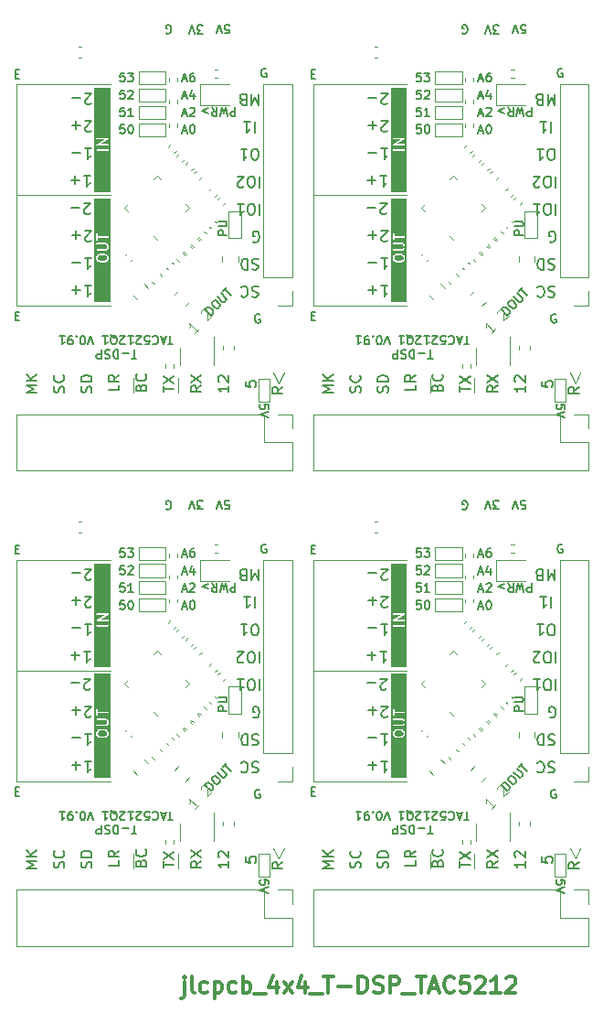
<source format=gto>
G04 #@! TF.GenerationSoftware,KiCad,Pcbnew,9.0.4*
G04 #@! TF.CreationDate,2025-08-20T19:39:29-04:00*
G04 #@! TF.ProjectId,jlcpcb_4x4,6a6c6370-6362-45f3-9478-342e6b696361,rev?*
G04 #@! TF.SameCoordinates,Original*
G04 #@! TF.FileFunction,Legend,Top*
G04 #@! TF.FilePolarity,Positive*
%FSLAX46Y46*%
G04 Gerber Fmt 4.6, Leading zero omitted, Abs format (unit mm)*
G04 Created by KiCad (PCBNEW 9.0.4) date 2025-08-20 19:39:29*
%MOMM*%
%LPD*%
G01*
G04 APERTURE LIST*
%ADD10C,0.300000*%
%ADD11C,0.200000*%
%ADD12C,0.150000*%
%ADD13C,0.100000*%
%ADD14C,0.120000*%
G04 APERTURE END LIST*
D10*
X24262635Y-95678328D02*
X24262635Y-96964042D01*
X24262635Y-96964042D02*
X24191207Y-97106900D01*
X24191207Y-97106900D02*
X24048350Y-97178328D01*
X24048350Y-97178328D02*
X23976921Y-97178328D01*
X24262635Y-95178328D02*
X24191207Y-95249757D01*
X24191207Y-95249757D02*
X24262635Y-95321185D01*
X24262635Y-95321185D02*
X24334064Y-95249757D01*
X24334064Y-95249757D02*
X24262635Y-95178328D01*
X24262635Y-95178328D02*
X24262635Y-95321185D01*
X25191207Y-96678328D02*
X25048350Y-96606900D01*
X25048350Y-96606900D02*
X24976921Y-96464042D01*
X24976921Y-96464042D02*
X24976921Y-95178328D01*
X26405493Y-96606900D02*
X26262635Y-96678328D01*
X26262635Y-96678328D02*
X25976921Y-96678328D01*
X25976921Y-96678328D02*
X25834064Y-96606900D01*
X25834064Y-96606900D02*
X25762635Y-96535471D01*
X25762635Y-96535471D02*
X25691207Y-96392614D01*
X25691207Y-96392614D02*
X25691207Y-95964042D01*
X25691207Y-95964042D02*
X25762635Y-95821185D01*
X25762635Y-95821185D02*
X25834064Y-95749757D01*
X25834064Y-95749757D02*
X25976921Y-95678328D01*
X25976921Y-95678328D02*
X26262635Y-95678328D01*
X26262635Y-95678328D02*
X26405493Y-95749757D01*
X27048349Y-95678328D02*
X27048349Y-97178328D01*
X27048349Y-95749757D02*
X27191207Y-95678328D01*
X27191207Y-95678328D02*
X27476921Y-95678328D01*
X27476921Y-95678328D02*
X27619778Y-95749757D01*
X27619778Y-95749757D02*
X27691207Y-95821185D01*
X27691207Y-95821185D02*
X27762635Y-95964042D01*
X27762635Y-95964042D02*
X27762635Y-96392614D01*
X27762635Y-96392614D02*
X27691207Y-96535471D01*
X27691207Y-96535471D02*
X27619778Y-96606900D01*
X27619778Y-96606900D02*
X27476921Y-96678328D01*
X27476921Y-96678328D02*
X27191207Y-96678328D01*
X27191207Y-96678328D02*
X27048349Y-96606900D01*
X29048350Y-96606900D02*
X28905492Y-96678328D01*
X28905492Y-96678328D02*
X28619778Y-96678328D01*
X28619778Y-96678328D02*
X28476921Y-96606900D01*
X28476921Y-96606900D02*
X28405492Y-96535471D01*
X28405492Y-96535471D02*
X28334064Y-96392614D01*
X28334064Y-96392614D02*
X28334064Y-95964042D01*
X28334064Y-95964042D02*
X28405492Y-95821185D01*
X28405492Y-95821185D02*
X28476921Y-95749757D01*
X28476921Y-95749757D02*
X28619778Y-95678328D01*
X28619778Y-95678328D02*
X28905492Y-95678328D01*
X28905492Y-95678328D02*
X29048350Y-95749757D01*
X29691206Y-96678328D02*
X29691206Y-95178328D01*
X29691206Y-95749757D02*
X29834064Y-95678328D01*
X29834064Y-95678328D02*
X30119778Y-95678328D01*
X30119778Y-95678328D02*
X30262635Y-95749757D01*
X30262635Y-95749757D02*
X30334064Y-95821185D01*
X30334064Y-95821185D02*
X30405492Y-95964042D01*
X30405492Y-95964042D02*
X30405492Y-96392614D01*
X30405492Y-96392614D02*
X30334064Y-96535471D01*
X30334064Y-96535471D02*
X30262635Y-96606900D01*
X30262635Y-96606900D02*
X30119778Y-96678328D01*
X30119778Y-96678328D02*
X29834064Y-96678328D01*
X29834064Y-96678328D02*
X29691206Y-96606900D01*
X30691207Y-96821185D02*
X31834064Y-96821185D01*
X32834064Y-95678328D02*
X32834064Y-96678328D01*
X32476921Y-95106900D02*
X32119778Y-96178328D01*
X32119778Y-96178328D02*
X33048349Y-96178328D01*
X33476920Y-96678328D02*
X34262635Y-95678328D01*
X33476920Y-95678328D02*
X34262635Y-96678328D01*
X35476921Y-95678328D02*
X35476921Y-96678328D01*
X35119778Y-95106900D02*
X34762635Y-96178328D01*
X34762635Y-96178328D02*
X35691206Y-96178328D01*
X35905492Y-96821185D02*
X37048349Y-96821185D01*
X37191206Y-95178328D02*
X38048349Y-95178328D01*
X37619777Y-96678328D02*
X37619777Y-95178328D01*
X38548348Y-96106900D02*
X39691206Y-96106900D01*
X40405491Y-96678328D02*
X40405491Y-95178328D01*
X40405491Y-95178328D02*
X40762634Y-95178328D01*
X40762634Y-95178328D02*
X40976920Y-95249757D01*
X40976920Y-95249757D02*
X41119777Y-95392614D01*
X41119777Y-95392614D02*
X41191206Y-95535471D01*
X41191206Y-95535471D02*
X41262634Y-95821185D01*
X41262634Y-95821185D02*
X41262634Y-96035471D01*
X41262634Y-96035471D02*
X41191206Y-96321185D01*
X41191206Y-96321185D02*
X41119777Y-96464042D01*
X41119777Y-96464042D02*
X40976920Y-96606900D01*
X40976920Y-96606900D02*
X40762634Y-96678328D01*
X40762634Y-96678328D02*
X40405491Y-96678328D01*
X41834063Y-96606900D02*
X42048349Y-96678328D01*
X42048349Y-96678328D02*
X42405491Y-96678328D01*
X42405491Y-96678328D02*
X42548349Y-96606900D01*
X42548349Y-96606900D02*
X42619777Y-96535471D01*
X42619777Y-96535471D02*
X42691206Y-96392614D01*
X42691206Y-96392614D02*
X42691206Y-96249757D01*
X42691206Y-96249757D02*
X42619777Y-96106900D01*
X42619777Y-96106900D02*
X42548349Y-96035471D01*
X42548349Y-96035471D02*
X42405491Y-95964042D01*
X42405491Y-95964042D02*
X42119777Y-95892614D01*
X42119777Y-95892614D02*
X41976920Y-95821185D01*
X41976920Y-95821185D02*
X41905491Y-95749757D01*
X41905491Y-95749757D02*
X41834063Y-95606900D01*
X41834063Y-95606900D02*
X41834063Y-95464042D01*
X41834063Y-95464042D02*
X41905491Y-95321185D01*
X41905491Y-95321185D02*
X41976920Y-95249757D01*
X41976920Y-95249757D02*
X42119777Y-95178328D01*
X42119777Y-95178328D02*
X42476920Y-95178328D01*
X42476920Y-95178328D02*
X42691206Y-95249757D01*
X43334062Y-96678328D02*
X43334062Y-95178328D01*
X43334062Y-95178328D02*
X43905491Y-95178328D01*
X43905491Y-95178328D02*
X44048348Y-95249757D01*
X44048348Y-95249757D02*
X44119777Y-95321185D01*
X44119777Y-95321185D02*
X44191205Y-95464042D01*
X44191205Y-95464042D02*
X44191205Y-95678328D01*
X44191205Y-95678328D02*
X44119777Y-95821185D01*
X44119777Y-95821185D02*
X44048348Y-95892614D01*
X44048348Y-95892614D02*
X43905491Y-95964042D01*
X43905491Y-95964042D02*
X43334062Y-95964042D01*
X44476920Y-96821185D02*
X45619777Y-96821185D01*
X45762634Y-95178328D02*
X46619777Y-95178328D01*
X46191205Y-96678328D02*
X46191205Y-95178328D01*
X47048348Y-96249757D02*
X47762634Y-96249757D01*
X46905491Y-96678328D02*
X47405491Y-95178328D01*
X47405491Y-95178328D02*
X47905491Y-96678328D01*
X49262633Y-96535471D02*
X49191205Y-96606900D01*
X49191205Y-96606900D02*
X48976919Y-96678328D01*
X48976919Y-96678328D02*
X48834062Y-96678328D01*
X48834062Y-96678328D02*
X48619776Y-96606900D01*
X48619776Y-96606900D02*
X48476919Y-96464042D01*
X48476919Y-96464042D02*
X48405490Y-96321185D01*
X48405490Y-96321185D02*
X48334062Y-96035471D01*
X48334062Y-96035471D02*
X48334062Y-95821185D01*
X48334062Y-95821185D02*
X48405490Y-95535471D01*
X48405490Y-95535471D02*
X48476919Y-95392614D01*
X48476919Y-95392614D02*
X48619776Y-95249757D01*
X48619776Y-95249757D02*
X48834062Y-95178328D01*
X48834062Y-95178328D02*
X48976919Y-95178328D01*
X48976919Y-95178328D02*
X49191205Y-95249757D01*
X49191205Y-95249757D02*
X49262633Y-95321185D01*
X50619776Y-95178328D02*
X49905490Y-95178328D01*
X49905490Y-95178328D02*
X49834062Y-95892614D01*
X49834062Y-95892614D02*
X49905490Y-95821185D01*
X49905490Y-95821185D02*
X50048348Y-95749757D01*
X50048348Y-95749757D02*
X50405490Y-95749757D01*
X50405490Y-95749757D02*
X50548348Y-95821185D01*
X50548348Y-95821185D02*
X50619776Y-95892614D01*
X50619776Y-95892614D02*
X50691205Y-96035471D01*
X50691205Y-96035471D02*
X50691205Y-96392614D01*
X50691205Y-96392614D02*
X50619776Y-96535471D01*
X50619776Y-96535471D02*
X50548348Y-96606900D01*
X50548348Y-96606900D02*
X50405490Y-96678328D01*
X50405490Y-96678328D02*
X50048348Y-96678328D01*
X50048348Y-96678328D02*
X49905490Y-96606900D01*
X49905490Y-96606900D02*
X49834062Y-96535471D01*
X51262633Y-95321185D02*
X51334061Y-95249757D01*
X51334061Y-95249757D02*
X51476919Y-95178328D01*
X51476919Y-95178328D02*
X51834061Y-95178328D01*
X51834061Y-95178328D02*
X51976919Y-95249757D01*
X51976919Y-95249757D02*
X52048347Y-95321185D01*
X52048347Y-95321185D02*
X52119776Y-95464042D01*
X52119776Y-95464042D02*
X52119776Y-95606900D01*
X52119776Y-95606900D02*
X52048347Y-95821185D01*
X52048347Y-95821185D02*
X51191204Y-96678328D01*
X51191204Y-96678328D02*
X52119776Y-96678328D01*
X53548347Y-96678328D02*
X52691204Y-96678328D01*
X53119775Y-96678328D02*
X53119775Y-95178328D01*
X53119775Y-95178328D02*
X52976918Y-95392614D01*
X52976918Y-95392614D02*
X52834061Y-95535471D01*
X52834061Y-95535471D02*
X52691204Y-95606900D01*
X54119775Y-95321185D02*
X54191203Y-95249757D01*
X54191203Y-95249757D02*
X54334061Y-95178328D01*
X54334061Y-95178328D02*
X54691203Y-95178328D01*
X54691203Y-95178328D02*
X54834061Y-95249757D01*
X54834061Y-95249757D02*
X54905489Y-95321185D01*
X54905489Y-95321185D02*
X54976918Y-95464042D01*
X54976918Y-95464042D02*
X54976918Y-95606900D01*
X54976918Y-95606900D02*
X54905489Y-95821185D01*
X54905489Y-95821185D02*
X54048346Y-96678328D01*
X54048346Y-96678328D02*
X54976918Y-96678328D01*
D11*
X47289761Y-38004804D02*
X46832618Y-38004804D01*
X47061190Y-37204804D02*
X47061190Y-38004804D01*
X46565951Y-37509566D02*
X45956428Y-37509566D01*
X45575475Y-37204804D02*
X45575475Y-38004804D01*
X45575475Y-38004804D02*
X45384999Y-38004804D01*
X45384999Y-38004804D02*
X45270713Y-37966709D01*
X45270713Y-37966709D02*
X45194523Y-37890519D01*
X45194523Y-37890519D02*
X45156428Y-37814328D01*
X45156428Y-37814328D02*
X45118332Y-37661947D01*
X45118332Y-37661947D02*
X45118332Y-37547661D01*
X45118332Y-37547661D02*
X45156428Y-37395280D01*
X45156428Y-37395280D02*
X45194523Y-37319090D01*
X45194523Y-37319090D02*
X45270713Y-37242900D01*
X45270713Y-37242900D02*
X45384999Y-37204804D01*
X45384999Y-37204804D02*
X45575475Y-37204804D01*
X44813571Y-37242900D02*
X44699285Y-37204804D01*
X44699285Y-37204804D02*
X44508809Y-37204804D01*
X44508809Y-37204804D02*
X44432618Y-37242900D01*
X44432618Y-37242900D02*
X44394523Y-37280995D01*
X44394523Y-37280995D02*
X44356428Y-37357185D01*
X44356428Y-37357185D02*
X44356428Y-37433376D01*
X44356428Y-37433376D02*
X44394523Y-37509566D01*
X44394523Y-37509566D02*
X44432618Y-37547661D01*
X44432618Y-37547661D02*
X44508809Y-37585757D01*
X44508809Y-37585757D02*
X44661190Y-37623852D01*
X44661190Y-37623852D02*
X44737380Y-37661947D01*
X44737380Y-37661947D02*
X44775475Y-37700042D01*
X44775475Y-37700042D02*
X44813571Y-37776233D01*
X44813571Y-37776233D02*
X44813571Y-37852423D01*
X44813571Y-37852423D02*
X44775475Y-37928614D01*
X44775475Y-37928614D02*
X44737380Y-37966709D01*
X44737380Y-37966709D02*
X44661190Y-38004804D01*
X44661190Y-38004804D02*
X44470713Y-38004804D01*
X44470713Y-38004804D02*
X44356428Y-37966709D01*
X44013570Y-37204804D02*
X44013570Y-38004804D01*
X44013570Y-38004804D02*
X43708808Y-38004804D01*
X43708808Y-38004804D02*
X43632618Y-37966709D01*
X43632618Y-37966709D02*
X43594523Y-37928614D01*
X43594523Y-37928614D02*
X43556427Y-37852423D01*
X43556427Y-37852423D02*
X43556427Y-37738138D01*
X43556427Y-37738138D02*
X43594523Y-37661947D01*
X43594523Y-37661947D02*
X43632618Y-37623852D01*
X43632618Y-37623852D02*
X43708808Y-37585757D01*
X43708808Y-37585757D02*
X44013570Y-37585757D01*
X50661190Y-36716849D02*
X50204047Y-36716849D01*
X50432619Y-35916849D02*
X50432619Y-36716849D01*
X49975476Y-36145421D02*
X49594523Y-36145421D01*
X50051666Y-35916849D02*
X49784999Y-36716849D01*
X49784999Y-36716849D02*
X49518333Y-35916849D01*
X48794523Y-35993040D02*
X48832619Y-35954945D01*
X48832619Y-35954945D02*
X48946904Y-35916849D01*
X48946904Y-35916849D02*
X49023095Y-35916849D01*
X49023095Y-35916849D02*
X49137381Y-35954945D01*
X49137381Y-35954945D02*
X49213571Y-36031135D01*
X49213571Y-36031135D02*
X49251666Y-36107325D01*
X49251666Y-36107325D02*
X49289762Y-36259706D01*
X49289762Y-36259706D02*
X49289762Y-36373992D01*
X49289762Y-36373992D02*
X49251666Y-36526373D01*
X49251666Y-36526373D02*
X49213571Y-36602564D01*
X49213571Y-36602564D02*
X49137381Y-36678754D01*
X49137381Y-36678754D02*
X49023095Y-36716849D01*
X49023095Y-36716849D02*
X48946904Y-36716849D01*
X48946904Y-36716849D02*
X48832619Y-36678754D01*
X48832619Y-36678754D02*
X48794523Y-36640659D01*
X48070714Y-36716849D02*
X48451666Y-36716849D01*
X48451666Y-36716849D02*
X48489762Y-36335897D01*
X48489762Y-36335897D02*
X48451666Y-36373992D01*
X48451666Y-36373992D02*
X48375476Y-36412087D01*
X48375476Y-36412087D02*
X48185000Y-36412087D01*
X48185000Y-36412087D02*
X48108809Y-36373992D01*
X48108809Y-36373992D02*
X48070714Y-36335897D01*
X48070714Y-36335897D02*
X48032619Y-36259706D01*
X48032619Y-36259706D02*
X48032619Y-36069230D01*
X48032619Y-36069230D02*
X48070714Y-35993040D01*
X48070714Y-35993040D02*
X48108809Y-35954945D01*
X48108809Y-35954945D02*
X48185000Y-35916849D01*
X48185000Y-35916849D02*
X48375476Y-35916849D01*
X48375476Y-35916849D02*
X48451666Y-35954945D01*
X48451666Y-35954945D02*
X48489762Y-35993040D01*
X47727857Y-36640659D02*
X47689761Y-36678754D01*
X47689761Y-36678754D02*
X47613571Y-36716849D01*
X47613571Y-36716849D02*
X47423095Y-36716849D01*
X47423095Y-36716849D02*
X47346904Y-36678754D01*
X47346904Y-36678754D02*
X47308809Y-36640659D01*
X47308809Y-36640659D02*
X47270714Y-36564468D01*
X47270714Y-36564468D02*
X47270714Y-36488278D01*
X47270714Y-36488278D02*
X47308809Y-36373992D01*
X47308809Y-36373992D02*
X47765952Y-35916849D01*
X47765952Y-35916849D02*
X47270714Y-35916849D01*
X46508809Y-35916849D02*
X46965952Y-35916849D01*
X46737380Y-35916849D02*
X46737380Y-36716849D01*
X46737380Y-36716849D02*
X46813571Y-36602564D01*
X46813571Y-36602564D02*
X46889761Y-36526373D01*
X46889761Y-36526373D02*
X46965952Y-36488278D01*
X46204047Y-36640659D02*
X46165951Y-36678754D01*
X46165951Y-36678754D02*
X46089761Y-36716849D01*
X46089761Y-36716849D02*
X45899285Y-36716849D01*
X45899285Y-36716849D02*
X45823094Y-36678754D01*
X45823094Y-36678754D02*
X45784999Y-36640659D01*
X45784999Y-36640659D02*
X45746904Y-36564468D01*
X45746904Y-36564468D02*
X45746904Y-36488278D01*
X45746904Y-36488278D02*
X45784999Y-36373992D01*
X45784999Y-36373992D02*
X46242142Y-35916849D01*
X46242142Y-35916849D02*
X45746904Y-35916849D01*
X44870713Y-35840659D02*
X44946903Y-35878754D01*
X44946903Y-35878754D02*
X45023094Y-35954945D01*
X45023094Y-35954945D02*
X45137380Y-36069230D01*
X45137380Y-36069230D02*
X45213570Y-36107325D01*
X45213570Y-36107325D02*
X45289761Y-36107325D01*
X45251665Y-35916849D02*
X45327856Y-35954945D01*
X45327856Y-35954945D02*
X45404046Y-36031135D01*
X45404046Y-36031135D02*
X45442142Y-36183516D01*
X45442142Y-36183516D02*
X45442142Y-36450183D01*
X45442142Y-36450183D02*
X45404046Y-36602564D01*
X45404046Y-36602564D02*
X45327856Y-36678754D01*
X45327856Y-36678754D02*
X45251665Y-36716849D01*
X45251665Y-36716849D02*
X45099284Y-36716849D01*
X45099284Y-36716849D02*
X45023094Y-36678754D01*
X45023094Y-36678754D02*
X44946903Y-36602564D01*
X44946903Y-36602564D02*
X44908808Y-36450183D01*
X44908808Y-36450183D02*
X44908808Y-36183516D01*
X44908808Y-36183516D02*
X44946903Y-36031135D01*
X44946903Y-36031135D02*
X45023094Y-35954945D01*
X45023094Y-35954945D02*
X45099284Y-35916849D01*
X45099284Y-35916849D02*
X45251665Y-35916849D01*
X44146904Y-35916849D02*
X44604047Y-35916849D01*
X44375475Y-35916849D02*
X44375475Y-36716849D01*
X44375475Y-36716849D02*
X44451666Y-36602564D01*
X44451666Y-36602564D02*
X44527856Y-36526373D01*
X44527856Y-36526373D02*
X44604047Y-36488278D01*
X43308808Y-36716849D02*
X43042141Y-35916849D01*
X43042141Y-35916849D02*
X42775475Y-36716849D01*
X42356427Y-36716849D02*
X42280237Y-36716849D01*
X42280237Y-36716849D02*
X42204046Y-36678754D01*
X42204046Y-36678754D02*
X42165951Y-36640659D01*
X42165951Y-36640659D02*
X42127856Y-36564468D01*
X42127856Y-36564468D02*
X42089761Y-36412087D01*
X42089761Y-36412087D02*
X42089761Y-36221611D01*
X42089761Y-36221611D02*
X42127856Y-36069230D01*
X42127856Y-36069230D02*
X42165951Y-35993040D01*
X42165951Y-35993040D02*
X42204046Y-35954945D01*
X42204046Y-35954945D02*
X42280237Y-35916849D01*
X42280237Y-35916849D02*
X42356427Y-35916849D01*
X42356427Y-35916849D02*
X42432618Y-35954945D01*
X42432618Y-35954945D02*
X42470713Y-35993040D01*
X42470713Y-35993040D02*
X42508808Y-36069230D01*
X42508808Y-36069230D02*
X42546904Y-36221611D01*
X42546904Y-36221611D02*
X42546904Y-36412087D01*
X42546904Y-36412087D02*
X42508808Y-36564468D01*
X42508808Y-36564468D02*
X42470713Y-36640659D01*
X42470713Y-36640659D02*
X42432618Y-36678754D01*
X42432618Y-36678754D02*
X42356427Y-36716849D01*
X41746903Y-35993040D02*
X41708808Y-35954945D01*
X41708808Y-35954945D02*
X41746903Y-35916849D01*
X41746903Y-35916849D02*
X41784999Y-35954945D01*
X41784999Y-35954945D02*
X41746903Y-35993040D01*
X41746903Y-35993040D02*
X41746903Y-35916849D01*
X41327856Y-35916849D02*
X41175475Y-35916849D01*
X41175475Y-35916849D02*
X41099285Y-35954945D01*
X41099285Y-35954945D02*
X41061189Y-35993040D01*
X41061189Y-35993040D02*
X40984999Y-36107325D01*
X40984999Y-36107325D02*
X40946904Y-36259706D01*
X40946904Y-36259706D02*
X40946904Y-36564468D01*
X40946904Y-36564468D02*
X40984999Y-36640659D01*
X40984999Y-36640659D02*
X41023094Y-36678754D01*
X41023094Y-36678754D02*
X41099285Y-36716849D01*
X41099285Y-36716849D02*
X41251666Y-36716849D01*
X41251666Y-36716849D02*
X41327856Y-36678754D01*
X41327856Y-36678754D02*
X41365951Y-36640659D01*
X41365951Y-36640659D02*
X41404047Y-36564468D01*
X41404047Y-36564468D02*
X41404047Y-36373992D01*
X41404047Y-36373992D02*
X41365951Y-36297802D01*
X41365951Y-36297802D02*
X41327856Y-36259706D01*
X41327856Y-36259706D02*
X41251666Y-36221611D01*
X41251666Y-36221611D02*
X41099285Y-36221611D01*
X41099285Y-36221611D02*
X41023094Y-36259706D01*
X41023094Y-36259706D02*
X40984999Y-36297802D01*
X40984999Y-36297802D02*
X40946904Y-36373992D01*
X40184999Y-35916849D02*
X40642142Y-35916849D01*
X40413570Y-35916849D02*
X40413570Y-36716849D01*
X40413570Y-36716849D02*
X40489761Y-36602564D01*
X40489761Y-36602564D02*
X40565951Y-36526373D01*
X40565951Y-36526373D02*
X40642142Y-36488278D01*
X19829761Y-38004804D02*
X19372618Y-38004804D01*
X19601190Y-37204804D02*
X19601190Y-38004804D01*
X19105951Y-37509566D02*
X18496428Y-37509566D01*
X18115475Y-37204804D02*
X18115475Y-38004804D01*
X18115475Y-38004804D02*
X17924999Y-38004804D01*
X17924999Y-38004804D02*
X17810713Y-37966709D01*
X17810713Y-37966709D02*
X17734523Y-37890519D01*
X17734523Y-37890519D02*
X17696428Y-37814328D01*
X17696428Y-37814328D02*
X17658332Y-37661947D01*
X17658332Y-37661947D02*
X17658332Y-37547661D01*
X17658332Y-37547661D02*
X17696428Y-37395280D01*
X17696428Y-37395280D02*
X17734523Y-37319090D01*
X17734523Y-37319090D02*
X17810713Y-37242900D01*
X17810713Y-37242900D02*
X17924999Y-37204804D01*
X17924999Y-37204804D02*
X18115475Y-37204804D01*
X17353571Y-37242900D02*
X17239285Y-37204804D01*
X17239285Y-37204804D02*
X17048809Y-37204804D01*
X17048809Y-37204804D02*
X16972618Y-37242900D01*
X16972618Y-37242900D02*
X16934523Y-37280995D01*
X16934523Y-37280995D02*
X16896428Y-37357185D01*
X16896428Y-37357185D02*
X16896428Y-37433376D01*
X16896428Y-37433376D02*
X16934523Y-37509566D01*
X16934523Y-37509566D02*
X16972618Y-37547661D01*
X16972618Y-37547661D02*
X17048809Y-37585757D01*
X17048809Y-37585757D02*
X17201190Y-37623852D01*
X17201190Y-37623852D02*
X17277380Y-37661947D01*
X17277380Y-37661947D02*
X17315475Y-37700042D01*
X17315475Y-37700042D02*
X17353571Y-37776233D01*
X17353571Y-37776233D02*
X17353571Y-37852423D01*
X17353571Y-37852423D02*
X17315475Y-37928614D01*
X17315475Y-37928614D02*
X17277380Y-37966709D01*
X17277380Y-37966709D02*
X17201190Y-38004804D01*
X17201190Y-38004804D02*
X17010713Y-38004804D01*
X17010713Y-38004804D02*
X16896428Y-37966709D01*
X16553570Y-37204804D02*
X16553570Y-38004804D01*
X16553570Y-38004804D02*
X16248808Y-38004804D01*
X16248808Y-38004804D02*
X16172618Y-37966709D01*
X16172618Y-37966709D02*
X16134523Y-37928614D01*
X16134523Y-37928614D02*
X16096427Y-37852423D01*
X16096427Y-37852423D02*
X16096427Y-37738138D01*
X16096427Y-37738138D02*
X16134523Y-37661947D01*
X16134523Y-37661947D02*
X16172618Y-37623852D01*
X16172618Y-37623852D02*
X16248808Y-37585757D01*
X16248808Y-37585757D02*
X16553570Y-37585757D01*
X23201190Y-36716849D02*
X22744047Y-36716849D01*
X22972619Y-35916849D02*
X22972619Y-36716849D01*
X22515476Y-36145421D02*
X22134523Y-36145421D01*
X22591666Y-35916849D02*
X22324999Y-36716849D01*
X22324999Y-36716849D02*
X22058333Y-35916849D01*
X21334523Y-35993040D02*
X21372619Y-35954945D01*
X21372619Y-35954945D02*
X21486904Y-35916849D01*
X21486904Y-35916849D02*
X21563095Y-35916849D01*
X21563095Y-35916849D02*
X21677381Y-35954945D01*
X21677381Y-35954945D02*
X21753571Y-36031135D01*
X21753571Y-36031135D02*
X21791666Y-36107325D01*
X21791666Y-36107325D02*
X21829762Y-36259706D01*
X21829762Y-36259706D02*
X21829762Y-36373992D01*
X21829762Y-36373992D02*
X21791666Y-36526373D01*
X21791666Y-36526373D02*
X21753571Y-36602564D01*
X21753571Y-36602564D02*
X21677381Y-36678754D01*
X21677381Y-36678754D02*
X21563095Y-36716849D01*
X21563095Y-36716849D02*
X21486904Y-36716849D01*
X21486904Y-36716849D02*
X21372619Y-36678754D01*
X21372619Y-36678754D02*
X21334523Y-36640659D01*
X20610714Y-36716849D02*
X20991666Y-36716849D01*
X20991666Y-36716849D02*
X21029762Y-36335897D01*
X21029762Y-36335897D02*
X20991666Y-36373992D01*
X20991666Y-36373992D02*
X20915476Y-36412087D01*
X20915476Y-36412087D02*
X20725000Y-36412087D01*
X20725000Y-36412087D02*
X20648809Y-36373992D01*
X20648809Y-36373992D02*
X20610714Y-36335897D01*
X20610714Y-36335897D02*
X20572619Y-36259706D01*
X20572619Y-36259706D02*
X20572619Y-36069230D01*
X20572619Y-36069230D02*
X20610714Y-35993040D01*
X20610714Y-35993040D02*
X20648809Y-35954945D01*
X20648809Y-35954945D02*
X20725000Y-35916849D01*
X20725000Y-35916849D02*
X20915476Y-35916849D01*
X20915476Y-35916849D02*
X20991666Y-35954945D01*
X20991666Y-35954945D02*
X21029762Y-35993040D01*
X20267857Y-36640659D02*
X20229761Y-36678754D01*
X20229761Y-36678754D02*
X20153571Y-36716849D01*
X20153571Y-36716849D02*
X19963095Y-36716849D01*
X19963095Y-36716849D02*
X19886904Y-36678754D01*
X19886904Y-36678754D02*
X19848809Y-36640659D01*
X19848809Y-36640659D02*
X19810714Y-36564468D01*
X19810714Y-36564468D02*
X19810714Y-36488278D01*
X19810714Y-36488278D02*
X19848809Y-36373992D01*
X19848809Y-36373992D02*
X20305952Y-35916849D01*
X20305952Y-35916849D02*
X19810714Y-35916849D01*
X19048809Y-35916849D02*
X19505952Y-35916849D01*
X19277380Y-35916849D02*
X19277380Y-36716849D01*
X19277380Y-36716849D02*
X19353571Y-36602564D01*
X19353571Y-36602564D02*
X19429761Y-36526373D01*
X19429761Y-36526373D02*
X19505952Y-36488278D01*
X18744047Y-36640659D02*
X18705951Y-36678754D01*
X18705951Y-36678754D02*
X18629761Y-36716849D01*
X18629761Y-36716849D02*
X18439285Y-36716849D01*
X18439285Y-36716849D02*
X18363094Y-36678754D01*
X18363094Y-36678754D02*
X18324999Y-36640659D01*
X18324999Y-36640659D02*
X18286904Y-36564468D01*
X18286904Y-36564468D02*
X18286904Y-36488278D01*
X18286904Y-36488278D02*
X18324999Y-36373992D01*
X18324999Y-36373992D02*
X18782142Y-35916849D01*
X18782142Y-35916849D02*
X18286904Y-35916849D01*
X17410713Y-35840659D02*
X17486903Y-35878754D01*
X17486903Y-35878754D02*
X17563094Y-35954945D01*
X17563094Y-35954945D02*
X17677380Y-36069230D01*
X17677380Y-36069230D02*
X17753570Y-36107325D01*
X17753570Y-36107325D02*
X17829761Y-36107325D01*
X17791665Y-35916849D02*
X17867856Y-35954945D01*
X17867856Y-35954945D02*
X17944046Y-36031135D01*
X17944046Y-36031135D02*
X17982142Y-36183516D01*
X17982142Y-36183516D02*
X17982142Y-36450183D01*
X17982142Y-36450183D02*
X17944046Y-36602564D01*
X17944046Y-36602564D02*
X17867856Y-36678754D01*
X17867856Y-36678754D02*
X17791665Y-36716849D01*
X17791665Y-36716849D02*
X17639284Y-36716849D01*
X17639284Y-36716849D02*
X17563094Y-36678754D01*
X17563094Y-36678754D02*
X17486903Y-36602564D01*
X17486903Y-36602564D02*
X17448808Y-36450183D01*
X17448808Y-36450183D02*
X17448808Y-36183516D01*
X17448808Y-36183516D02*
X17486903Y-36031135D01*
X17486903Y-36031135D02*
X17563094Y-35954945D01*
X17563094Y-35954945D02*
X17639284Y-35916849D01*
X17639284Y-35916849D02*
X17791665Y-35916849D01*
X16686904Y-35916849D02*
X17144047Y-35916849D01*
X16915475Y-35916849D02*
X16915475Y-36716849D01*
X16915475Y-36716849D02*
X16991666Y-36602564D01*
X16991666Y-36602564D02*
X17067856Y-36526373D01*
X17067856Y-36526373D02*
X17144047Y-36488278D01*
X15848808Y-36716849D02*
X15582141Y-35916849D01*
X15582141Y-35916849D02*
X15315475Y-36716849D01*
X14896427Y-36716849D02*
X14820237Y-36716849D01*
X14820237Y-36716849D02*
X14744046Y-36678754D01*
X14744046Y-36678754D02*
X14705951Y-36640659D01*
X14705951Y-36640659D02*
X14667856Y-36564468D01*
X14667856Y-36564468D02*
X14629761Y-36412087D01*
X14629761Y-36412087D02*
X14629761Y-36221611D01*
X14629761Y-36221611D02*
X14667856Y-36069230D01*
X14667856Y-36069230D02*
X14705951Y-35993040D01*
X14705951Y-35993040D02*
X14744046Y-35954945D01*
X14744046Y-35954945D02*
X14820237Y-35916849D01*
X14820237Y-35916849D02*
X14896427Y-35916849D01*
X14896427Y-35916849D02*
X14972618Y-35954945D01*
X14972618Y-35954945D02*
X15010713Y-35993040D01*
X15010713Y-35993040D02*
X15048808Y-36069230D01*
X15048808Y-36069230D02*
X15086904Y-36221611D01*
X15086904Y-36221611D02*
X15086904Y-36412087D01*
X15086904Y-36412087D02*
X15048808Y-36564468D01*
X15048808Y-36564468D02*
X15010713Y-36640659D01*
X15010713Y-36640659D02*
X14972618Y-36678754D01*
X14972618Y-36678754D02*
X14896427Y-36716849D01*
X14286903Y-35993040D02*
X14248808Y-35954945D01*
X14248808Y-35954945D02*
X14286903Y-35916849D01*
X14286903Y-35916849D02*
X14324999Y-35954945D01*
X14324999Y-35954945D02*
X14286903Y-35993040D01*
X14286903Y-35993040D02*
X14286903Y-35916849D01*
X13867856Y-35916849D02*
X13715475Y-35916849D01*
X13715475Y-35916849D02*
X13639285Y-35954945D01*
X13639285Y-35954945D02*
X13601189Y-35993040D01*
X13601189Y-35993040D02*
X13524999Y-36107325D01*
X13524999Y-36107325D02*
X13486904Y-36259706D01*
X13486904Y-36259706D02*
X13486904Y-36564468D01*
X13486904Y-36564468D02*
X13524999Y-36640659D01*
X13524999Y-36640659D02*
X13563094Y-36678754D01*
X13563094Y-36678754D02*
X13639285Y-36716849D01*
X13639285Y-36716849D02*
X13791666Y-36716849D01*
X13791666Y-36716849D02*
X13867856Y-36678754D01*
X13867856Y-36678754D02*
X13905951Y-36640659D01*
X13905951Y-36640659D02*
X13944047Y-36564468D01*
X13944047Y-36564468D02*
X13944047Y-36373992D01*
X13944047Y-36373992D02*
X13905951Y-36297802D01*
X13905951Y-36297802D02*
X13867856Y-36259706D01*
X13867856Y-36259706D02*
X13791666Y-36221611D01*
X13791666Y-36221611D02*
X13639285Y-36221611D01*
X13639285Y-36221611D02*
X13563094Y-36259706D01*
X13563094Y-36259706D02*
X13524999Y-36297802D01*
X13524999Y-36297802D02*
X13486904Y-36373992D01*
X12724999Y-35916849D02*
X13182142Y-35916849D01*
X12953570Y-35916849D02*
X12953570Y-36716849D01*
X12953570Y-36716849D02*
X13029761Y-36602564D01*
X13029761Y-36602564D02*
X13105951Y-36526373D01*
X13105951Y-36526373D02*
X13182142Y-36488278D01*
X47289761Y-82004804D02*
X46832618Y-82004804D01*
X47061190Y-81204804D02*
X47061190Y-82004804D01*
X46565951Y-81509566D02*
X45956428Y-81509566D01*
X45575475Y-81204804D02*
X45575475Y-82004804D01*
X45575475Y-82004804D02*
X45384999Y-82004804D01*
X45384999Y-82004804D02*
X45270713Y-81966709D01*
X45270713Y-81966709D02*
X45194523Y-81890519D01*
X45194523Y-81890519D02*
X45156428Y-81814328D01*
X45156428Y-81814328D02*
X45118332Y-81661947D01*
X45118332Y-81661947D02*
X45118332Y-81547661D01*
X45118332Y-81547661D02*
X45156428Y-81395280D01*
X45156428Y-81395280D02*
X45194523Y-81319090D01*
X45194523Y-81319090D02*
X45270713Y-81242900D01*
X45270713Y-81242900D02*
X45384999Y-81204804D01*
X45384999Y-81204804D02*
X45575475Y-81204804D01*
X44813571Y-81242900D02*
X44699285Y-81204804D01*
X44699285Y-81204804D02*
X44508809Y-81204804D01*
X44508809Y-81204804D02*
X44432618Y-81242900D01*
X44432618Y-81242900D02*
X44394523Y-81280995D01*
X44394523Y-81280995D02*
X44356428Y-81357185D01*
X44356428Y-81357185D02*
X44356428Y-81433376D01*
X44356428Y-81433376D02*
X44394523Y-81509566D01*
X44394523Y-81509566D02*
X44432618Y-81547661D01*
X44432618Y-81547661D02*
X44508809Y-81585757D01*
X44508809Y-81585757D02*
X44661190Y-81623852D01*
X44661190Y-81623852D02*
X44737380Y-81661947D01*
X44737380Y-81661947D02*
X44775475Y-81700042D01*
X44775475Y-81700042D02*
X44813571Y-81776233D01*
X44813571Y-81776233D02*
X44813571Y-81852423D01*
X44813571Y-81852423D02*
X44775475Y-81928614D01*
X44775475Y-81928614D02*
X44737380Y-81966709D01*
X44737380Y-81966709D02*
X44661190Y-82004804D01*
X44661190Y-82004804D02*
X44470713Y-82004804D01*
X44470713Y-82004804D02*
X44356428Y-81966709D01*
X44013570Y-81204804D02*
X44013570Y-82004804D01*
X44013570Y-82004804D02*
X43708808Y-82004804D01*
X43708808Y-82004804D02*
X43632618Y-81966709D01*
X43632618Y-81966709D02*
X43594523Y-81928614D01*
X43594523Y-81928614D02*
X43556427Y-81852423D01*
X43556427Y-81852423D02*
X43556427Y-81738138D01*
X43556427Y-81738138D02*
X43594523Y-81661947D01*
X43594523Y-81661947D02*
X43632618Y-81623852D01*
X43632618Y-81623852D02*
X43708808Y-81585757D01*
X43708808Y-81585757D02*
X44013570Y-81585757D01*
X50661190Y-80716849D02*
X50204047Y-80716849D01*
X50432619Y-79916849D02*
X50432619Y-80716849D01*
X49975476Y-80145421D02*
X49594523Y-80145421D01*
X50051666Y-79916849D02*
X49784999Y-80716849D01*
X49784999Y-80716849D02*
X49518333Y-79916849D01*
X48794523Y-79993040D02*
X48832619Y-79954945D01*
X48832619Y-79954945D02*
X48946904Y-79916849D01*
X48946904Y-79916849D02*
X49023095Y-79916849D01*
X49023095Y-79916849D02*
X49137381Y-79954945D01*
X49137381Y-79954945D02*
X49213571Y-80031135D01*
X49213571Y-80031135D02*
X49251666Y-80107325D01*
X49251666Y-80107325D02*
X49289762Y-80259706D01*
X49289762Y-80259706D02*
X49289762Y-80373992D01*
X49289762Y-80373992D02*
X49251666Y-80526373D01*
X49251666Y-80526373D02*
X49213571Y-80602564D01*
X49213571Y-80602564D02*
X49137381Y-80678754D01*
X49137381Y-80678754D02*
X49023095Y-80716849D01*
X49023095Y-80716849D02*
X48946904Y-80716849D01*
X48946904Y-80716849D02*
X48832619Y-80678754D01*
X48832619Y-80678754D02*
X48794523Y-80640659D01*
X48070714Y-80716849D02*
X48451666Y-80716849D01*
X48451666Y-80716849D02*
X48489762Y-80335897D01*
X48489762Y-80335897D02*
X48451666Y-80373992D01*
X48451666Y-80373992D02*
X48375476Y-80412087D01*
X48375476Y-80412087D02*
X48185000Y-80412087D01*
X48185000Y-80412087D02*
X48108809Y-80373992D01*
X48108809Y-80373992D02*
X48070714Y-80335897D01*
X48070714Y-80335897D02*
X48032619Y-80259706D01*
X48032619Y-80259706D02*
X48032619Y-80069230D01*
X48032619Y-80069230D02*
X48070714Y-79993040D01*
X48070714Y-79993040D02*
X48108809Y-79954945D01*
X48108809Y-79954945D02*
X48185000Y-79916849D01*
X48185000Y-79916849D02*
X48375476Y-79916849D01*
X48375476Y-79916849D02*
X48451666Y-79954945D01*
X48451666Y-79954945D02*
X48489762Y-79993040D01*
X47727857Y-80640659D02*
X47689761Y-80678754D01*
X47689761Y-80678754D02*
X47613571Y-80716849D01*
X47613571Y-80716849D02*
X47423095Y-80716849D01*
X47423095Y-80716849D02*
X47346904Y-80678754D01*
X47346904Y-80678754D02*
X47308809Y-80640659D01*
X47308809Y-80640659D02*
X47270714Y-80564468D01*
X47270714Y-80564468D02*
X47270714Y-80488278D01*
X47270714Y-80488278D02*
X47308809Y-80373992D01*
X47308809Y-80373992D02*
X47765952Y-79916849D01*
X47765952Y-79916849D02*
X47270714Y-79916849D01*
X46508809Y-79916849D02*
X46965952Y-79916849D01*
X46737380Y-79916849D02*
X46737380Y-80716849D01*
X46737380Y-80716849D02*
X46813571Y-80602564D01*
X46813571Y-80602564D02*
X46889761Y-80526373D01*
X46889761Y-80526373D02*
X46965952Y-80488278D01*
X46204047Y-80640659D02*
X46165951Y-80678754D01*
X46165951Y-80678754D02*
X46089761Y-80716849D01*
X46089761Y-80716849D02*
X45899285Y-80716849D01*
X45899285Y-80716849D02*
X45823094Y-80678754D01*
X45823094Y-80678754D02*
X45784999Y-80640659D01*
X45784999Y-80640659D02*
X45746904Y-80564468D01*
X45746904Y-80564468D02*
X45746904Y-80488278D01*
X45746904Y-80488278D02*
X45784999Y-80373992D01*
X45784999Y-80373992D02*
X46242142Y-79916849D01*
X46242142Y-79916849D02*
X45746904Y-79916849D01*
X44870713Y-79840659D02*
X44946903Y-79878754D01*
X44946903Y-79878754D02*
X45023094Y-79954945D01*
X45023094Y-79954945D02*
X45137380Y-80069230D01*
X45137380Y-80069230D02*
X45213570Y-80107325D01*
X45213570Y-80107325D02*
X45289761Y-80107325D01*
X45251665Y-79916849D02*
X45327856Y-79954945D01*
X45327856Y-79954945D02*
X45404046Y-80031135D01*
X45404046Y-80031135D02*
X45442142Y-80183516D01*
X45442142Y-80183516D02*
X45442142Y-80450183D01*
X45442142Y-80450183D02*
X45404046Y-80602564D01*
X45404046Y-80602564D02*
X45327856Y-80678754D01*
X45327856Y-80678754D02*
X45251665Y-80716849D01*
X45251665Y-80716849D02*
X45099284Y-80716849D01*
X45099284Y-80716849D02*
X45023094Y-80678754D01*
X45023094Y-80678754D02*
X44946903Y-80602564D01*
X44946903Y-80602564D02*
X44908808Y-80450183D01*
X44908808Y-80450183D02*
X44908808Y-80183516D01*
X44908808Y-80183516D02*
X44946903Y-80031135D01*
X44946903Y-80031135D02*
X45023094Y-79954945D01*
X45023094Y-79954945D02*
X45099284Y-79916849D01*
X45099284Y-79916849D02*
X45251665Y-79916849D01*
X44146904Y-79916849D02*
X44604047Y-79916849D01*
X44375475Y-79916849D02*
X44375475Y-80716849D01*
X44375475Y-80716849D02*
X44451666Y-80602564D01*
X44451666Y-80602564D02*
X44527856Y-80526373D01*
X44527856Y-80526373D02*
X44604047Y-80488278D01*
X43308808Y-80716849D02*
X43042141Y-79916849D01*
X43042141Y-79916849D02*
X42775475Y-80716849D01*
X42356427Y-80716849D02*
X42280237Y-80716849D01*
X42280237Y-80716849D02*
X42204046Y-80678754D01*
X42204046Y-80678754D02*
X42165951Y-80640659D01*
X42165951Y-80640659D02*
X42127856Y-80564468D01*
X42127856Y-80564468D02*
X42089761Y-80412087D01*
X42089761Y-80412087D02*
X42089761Y-80221611D01*
X42089761Y-80221611D02*
X42127856Y-80069230D01*
X42127856Y-80069230D02*
X42165951Y-79993040D01*
X42165951Y-79993040D02*
X42204046Y-79954945D01*
X42204046Y-79954945D02*
X42280237Y-79916849D01*
X42280237Y-79916849D02*
X42356427Y-79916849D01*
X42356427Y-79916849D02*
X42432618Y-79954945D01*
X42432618Y-79954945D02*
X42470713Y-79993040D01*
X42470713Y-79993040D02*
X42508808Y-80069230D01*
X42508808Y-80069230D02*
X42546904Y-80221611D01*
X42546904Y-80221611D02*
X42546904Y-80412087D01*
X42546904Y-80412087D02*
X42508808Y-80564468D01*
X42508808Y-80564468D02*
X42470713Y-80640659D01*
X42470713Y-80640659D02*
X42432618Y-80678754D01*
X42432618Y-80678754D02*
X42356427Y-80716849D01*
X41746903Y-79993040D02*
X41708808Y-79954945D01*
X41708808Y-79954945D02*
X41746903Y-79916849D01*
X41746903Y-79916849D02*
X41784999Y-79954945D01*
X41784999Y-79954945D02*
X41746903Y-79993040D01*
X41746903Y-79993040D02*
X41746903Y-79916849D01*
X41327856Y-79916849D02*
X41175475Y-79916849D01*
X41175475Y-79916849D02*
X41099285Y-79954945D01*
X41099285Y-79954945D02*
X41061189Y-79993040D01*
X41061189Y-79993040D02*
X40984999Y-80107325D01*
X40984999Y-80107325D02*
X40946904Y-80259706D01*
X40946904Y-80259706D02*
X40946904Y-80564468D01*
X40946904Y-80564468D02*
X40984999Y-80640659D01*
X40984999Y-80640659D02*
X41023094Y-80678754D01*
X41023094Y-80678754D02*
X41099285Y-80716849D01*
X41099285Y-80716849D02*
X41251666Y-80716849D01*
X41251666Y-80716849D02*
X41327856Y-80678754D01*
X41327856Y-80678754D02*
X41365951Y-80640659D01*
X41365951Y-80640659D02*
X41404047Y-80564468D01*
X41404047Y-80564468D02*
X41404047Y-80373992D01*
X41404047Y-80373992D02*
X41365951Y-80297802D01*
X41365951Y-80297802D02*
X41327856Y-80259706D01*
X41327856Y-80259706D02*
X41251666Y-80221611D01*
X41251666Y-80221611D02*
X41099285Y-80221611D01*
X41099285Y-80221611D02*
X41023094Y-80259706D01*
X41023094Y-80259706D02*
X40984999Y-80297802D01*
X40984999Y-80297802D02*
X40946904Y-80373992D01*
X40184999Y-79916849D02*
X40642142Y-79916849D01*
X40413570Y-79916849D02*
X40413570Y-80716849D01*
X40413570Y-80716849D02*
X40489761Y-80602564D01*
X40489761Y-80602564D02*
X40565951Y-80526373D01*
X40565951Y-80526373D02*
X40642142Y-80488278D01*
X19829761Y-82004804D02*
X19372618Y-82004804D01*
X19601190Y-81204804D02*
X19601190Y-82004804D01*
X19105951Y-81509566D02*
X18496428Y-81509566D01*
X18115475Y-81204804D02*
X18115475Y-82004804D01*
X18115475Y-82004804D02*
X17924999Y-82004804D01*
X17924999Y-82004804D02*
X17810713Y-81966709D01*
X17810713Y-81966709D02*
X17734523Y-81890519D01*
X17734523Y-81890519D02*
X17696428Y-81814328D01*
X17696428Y-81814328D02*
X17658332Y-81661947D01*
X17658332Y-81661947D02*
X17658332Y-81547661D01*
X17658332Y-81547661D02*
X17696428Y-81395280D01*
X17696428Y-81395280D02*
X17734523Y-81319090D01*
X17734523Y-81319090D02*
X17810713Y-81242900D01*
X17810713Y-81242900D02*
X17924999Y-81204804D01*
X17924999Y-81204804D02*
X18115475Y-81204804D01*
X17353571Y-81242900D02*
X17239285Y-81204804D01*
X17239285Y-81204804D02*
X17048809Y-81204804D01*
X17048809Y-81204804D02*
X16972618Y-81242900D01*
X16972618Y-81242900D02*
X16934523Y-81280995D01*
X16934523Y-81280995D02*
X16896428Y-81357185D01*
X16896428Y-81357185D02*
X16896428Y-81433376D01*
X16896428Y-81433376D02*
X16934523Y-81509566D01*
X16934523Y-81509566D02*
X16972618Y-81547661D01*
X16972618Y-81547661D02*
X17048809Y-81585757D01*
X17048809Y-81585757D02*
X17201190Y-81623852D01*
X17201190Y-81623852D02*
X17277380Y-81661947D01*
X17277380Y-81661947D02*
X17315475Y-81700042D01*
X17315475Y-81700042D02*
X17353571Y-81776233D01*
X17353571Y-81776233D02*
X17353571Y-81852423D01*
X17353571Y-81852423D02*
X17315475Y-81928614D01*
X17315475Y-81928614D02*
X17277380Y-81966709D01*
X17277380Y-81966709D02*
X17201190Y-82004804D01*
X17201190Y-82004804D02*
X17010713Y-82004804D01*
X17010713Y-82004804D02*
X16896428Y-81966709D01*
X16553570Y-81204804D02*
X16553570Y-82004804D01*
X16553570Y-82004804D02*
X16248808Y-82004804D01*
X16248808Y-82004804D02*
X16172618Y-81966709D01*
X16172618Y-81966709D02*
X16134523Y-81928614D01*
X16134523Y-81928614D02*
X16096427Y-81852423D01*
X16096427Y-81852423D02*
X16096427Y-81738138D01*
X16096427Y-81738138D02*
X16134523Y-81661947D01*
X16134523Y-81661947D02*
X16172618Y-81623852D01*
X16172618Y-81623852D02*
X16248808Y-81585757D01*
X16248808Y-81585757D02*
X16553570Y-81585757D01*
X23201190Y-80716849D02*
X22744047Y-80716849D01*
X22972619Y-79916849D02*
X22972619Y-80716849D01*
X22515476Y-80145421D02*
X22134523Y-80145421D01*
X22591666Y-79916849D02*
X22324999Y-80716849D01*
X22324999Y-80716849D02*
X22058333Y-79916849D01*
X21334523Y-79993040D02*
X21372619Y-79954945D01*
X21372619Y-79954945D02*
X21486904Y-79916849D01*
X21486904Y-79916849D02*
X21563095Y-79916849D01*
X21563095Y-79916849D02*
X21677381Y-79954945D01*
X21677381Y-79954945D02*
X21753571Y-80031135D01*
X21753571Y-80031135D02*
X21791666Y-80107325D01*
X21791666Y-80107325D02*
X21829762Y-80259706D01*
X21829762Y-80259706D02*
X21829762Y-80373992D01*
X21829762Y-80373992D02*
X21791666Y-80526373D01*
X21791666Y-80526373D02*
X21753571Y-80602564D01*
X21753571Y-80602564D02*
X21677381Y-80678754D01*
X21677381Y-80678754D02*
X21563095Y-80716849D01*
X21563095Y-80716849D02*
X21486904Y-80716849D01*
X21486904Y-80716849D02*
X21372619Y-80678754D01*
X21372619Y-80678754D02*
X21334523Y-80640659D01*
X20610714Y-80716849D02*
X20991666Y-80716849D01*
X20991666Y-80716849D02*
X21029762Y-80335897D01*
X21029762Y-80335897D02*
X20991666Y-80373992D01*
X20991666Y-80373992D02*
X20915476Y-80412087D01*
X20915476Y-80412087D02*
X20725000Y-80412087D01*
X20725000Y-80412087D02*
X20648809Y-80373992D01*
X20648809Y-80373992D02*
X20610714Y-80335897D01*
X20610714Y-80335897D02*
X20572619Y-80259706D01*
X20572619Y-80259706D02*
X20572619Y-80069230D01*
X20572619Y-80069230D02*
X20610714Y-79993040D01*
X20610714Y-79993040D02*
X20648809Y-79954945D01*
X20648809Y-79954945D02*
X20725000Y-79916849D01*
X20725000Y-79916849D02*
X20915476Y-79916849D01*
X20915476Y-79916849D02*
X20991666Y-79954945D01*
X20991666Y-79954945D02*
X21029762Y-79993040D01*
X20267857Y-80640659D02*
X20229761Y-80678754D01*
X20229761Y-80678754D02*
X20153571Y-80716849D01*
X20153571Y-80716849D02*
X19963095Y-80716849D01*
X19963095Y-80716849D02*
X19886904Y-80678754D01*
X19886904Y-80678754D02*
X19848809Y-80640659D01*
X19848809Y-80640659D02*
X19810714Y-80564468D01*
X19810714Y-80564468D02*
X19810714Y-80488278D01*
X19810714Y-80488278D02*
X19848809Y-80373992D01*
X19848809Y-80373992D02*
X20305952Y-79916849D01*
X20305952Y-79916849D02*
X19810714Y-79916849D01*
X19048809Y-79916849D02*
X19505952Y-79916849D01*
X19277380Y-79916849D02*
X19277380Y-80716849D01*
X19277380Y-80716849D02*
X19353571Y-80602564D01*
X19353571Y-80602564D02*
X19429761Y-80526373D01*
X19429761Y-80526373D02*
X19505952Y-80488278D01*
X18744047Y-80640659D02*
X18705951Y-80678754D01*
X18705951Y-80678754D02*
X18629761Y-80716849D01*
X18629761Y-80716849D02*
X18439285Y-80716849D01*
X18439285Y-80716849D02*
X18363094Y-80678754D01*
X18363094Y-80678754D02*
X18324999Y-80640659D01*
X18324999Y-80640659D02*
X18286904Y-80564468D01*
X18286904Y-80564468D02*
X18286904Y-80488278D01*
X18286904Y-80488278D02*
X18324999Y-80373992D01*
X18324999Y-80373992D02*
X18782142Y-79916849D01*
X18782142Y-79916849D02*
X18286904Y-79916849D01*
X17410713Y-79840659D02*
X17486903Y-79878754D01*
X17486903Y-79878754D02*
X17563094Y-79954945D01*
X17563094Y-79954945D02*
X17677380Y-80069230D01*
X17677380Y-80069230D02*
X17753570Y-80107325D01*
X17753570Y-80107325D02*
X17829761Y-80107325D01*
X17791665Y-79916849D02*
X17867856Y-79954945D01*
X17867856Y-79954945D02*
X17944046Y-80031135D01*
X17944046Y-80031135D02*
X17982142Y-80183516D01*
X17982142Y-80183516D02*
X17982142Y-80450183D01*
X17982142Y-80450183D02*
X17944046Y-80602564D01*
X17944046Y-80602564D02*
X17867856Y-80678754D01*
X17867856Y-80678754D02*
X17791665Y-80716849D01*
X17791665Y-80716849D02*
X17639284Y-80716849D01*
X17639284Y-80716849D02*
X17563094Y-80678754D01*
X17563094Y-80678754D02*
X17486903Y-80602564D01*
X17486903Y-80602564D02*
X17448808Y-80450183D01*
X17448808Y-80450183D02*
X17448808Y-80183516D01*
X17448808Y-80183516D02*
X17486903Y-80031135D01*
X17486903Y-80031135D02*
X17563094Y-79954945D01*
X17563094Y-79954945D02*
X17639284Y-79916849D01*
X17639284Y-79916849D02*
X17791665Y-79916849D01*
X16686904Y-79916849D02*
X17144047Y-79916849D01*
X16915475Y-79916849D02*
X16915475Y-80716849D01*
X16915475Y-80716849D02*
X16991666Y-80602564D01*
X16991666Y-80602564D02*
X17067856Y-80526373D01*
X17067856Y-80526373D02*
X17144047Y-80488278D01*
X15848808Y-80716849D02*
X15582141Y-79916849D01*
X15582141Y-79916849D02*
X15315475Y-80716849D01*
X14896427Y-80716849D02*
X14820237Y-80716849D01*
X14820237Y-80716849D02*
X14744046Y-80678754D01*
X14744046Y-80678754D02*
X14705951Y-80640659D01*
X14705951Y-80640659D02*
X14667856Y-80564468D01*
X14667856Y-80564468D02*
X14629761Y-80412087D01*
X14629761Y-80412087D02*
X14629761Y-80221611D01*
X14629761Y-80221611D02*
X14667856Y-80069230D01*
X14667856Y-80069230D02*
X14705951Y-79993040D01*
X14705951Y-79993040D02*
X14744046Y-79954945D01*
X14744046Y-79954945D02*
X14820237Y-79916849D01*
X14820237Y-79916849D02*
X14896427Y-79916849D01*
X14896427Y-79916849D02*
X14972618Y-79954945D01*
X14972618Y-79954945D02*
X15010713Y-79993040D01*
X15010713Y-79993040D02*
X15048808Y-80069230D01*
X15048808Y-80069230D02*
X15086904Y-80221611D01*
X15086904Y-80221611D02*
X15086904Y-80412087D01*
X15086904Y-80412087D02*
X15048808Y-80564468D01*
X15048808Y-80564468D02*
X15010713Y-80640659D01*
X15010713Y-80640659D02*
X14972618Y-80678754D01*
X14972618Y-80678754D02*
X14896427Y-80716849D01*
X14286903Y-79993040D02*
X14248808Y-79954945D01*
X14248808Y-79954945D02*
X14286903Y-79916849D01*
X14286903Y-79916849D02*
X14324999Y-79954945D01*
X14324999Y-79954945D02*
X14286903Y-79993040D01*
X14286903Y-79993040D02*
X14286903Y-79916849D01*
X13867856Y-79916849D02*
X13715475Y-79916849D01*
X13715475Y-79916849D02*
X13639285Y-79954945D01*
X13639285Y-79954945D02*
X13601189Y-79993040D01*
X13601189Y-79993040D02*
X13524999Y-80107325D01*
X13524999Y-80107325D02*
X13486904Y-80259706D01*
X13486904Y-80259706D02*
X13486904Y-80564468D01*
X13486904Y-80564468D02*
X13524999Y-80640659D01*
X13524999Y-80640659D02*
X13563094Y-80678754D01*
X13563094Y-80678754D02*
X13639285Y-80716849D01*
X13639285Y-80716849D02*
X13791666Y-80716849D01*
X13791666Y-80716849D02*
X13867856Y-80678754D01*
X13867856Y-80678754D02*
X13905951Y-80640659D01*
X13905951Y-80640659D02*
X13944047Y-80564468D01*
X13944047Y-80564468D02*
X13944047Y-80373992D01*
X13944047Y-80373992D02*
X13905951Y-80297802D01*
X13905951Y-80297802D02*
X13867856Y-80259706D01*
X13867856Y-80259706D02*
X13791666Y-80221611D01*
X13791666Y-80221611D02*
X13639285Y-80221611D01*
X13639285Y-80221611D02*
X13563094Y-80259706D01*
X13563094Y-80259706D02*
X13524999Y-80297802D01*
X13524999Y-80297802D02*
X13486904Y-80373992D01*
X12724999Y-79916849D02*
X13182142Y-79916849D01*
X12953570Y-79916849D02*
X12953570Y-80716849D01*
X12953570Y-80716849D02*
X13029761Y-80602564D01*
X13029761Y-80602564D02*
X13105951Y-80526373D01*
X13105951Y-80526373D02*
X13182142Y-80488278D01*
D12*
X46187380Y-16394795D02*
X45806428Y-16394795D01*
X45806428Y-16394795D02*
X45768332Y-16775747D01*
X45768332Y-16775747D02*
X45806428Y-16737652D01*
X45806428Y-16737652D02*
X45882618Y-16699557D01*
X45882618Y-16699557D02*
X46073094Y-16699557D01*
X46073094Y-16699557D02*
X46149285Y-16737652D01*
X46149285Y-16737652D02*
X46187380Y-16775747D01*
X46187380Y-16775747D02*
X46225475Y-16851938D01*
X46225475Y-16851938D02*
X46225475Y-17042414D01*
X46225475Y-17042414D02*
X46187380Y-17118604D01*
X46187380Y-17118604D02*
X46149285Y-17156700D01*
X46149285Y-17156700D02*
X46073094Y-17194795D01*
X46073094Y-17194795D02*
X45882618Y-17194795D01*
X45882618Y-17194795D02*
X45806428Y-17156700D01*
X45806428Y-17156700D02*
X45768332Y-17118604D01*
X46720714Y-16394795D02*
X46796904Y-16394795D01*
X46796904Y-16394795D02*
X46873095Y-16432890D01*
X46873095Y-16432890D02*
X46911190Y-16470985D01*
X46911190Y-16470985D02*
X46949285Y-16547176D01*
X46949285Y-16547176D02*
X46987380Y-16699557D01*
X46987380Y-16699557D02*
X46987380Y-16890033D01*
X46987380Y-16890033D02*
X46949285Y-17042414D01*
X46949285Y-17042414D02*
X46911190Y-17118604D01*
X46911190Y-17118604D02*
X46873095Y-17156700D01*
X46873095Y-17156700D02*
X46796904Y-17194795D01*
X46796904Y-17194795D02*
X46720714Y-17194795D01*
X46720714Y-17194795D02*
X46644523Y-17156700D01*
X46644523Y-17156700D02*
X46606428Y-17118604D01*
X46606428Y-17118604D02*
X46568333Y-17042414D01*
X46568333Y-17042414D02*
X46530237Y-16890033D01*
X46530237Y-16890033D02*
X46530237Y-16699557D01*
X46530237Y-16699557D02*
X46568333Y-16547176D01*
X46568333Y-16547176D02*
X46606428Y-16470985D01*
X46606428Y-16470985D02*
X46644523Y-16432890D01*
X46644523Y-16432890D02*
X46720714Y-16394795D01*
X51558810Y-16966223D02*
X51939763Y-16966223D01*
X51482620Y-17194795D02*
X51749287Y-16394795D01*
X51749287Y-16394795D02*
X52015953Y-17194795D01*
X52435001Y-16394795D02*
X52511191Y-16394795D01*
X52511191Y-16394795D02*
X52587382Y-16432890D01*
X52587382Y-16432890D02*
X52625477Y-16470985D01*
X52625477Y-16470985D02*
X52663572Y-16547176D01*
X52663572Y-16547176D02*
X52701667Y-16699557D01*
X52701667Y-16699557D02*
X52701667Y-16890033D01*
X52701667Y-16890033D02*
X52663572Y-17042414D01*
X52663572Y-17042414D02*
X52625477Y-17118604D01*
X52625477Y-17118604D02*
X52587382Y-17156700D01*
X52587382Y-17156700D02*
X52511191Y-17194795D01*
X52511191Y-17194795D02*
X52435001Y-17194795D01*
X52435001Y-17194795D02*
X52358810Y-17156700D01*
X52358810Y-17156700D02*
X52320715Y-17118604D01*
X52320715Y-17118604D02*
X52282620Y-17042414D01*
X52282620Y-17042414D02*
X52244524Y-16890033D01*
X52244524Y-16890033D02*
X52244524Y-16699557D01*
X52244524Y-16699557D02*
X52282620Y-16547176D01*
X52282620Y-16547176D02*
X52320715Y-16470985D01*
X52320715Y-16470985D02*
X52358810Y-16432890D01*
X52358810Y-16432890D02*
X52435001Y-16394795D01*
X36052982Y-78075747D02*
X36319648Y-78075747D01*
X36433934Y-78494795D02*
X36052982Y-78494795D01*
X36052982Y-78494795D02*
X36052982Y-77694795D01*
X36052982Y-77694795D02*
X36433934Y-77694795D01*
X28219295Y-70593339D02*
X27419295Y-70593339D01*
X27419295Y-70593339D02*
X27419295Y-70288577D01*
X27419295Y-70288577D02*
X27457390Y-70212387D01*
X27457390Y-70212387D02*
X27495485Y-70174292D01*
X27495485Y-70174292D02*
X27571676Y-70136196D01*
X27571676Y-70136196D02*
X27685961Y-70136196D01*
X27685961Y-70136196D02*
X27762152Y-70174292D01*
X27762152Y-70174292D02*
X27800247Y-70212387D01*
X27800247Y-70212387D02*
X27838342Y-70288577D01*
X27838342Y-70288577D02*
X27838342Y-70593339D01*
X27419295Y-69793339D02*
X28066914Y-69793339D01*
X28066914Y-69793339D02*
X28143104Y-69755244D01*
X28143104Y-69755244D02*
X28181200Y-69717149D01*
X28181200Y-69717149D02*
X28219295Y-69640958D01*
X28219295Y-69640958D02*
X28219295Y-69488577D01*
X28219295Y-69488577D02*
X28181200Y-69412387D01*
X28181200Y-69412387D02*
X28143104Y-69374292D01*
X28143104Y-69374292D02*
X28066914Y-69336196D01*
X28066914Y-69336196D02*
X27419295Y-69336196D01*
X18727380Y-55594795D02*
X18346428Y-55594795D01*
X18346428Y-55594795D02*
X18308332Y-55975747D01*
X18308332Y-55975747D02*
X18346428Y-55937652D01*
X18346428Y-55937652D02*
X18422618Y-55899557D01*
X18422618Y-55899557D02*
X18613094Y-55899557D01*
X18613094Y-55899557D02*
X18689285Y-55937652D01*
X18689285Y-55937652D02*
X18727380Y-55975747D01*
X18727380Y-55975747D02*
X18765475Y-56051938D01*
X18765475Y-56051938D02*
X18765475Y-56242414D01*
X18765475Y-56242414D02*
X18727380Y-56318604D01*
X18727380Y-56318604D02*
X18689285Y-56356700D01*
X18689285Y-56356700D02*
X18613094Y-56394795D01*
X18613094Y-56394795D02*
X18422618Y-56394795D01*
X18422618Y-56394795D02*
X18346428Y-56356700D01*
X18346428Y-56356700D02*
X18308332Y-56318604D01*
X19032142Y-55594795D02*
X19527380Y-55594795D01*
X19527380Y-55594795D02*
X19260714Y-55899557D01*
X19260714Y-55899557D02*
X19374999Y-55899557D01*
X19374999Y-55899557D02*
X19451190Y-55937652D01*
X19451190Y-55937652D02*
X19489285Y-55975747D01*
X19489285Y-55975747D02*
X19527380Y-56051938D01*
X19527380Y-56051938D02*
X19527380Y-56242414D01*
X19527380Y-56242414D02*
X19489285Y-56318604D01*
X19489285Y-56318604D02*
X19451190Y-56356700D01*
X19451190Y-56356700D02*
X19374999Y-56394795D01*
X19374999Y-56394795D02*
X19146428Y-56394795D01*
X19146428Y-56394795D02*
X19070237Y-56356700D01*
X19070237Y-56356700D02*
X19032142Y-56318604D01*
X24098810Y-56166223D02*
X24479763Y-56166223D01*
X24022620Y-56394795D02*
X24289287Y-55594795D01*
X24289287Y-55594795D02*
X24555953Y-56394795D01*
X25165477Y-55594795D02*
X25013096Y-55594795D01*
X25013096Y-55594795D02*
X24936905Y-55632890D01*
X24936905Y-55632890D02*
X24898810Y-55670985D01*
X24898810Y-55670985D02*
X24822620Y-55785271D01*
X24822620Y-55785271D02*
X24784524Y-55937652D01*
X24784524Y-55937652D02*
X24784524Y-56242414D01*
X24784524Y-56242414D02*
X24822620Y-56318604D01*
X24822620Y-56318604D02*
X24860715Y-56356700D01*
X24860715Y-56356700D02*
X24936905Y-56394795D01*
X24936905Y-56394795D02*
X25089286Y-56394795D01*
X25089286Y-56394795D02*
X25165477Y-56356700D01*
X25165477Y-56356700D02*
X25203572Y-56318604D01*
X25203572Y-56318604D02*
X25241667Y-56242414D01*
X25241667Y-56242414D02*
X25241667Y-56051938D01*
X25241667Y-56051938D02*
X25203572Y-55975747D01*
X25203572Y-55975747D02*
X25165477Y-55937652D01*
X25165477Y-55937652D02*
X25089286Y-55899557D01*
X25089286Y-55899557D02*
X24936905Y-55899557D01*
X24936905Y-55899557D02*
X24860715Y-55937652D01*
X24860715Y-55937652D02*
X24822620Y-55975747D01*
X24822620Y-55975747D02*
X24784524Y-56051938D01*
X13102200Y-41145713D02*
X13149819Y-41002856D01*
X13149819Y-41002856D02*
X13149819Y-40764761D01*
X13149819Y-40764761D02*
X13102200Y-40669523D01*
X13102200Y-40669523D02*
X13054580Y-40621904D01*
X13054580Y-40621904D02*
X12959342Y-40574285D01*
X12959342Y-40574285D02*
X12864104Y-40574285D01*
X12864104Y-40574285D02*
X12768866Y-40621904D01*
X12768866Y-40621904D02*
X12721247Y-40669523D01*
X12721247Y-40669523D02*
X12673628Y-40764761D01*
X12673628Y-40764761D02*
X12626009Y-40955237D01*
X12626009Y-40955237D02*
X12578390Y-41050475D01*
X12578390Y-41050475D02*
X12530771Y-41098094D01*
X12530771Y-41098094D02*
X12435533Y-41145713D01*
X12435533Y-41145713D02*
X12340295Y-41145713D01*
X12340295Y-41145713D02*
X12245057Y-41098094D01*
X12245057Y-41098094D02*
X12197438Y-41050475D01*
X12197438Y-41050475D02*
X12149819Y-40955237D01*
X12149819Y-40955237D02*
X12149819Y-40717142D01*
X12149819Y-40717142D02*
X12197438Y-40574285D01*
X13054580Y-39574285D02*
X13102200Y-39621904D01*
X13102200Y-39621904D02*
X13149819Y-39764761D01*
X13149819Y-39764761D02*
X13149819Y-39859999D01*
X13149819Y-39859999D02*
X13102200Y-40002856D01*
X13102200Y-40002856D02*
X13006961Y-40098094D01*
X13006961Y-40098094D02*
X12911723Y-40145713D01*
X12911723Y-40145713D02*
X12721247Y-40193332D01*
X12721247Y-40193332D02*
X12578390Y-40193332D01*
X12578390Y-40193332D02*
X12387914Y-40145713D01*
X12387914Y-40145713D02*
X12292676Y-40098094D01*
X12292676Y-40098094D02*
X12197438Y-40002856D01*
X12197438Y-40002856D02*
X12149819Y-39859999D01*
X12149819Y-39859999D02*
X12149819Y-39764761D01*
X12149819Y-39764761D02*
X12197438Y-39621904D01*
X12197438Y-39621904D02*
X12245057Y-39574285D01*
X15642200Y-41145713D02*
X15689819Y-41002856D01*
X15689819Y-41002856D02*
X15689819Y-40764761D01*
X15689819Y-40764761D02*
X15642200Y-40669523D01*
X15642200Y-40669523D02*
X15594580Y-40621904D01*
X15594580Y-40621904D02*
X15499342Y-40574285D01*
X15499342Y-40574285D02*
X15404104Y-40574285D01*
X15404104Y-40574285D02*
X15308866Y-40621904D01*
X15308866Y-40621904D02*
X15261247Y-40669523D01*
X15261247Y-40669523D02*
X15213628Y-40764761D01*
X15213628Y-40764761D02*
X15166009Y-40955237D01*
X15166009Y-40955237D02*
X15118390Y-41050475D01*
X15118390Y-41050475D02*
X15070771Y-41098094D01*
X15070771Y-41098094D02*
X14975533Y-41145713D01*
X14975533Y-41145713D02*
X14880295Y-41145713D01*
X14880295Y-41145713D02*
X14785057Y-41098094D01*
X14785057Y-41098094D02*
X14737438Y-41050475D01*
X14737438Y-41050475D02*
X14689819Y-40955237D01*
X14689819Y-40955237D02*
X14689819Y-40717142D01*
X14689819Y-40717142D02*
X14737438Y-40574285D01*
X15689819Y-40145713D02*
X14689819Y-40145713D01*
X14689819Y-40145713D02*
X14689819Y-39907618D01*
X14689819Y-39907618D02*
X14737438Y-39764761D01*
X14737438Y-39764761D02*
X14832676Y-39669523D01*
X14832676Y-39669523D02*
X14927914Y-39621904D01*
X14927914Y-39621904D02*
X15118390Y-39574285D01*
X15118390Y-39574285D02*
X15261247Y-39574285D01*
X15261247Y-39574285D02*
X15451723Y-39621904D01*
X15451723Y-39621904D02*
X15546961Y-39669523D01*
X15546961Y-39669523D02*
X15642200Y-39764761D01*
X15642200Y-39764761D02*
X15689819Y-39907618D01*
X15689819Y-39907618D02*
X15689819Y-40145713D01*
X29929819Y-40121904D02*
X29929819Y-40598094D01*
X29929819Y-40598094D02*
X30406009Y-40645713D01*
X30406009Y-40645713D02*
X30358390Y-40598094D01*
X30358390Y-40598094D02*
X30310771Y-40502856D01*
X30310771Y-40502856D02*
X30310771Y-40264761D01*
X30310771Y-40264761D02*
X30358390Y-40169523D01*
X30358390Y-40169523D02*
X30406009Y-40121904D01*
X30406009Y-40121904D02*
X30501247Y-40074285D01*
X30501247Y-40074285D02*
X30739342Y-40074285D01*
X30739342Y-40074285D02*
X30834580Y-40121904D01*
X30834580Y-40121904D02*
X30882200Y-40169523D01*
X30882200Y-40169523D02*
X30929819Y-40264761D01*
X30929819Y-40264761D02*
X30929819Y-40502856D01*
X30929819Y-40502856D02*
X30882200Y-40598094D01*
X30882200Y-40598094D02*
X30834580Y-40645713D01*
X22309819Y-41121904D02*
X22309819Y-40550476D01*
X23309819Y-40836190D02*
X22309819Y-40836190D01*
X22309819Y-40312380D02*
X23309819Y-39645714D01*
X22309819Y-39645714D02*
X23309819Y-40312380D01*
X31229999Y-23705180D02*
X31229999Y-24705180D01*
X30563333Y-24705180D02*
X30372857Y-24705180D01*
X30372857Y-24705180D02*
X30277619Y-24657561D01*
X30277619Y-24657561D02*
X30182381Y-24562323D01*
X30182381Y-24562323D02*
X30134762Y-24371847D01*
X30134762Y-24371847D02*
X30134762Y-24038514D01*
X30134762Y-24038514D02*
X30182381Y-23848038D01*
X30182381Y-23848038D02*
X30277619Y-23752800D01*
X30277619Y-23752800D02*
X30372857Y-23705180D01*
X30372857Y-23705180D02*
X30563333Y-23705180D01*
X30563333Y-23705180D02*
X30658571Y-23752800D01*
X30658571Y-23752800D02*
X30753809Y-23848038D01*
X30753809Y-23848038D02*
X30801428Y-24038514D01*
X30801428Y-24038514D02*
X30801428Y-24371847D01*
X30801428Y-24371847D02*
X30753809Y-24562323D01*
X30753809Y-24562323D02*
X30658571Y-24657561D01*
X30658571Y-24657561D02*
X30563333Y-24705180D01*
X29182381Y-23705180D02*
X29753809Y-23705180D01*
X29468095Y-23705180D02*
X29468095Y-24705180D01*
X29468095Y-24705180D02*
X29563333Y-24562323D01*
X29563333Y-24562323D02*
X29658571Y-24467085D01*
X29658571Y-24467085D02*
X29753809Y-24419466D01*
X22595476Y-7924609D02*
X22671666Y-7962704D01*
X22671666Y-7962704D02*
X22785952Y-7962704D01*
X22785952Y-7962704D02*
X22900238Y-7924609D01*
X22900238Y-7924609D02*
X22976428Y-7848419D01*
X22976428Y-7848419D02*
X23014523Y-7772228D01*
X23014523Y-7772228D02*
X23052619Y-7619847D01*
X23052619Y-7619847D02*
X23052619Y-7505561D01*
X23052619Y-7505561D02*
X23014523Y-7353180D01*
X23014523Y-7353180D02*
X22976428Y-7276990D01*
X22976428Y-7276990D02*
X22900238Y-7200800D01*
X22900238Y-7200800D02*
X22785952Y-7162704D01*
X22785952Y-7162704D02*
X22709761Y-7162704D01*
X22709761Y-7162704D02*
X22595476Y-7200800D01*
X22595476Y-7200800D02*
X22557380Y-7238895D01*
X22557380Y-7238895D02*
X22557380Y-7505561D01*
X22557380Y-7505561D02*
X22709761Y-7505561D01*
X33384819Y-40640476D02*
X32908628Y-40973809D01*
X33384819Y-41211904D02*
X32384819Y-41211904D01*
X32384819Y-41211904D02*
X32384819Y-40830952D01*
X32384819Y-40830952D02*
X32432438Y-40735714D01*
X32432438Y-40735714D02*
X32480057Y-40688095D01*
X32480057Y-40688095D02*
X32575295Y-40640476D01*
X32575295Y-40640476D02*
X32718152Y-40640476D01*
X32718152Y-40640476D02*
X32813390Y-40688095D01*
X32813390Y-40688095D02*
X32861009Y-40735714D01*
X32861009Y-40735714D02*
X32908628Y-40830952D01*
X32908628Y-40830952D02*
X32908628Y-41211904D01*
X31229999Y-21165180D02*
X31229999Y-22165180D01*
X30563333Y-22165180D02*
X30372857Y-22165180D01*
X30372857Y-22165180D02*
X30277619Y-22117561D01*
X30277619Y-22117561D02*
X30182381Y-22022323D01*
X30182381Y-22022323D02*
X30134762Y-21831847D01*
X30134762Y-21831847D02*
X30134762Y-21498514D01*
X30134762Y-21498514D02*
X30182381Y-21308038D01*
X30182381Y-21308038D02*
X30277619Y-21212800D01*
X30277619Y-21212800D02*
X30372857Y-21165180D01*
X30372857Y-21165180D02*
X30563333Y-21165180D01*
X30563333Y-21165180D02*
X30658571Y-21212800D01*
X30658571Y-21212800D02*
X30753809Y-21308038D01*
X30753809Y-21308038D02*
X30801428Y-21498514D01*
X30801428Y-21498514D02*
X30801428Y-21831847D01*
X30801428Y-21831847D02*
X30753809Y-22022323D01*
X30753809Y-22022323D02*
X30658571Y-22117561D01*
X30658571Y-22117561D02*
X30563333Y-22165180D01*
X29753809Y-22069942D02*
X29706190Y-22117561D01*
X29706190Y-22117561D02*
X29610952Y-22165180D01*
X29610952Y-22165180D02*
X29372857Y-22165180D01*
X29372857Y-22165180D02*
X29277619Y-22117561D01*
X29277619Y-22117561D02*
X29230000Y-22069942D01*
X29230000Y-22069942D02*
X29182381Y-21974704D01*
X29182381Y-21974704D02*
X29182381Y-21879466D01*
X29182381Y-21879466D02*
X29230000Y-21736609D01*
X29230000Y-21736609D02*
X29801428Y-21165180D01*
X29801428Y-21165180D02*
X29182381Y-21165180D01*
G36*
X17370747Y-18909919D02*
G01*
X15998891Y-18909919D01*
X15998891Y-18709176D01*
X16111260Y-18709176D01*
X16111260Y-18738440D01*
X16122459Y-18765476D01*
X16143151Y-18786168D01*
X16170187Y-18797367D01*
X16184819Y-18798808D01*
X17184819Y-18798808D01*
X17199451Y-18797367D01*
X17226487Y-18786168D01*
X17247179Y-18765476D01*
X17258378Y-18738440D01*
X17258378Y-18709176D01*
X17247179Y-18682140D01*
X17226487Y-18661448D01*
X17199451Y-18650249D01*
X17184819Y-18648808D01*
X16184819Y-18648808D01*
X16170187Y-18650249D01*
X16143151Y-18661448D01*
X16122459Y-18682140D01*
X16111260Y-18709176D01*
X15998891Y-18709176D01*
X15998891Y-18242379D01*
X16110002Y-18242379D01*
X16111260Y-18252275D01*
X16111260Y-18262250D01*
X16113089Y-18266665D01*
X16113692Y-18271409D01*
X16118642Y-18280073D01*
X16122459Y-18289286D01*
X16125837Y-18292664D01*
X16128211Y-18296818D01*
X16136100Y-18302927D01*
X16143151Y-18309978D01*
X16147567Y-18311807D01*
X16151348Y-18314735D01*
X16160971Y-18317359D01*
X16170187Y-18321177D01*
X16177669Y-18321913D01*
X16179580Y-18322435D01*
X16181055Y-18322247D01*
X16184819Y-18322618D01*
X17184819Y-18322618D01*
X17199451Y-18321177D01*
X17226487Y-18309978D01*
X17247179Y-18289286D01*
X17258378Y-18262250D01*
X17258378Y-18232986D01*
X17247179Y-18205950D01*
X17226487Y-18185258D01*
X17199451Y-18174059D01*
X17184819Y-18172618D01*
X16467236Y-18172618D01*
X17222030Y-17741308D01*
X17225114Y-17739118D01*
X17226487Y-17738550D01*
X17227884Y-17737152D01*
X17234019Y-17732798D01*
X17240127Y-17724909D01*
X17247179Y-17717858D01*
X17249009Y-17713439D01*
X17251936Y-17709660D01*
X17254560Y-17700038D01*
X17258378Y-17690822D01*
X17258378Y-17686041D01*
X17259636Y-17681429D01*
X17258378Y-17671532D01*
X17258378Y-17661558D01*
X17256548Y-17657142D01*
X17255946Y-17652399D01*
X17250995Y-17643734D01*
X17247179Y-17634522D01*
X17243800Y-17631143D01*
X17241427Y-17626990D01*
X17233537Y-17620880D01*
X17226487Y-17613830D01*
X17222070Y-17612000D01*
X17218290Y-17609073D01*
X17208666Y-17606448D01*
X17199451Y-17602631D01*
X17191968Y-17601894D01*
X17190058Y-17601373D01*
X17188582Y-17601560D01*
X17184819Y-17601190D01*
X16184819Y-17601190D01*
X16170187Y-17602631D01*
X16143151Y-17613830D01*
X16122459Y-17634522D01*
X16111260Y-17661558D01*
X16111260Y-17690822D01*
X16122459Y-17717858D01*
X16143151Y-17738550D01*
X16170187Y-17749749D01*
X16184819Y-17751190D01*
X16902402Y-17751190D01*
X16147609Y-18182500D01*
X16144525Y-18184688D01*
X16143151Y-18185258D01*
X16141751Y-18186657D01*
X16135619Y-18191010D01*
X16129509Y-18198899D01*
X16122459Y-18205950D01*
X16120629Y-18210366D01*
X16117702Y-18214147D01*
X16115077Y-18223770D01*
X16111260Y-18232986D01*
X16111260Y-18237766D01*
X16110002Y-18242379D01*
X15998891Y-18242379D01*
X15998891Y-17490079D01*
X17370747Y-17490079D01*
X17370747Y-18909919D01*
G37*
X30801189Y-16085180D02*
X30801189Y-17085180D01*
X29801190Y-16085180D02*
X30372618Y-16085180D01*
X30086904Y-16085180D02*
X30086904Y-17085180D01*
X30086904Y-17085180D02*
X30182142Y-16942323D01*
X30182142Y-16942323D02*
X30277380Y-16847085D01*
X30277380Y-16847085D02*
X30372618Y-16799466D01*
X25939523Y-7947704D02*
X25444285Y-7947704D01*
X25444285Y-7947704D02*
X25710951Y-7642942D01*
X25710951Y-7642942D02*
X25596666Y-7642942D01*
X25596666Y-7642942D02*
X25520475Y-7604847D01*
X25520475Y-7604847D02*
X25482380Y-7566752D01*
X25482380Y-7566752D02*
X25444285Y-7490561D01*
X25444285Y-7490561D02*
X25444285Y-7300085D01*
X25444285Y-7300085D02*
X25482380Y-7223895D01*
X25482380Y-7223895D02*
X25520475Y-7185800D01*
X25520475Y-7185800D02*
X25596666Y-7147704D01*
X25596666Y-7147704D02*
X25825237Y-7147704D01*
X25825237Y-7147704D02*
X25901428Y-7185800D01*
X25901428Y-7185800D02*
X25939523Y-7223895D01*
X25215713Y-7947704D02*
X24949046Y-7147704D01*
X24949046Y-7147704D02*
X24682380Y-7947704D01*
X30663095Y-27197561D02*
X30758333Y-27245180D01*
X30758333Y-27245180D02*
X30901190Y-27245180D01*
X30901190Y-27245180D02*
X31044047Y-27197561D01*
X31044047Y-27197561D02*
X31139285Y-27102323D01*
X31139285Y-27102323D02*
X31186904Y-27007085D01*
X31186904Y-27007085D02*
X31234523Y-26816609D01*
X31234523Y-26816609D02*
X31234523Y-26673752D01*
X31234523Y-26673752D02*
X31186904Y-26483276D01*
X31186904Y-26483276D02*
X31139285Y-26388038D01*
X31139285Y-26388038D02*
X31044047Y-26292800D01*
X31044047Y-26292800D02*
X30901190Y-26245180D01*
X30901190Y-26245180D02*
X30805952Y-26245180D01*
X30805952Y-26245180D02*
X30663095Y-26292800D01*
X30663095Y-26292800D02*
X30615476Y-26340419D01*
X30615476Y-26340419D02*
X30615476Y-26673752D01*
X30615476Y-26673752D02*
X30805952Y-26673752D01*
X31158332Y-13545180D02*
X31158332Y-14545180D01*
X31158332Y-14545180D02*
X30824999Y-13830895D01*
X30824999Y-13830895D02*
X30491666Y-14545180D01*
X30491666Y-14545180D02*
X30491666Y-13545180D01*
X29682142Y-14068990D02*
X29539285Y-14021371D01*
X29539285Y-14021371D02*
X29491666Y-13973752D01*
X29491666Y-13973752D02*
X29444047Y-13878514D01*
X29444047Y-13878514D02*
X29444047Y-13735657D01*
X29444047Y-13735657D02*
X29491666Y-13640419D01*
X29491666Y-13640419D02*
X29539285Y-13592800D01*
X29539285Y-13592800D02*
X29634523Y-13545180D01*
X29634523Y-13545180D02*
X30015475Y-13545180D01*
X30015475Y-13545180D02*
X30015475Y-14545180D01*
X30015475Y-14545180D02*
X29682142Y-14545180D01*
X29682142Y-14545180D02*
X29586904Y-14497561D01*
X29586904Y-14497561D02*
X29539285Y-14449942D01*
X29539285Y-14449942D02*
X29491666Y-14354704D01*
X29491666Y-14354704D02*
X29491666Y-14259466D01*
X29491666Y-14259466D02*
X29539285Y-14164228D01*
X29539285Y-14164228D02*
X29586904Y-14116609D01*
X29586904Y-14116609D02*
X29682142Y-14068990D01*
X29682142Y-14068990D02*
X30015475Y-14068990D01*
X15058333Y-31265180D02*
X15629761Y-31265180D01*
X15344047Y-31265180D02*
X15344047Y-32265180D01*
X15344047Y-32265180D02*
X15439285Y-32122323D01*
X15439285Y-32122323D02*
X15534523Y-32027085D01*
X15534523Y-32027085D02*
X15629761Y-31979466D01*
X14629761Y-31646133D02*
X13867857Y-31646133D01*
X14248809Y-31265180D02*
X14248809Y-32027085D01*
X10609819Y-41193332D02*
X9609819Y-41193332D01*
X9609819Y-41193332D02*
X10324104Y-40859999D01*
X10324104Y-40859999D02*
X9609819Y-40526666D01*
X9609819Y-40526666D02*
X10609819Y-40526666D01*
X10609819Y-40050475D02*
X9609819Y-40050475D01*
X10609819Y-39479047D02*
X10038390Y-39907618D01*
X9609819Y-39479047D02*
X10181247Y-40050475D01*
X15058333Y-28725180D02*
X15629761Y-28725180D01*
X15344047Y-28725180D02*
X15344047Y-29725180D01*
X15344047Y-29725180D02*
X15439285Y-29582323D01*
X15439285Y-29582323D02*
X15534523Y-29487085D01*
X15534523Y-29487085D02*
X15629761Y-29439466D01*
X14629761Y-29106133D02*
X13867857Y-29106133D01*
X31110713Y-28832800D02*
X30967856Y-28785180D01*
X30967856Y-28785180D02*
X30729761Y-28785180D01*
X30729761Y-28785180D02*
X30634523Y-28832800D01*
X30634523Y-28832800D02*
X30586904Y-28880419D01*
X30586904Y-28880419D02*
X30539285Y-28975657D01*
X30539285Y-28975657D02*
X30539285Y-29070895D01*
X30539285Y-29070895D02*
X30586904Y-29166133D01*
X30586904Y-29166133D02*
X30634523Y-29213752D01*
X30634523Y-29213752D02*
X30729761Y-29261371D01*
X30729761Y-29261371D02*
X30920237Y-29308990D01*
X30920237Y-29308990D02*
X31015475Y-29356609D01*
X31015475Y-29356609D02*
X31063094Y-29404228D01*
X31063094Y-29404228D02*
X31110713Y-29499466D01*
X31110713Y-29499466D02*
X31110713Y-29594704D01*
X31110713Y-29594704D02*
X31063094Y-29689942D01*
X31063094Y-29689942D02*
X31015475Y-29737561D01*
X31015475Y-29737561D02*
X30920237Y-29785180D01*
X30920237Y-29785180D02*
X30682142Y-29785180D01*
X30682142Y-29785180D02*
X30539285Y-29737561D01*
X30110713Y-28785180D02*
X30110713Y-29785180D01*
X30110713Y-29785180D02*
X29872618Y-29785180D01*
X29872618Y-29785180D02*
X29729761Y-29737561D01*
X29729761Y-29737561D02*
X29634523Y-29642323D01*
X29634523Y-29642323D02*
X29586904Y-29547085D01*
X29586904Y-29547085D02*
X29539285Y-29356609D01*
X29539285Y-29356609D02*
X29539285Y-29213752D01*
X29539285Y-29213752D02*
X29586904Y-29023276D01*
X29586904Y-29023276D02*
X29634523Y-28928038D01*
X29634523Y-28928038D02*
X29729761Y-28832800D01*
X29729761Y-28832800D02*
X29872618Y-28785180D01*
X29872618Y-28785180D02*
X30110713Y-28785180D01*
G36*
X17003617Y-28486769D02*
G01*
X17075561Y-28558712D01*
X17109819Y-28627228D01*
X17109819Y-28782294D01*
X17075561Y-28850809D01*
X17003617Y-28922752D01*
X16842251Y-28963094D01*
X16527386Y-28963094D01*
X16366019Y-28922752D01*
X16294077Y-28850810D01*
X16259819Y-28782294D01*
X16259819Y-28627228D01*
X16294077Y-28558712D01*
X16366019Y-28486769D01*
X16527386Y-28446428D01*
X16842251Y-28446428D01*
X17003617Y-28486769D01*
G37*
G36*
X17370930Y-29224205D02*
G01*
X15998708Y-29224205D01*
X15998708Y-28609523D01*
X16109819Y-28609523D01*
X16109819Y-28799999D01*
X16111260Y-28814631D01*
X16112291Y-28817120D01*
X16112482Y-28819808D01*
X16117737Y-28833540D01*
X16165356Y-28928778D01*
X16169320Y-28935077D01*
X16170078Y-28936905D01*
X16171766Y-28938961D01*
X16173188Y-28941221D01*
X16174686Y-28942520D01*
X16179405Y-28948270D01*
X16274643Y-29043508D01*
X16286008Y-29052836D01*
X16291161Y-29054970D01*
X16295640Y-29058289D01*
X16309486Y-29063236D01*
X16499962Y-29110855D01*
X16502498Y-29111230D01*
X16503520Y-29111653D01*
X16509032Y-29112195D01*
X16514506Y-29113005D01*
X16515598Y-29112842D01*
X16518152Y-29113094D01*
X16851485Y-29113094D01*
X16854038Y-29112842D01*
X16855131Y-29113005D01*
X16860604Y-29112195D01*
X16866117Y-29111653D01*
X16867138Y-29111230D01*
X16869675Y-29110855D01*
X17060151Y-29063236D01*
X17073997Y-29058289D01*
X17078476Y-29054969D01*
X17083628Y-29052836D01*
X17094994Y-29043508D01*
X17190233Y-28948270D01*
X17194953Y-28942519D01*
X17196450Y-28941221D01*
X17197869Y-28938966D01*
X17199561Y-28936905D01*
X17200319Y-28935072D01*
X17204282Y-28928778D01*
X17251901Y-28833540D01*
X17257156Y-28819809D01*
X17257347Y-28817119D01*
X17258378Y-28814631D01*
X17259819Y-28799999D01*
X17259819Y-28609523D01*
X17258378Y-28594891D01*
X17257347Y-28592402D01*
X17257156Y-28589713D01*
X17251901Y-28575982D01*
X17204282Y-28480744D01*
X17200319Y-28474449D01*
X17199561Y-28472617D01*
X17197869Y-28470555D01*
X17196450Y-28468301D01*
X17194953Y-28467002D01*
X17190233Y-28461252D01*
X17094994Y-28366014D01*
X17083628Y-28356686D01*
X17078476Y-28354552D01*
X17073997Y-28351233D01*
X17060151Y-28346286D01*
X16869675Y-28298667D01*
X16867138Y-28298291D01*
X16866117Y-28297869D01*
X16860604Y-28297326D01*
X16855131Y-28296517D01*
X16854038Y-28296679D01*
X16851485Y-28296428D01*
X16518152Y-28296428D01*
X16515598Y-28296679D01*
X16514506Y-28296517D01*
X16509032Y-28297326D01*
X16503520Y-28297869D01*
X16502498Y-28298291D01*
X16499962Y-28298667D01*
X16309486Y-28346286D01*
X16295640Y-28351233D01*
X16291161Y-28354551D01*
X16286008Y-28356686D01*
X16274643Y-28366014D01*
X16179405Y-28461252D01*
X16174686Y-28467001D01*
X16173188Y-28468301D01*
X16171766Y-28470560D01*
X16170078Y-28472617D01*
X16169320Y-28474444D01*
X16165356Y-28480744D01*
X16117737Y-28575982D01*
X16112482Y-28589714D01*
X16112291Y-28592401D01*
X16111260Y-28594891D01*
X16109819Y-28609523D01*
X15998708Y-28609523D01*
X15998708Y-27356796D01*
X16111260Y-27356796D01*
X16111260Y-27386060D01*
X16122459Y-27413096D01*
X16143151Y-27433788D01*
X16170187Y-27444987D01*
X16184819Y-27446428D01*
X16976637Y-27446428D01*
X17045153Y-27480686D01*
X17075561Y-27511093D01*
X17109819Y-27579609D01*
X17109819Y-27734675D01*
X17075561Y-27803190D01*
X17045153Y-27833597D01*
X16976637Y-27867856D01*
X16184819Y-27867856D01*
X16170187Y-27869297D01*
X16143151Y-27880496D01*
X16122459Y-27901188D01*
X16111260Y-27928224D01*
X16111260Y-27957488D01*
X16122459Y-27984524D01*
X16143151Y-28005216D01*
X16170187Y-28016415D01*
X16184819Y-28017856D01*
X16994342Y-28017856D01*
X17008974Y-28016415D01*
X17011463Y-28015383D01*
X17014151Y-28015193D01*
X17027883Y-28009938D01*
X17123121Y-27962319D01*
X17129417Y-27958355D01*
X17131247Y-27957598D01*
X17133305Y-27955908D01*
X17135564Y-27954487D01*
X17136863Y-27952988D01*
X17142612Y-27948271D01*
X17190232Y-27900652D01*
X17194950Y-27894902D01*
X17196450Y-27893602D01*
X17197872Y-27891342D01*
X17199560Y-27889286D01*
X17200317Y-27887458D01*
X17204282Y-27881159D01*
X17251901Y-27785921D01*
X17257156Y-27772190D01*
X17257347Y-27769500D01*
X17258378Y-27767012D01*
X17259819Y-27752380D01*
X17259819Y-27561904D01*
X17258378Y-27547272D01*
X17257347Y-27544783D01*
X17257156Y-27542094D01*
X17251901Y-27528363D01*
X17204282Y-27433125D01*
X17200317Y-27426825D01*
X17199560Y-27424998D01*
X17197872Y-27422941D01*
X17196450Y-27420682D01*
X17194950Y-27419381D01*
X17190232Y-27413632D01*
X17142612Y-27366013D01*
X17136863Y-27361295D01*
X17135564Y-27359797D01*
X17133305Y-27358375D01*
X17131247Y-27356686D01*
X17129417Y-27355928D01*
X17123121Y-27351965D01*
X17027883Y-27304346D01*
X17014151Y-27299091D01*
X17011463Y-27298900D01*
X17008974Y-27297869D01*
X16994342Y-27296428D01*
X16184819Y-27296428D01*
X16170187Y-27297869D01*
X16143151Y-27309068D01*
X16122459Y-27329760D01*
X16111260Y-27356796D01*
X15998708Y-27356796D01*
X15998708Y-26466666D01*
X16109819Y-26466666D01*
X16109819Y-27038094D01*
X16111260Y-27052726D01*
X16122459Y-27079762D01*
X16143151Y-27100454D01*
X16170187Y-27111653D01*
X16199451Y-27111653D01*
X16226487Y-27100454D01*
X16247179Y-27079762D01*
X16258378Y-27052726D01*
X16259819Y-27038094D01*
X16259819Y-26827380D01*
X17184819Y-26827380D01*
X17199451Y-26825939D01*
X17226487Y-26814740D01*
X17247179Y-26794048D01*
X17258378Y-26767012D01*
X17258378Y-26737748D01*
X17247179Y-26710712D01*
X17226487Y-26690020D01*
X17199451Y-26678821D01*
X17184819Y-26677380D01*
X16259819Y-26677380D01*
X16259819Y-26466666D01*
X16258378Y-26452034D01*
X16247179Y-26424998D01*
X16226487Y-26404306D01*
X16199451Y-26393107D01*
X16170187Y-26393107D01*
X16143151Y-26404306D01*
X16122459Y-26424998D01*
X16111260Y-26452034D01*
X16109819Y-26466666D01*
X15998708Y-26466666D01*
X15998708Y-26281996D01*
X17370930Y-26281996D01*
X17370930Y-29224205D01*
G37*
X15058333Y-18565180D02*
X15629761Y-18565180D01*
X15344047Y-18565180D02*
X15344047Y-19565180D01*
X15344047Y-19565180D02*
X15439285Y-19422323D01*
X15439285Y-19422323D02*
X15534523Y-19327085D01*
X15534523Y-19327085D02*
X15629761Y-19279466D01*
X14629761Y-18946133D02*
X13867857Y-18946133D01*
X25849819Y-40526666D02*
X25373628Y-40859999D01*
X25849819Y-41098094D02*
X24849819Y-41098094D01*
X24849819Y-41098094D02*
X24849819Y-40717142D01*
X24849819Y-40717142D02*
X24897438Y-40621904D01*
X24897438Y-40621904D02*
X24945057Y-40574285D01*
X24945057Y-40574285D02*
X25040295Y-40526666D01*
X25040295Y-40526666D02*
X25183152Y-40526666D01*
X25183152Y-40526666D02*
X25278390Y-40574285D01*
X25278390Y-40574285D02*
X25326009Y-40621904D01*
X25326009Y-40621904D02*
X25373628Y-40717142D01*
X25373628Y-40717142D02*
X25373628Y-41098094D01*
X24849819Y-40193332D02*
X25849819Y-39526666D01*
X24849819Y-39526666D02*
X25849819Y-40193332D01*
X14963333Y-21105180D02*
X15534761Y-21105180D01*
X15249047Y-21105180D02*
X15249047Y-22105180D01*
X15249047Y-22105180D02*
X15344285Y-21962323D01*
X15344285Y-21962323D02*
X15439523Y-21867085D01*
X15439523Y-21867085D02*
X15534761Y-21819466D01*
X14534761Y-21486133D02*
X13772857Y-21486133D01*
X14153809Y-21105180D02*
X14153809Y-21867085D01*
X28032380Y-7917704D02*
X28413332Y-7917704D01*
X28413332Y-7917704D02*
X28451428Y-7536752D01*
X28451428Y-7536752D02*
X28413332Y-7574847D01*
X28413332Y-7574847D02*
X28337142Y-7612942D01*
X28337142Y-7612942D02*
X28146666Y-7612942D01*
X28146666Y-7612942D02*
X28070475Y-7574847D01*
X28070475Y-7574847D02*
X28032380Y-7536752D01*
X28032380Y-7536752D02*
X27994285Y-7460561D01*
X27994285Y-7460561D02*
X27994285Y-7270085D01*
X27994285Y-7270085D02*
X28032380Y-7193895D01*
X28032380Y-7193895D02*
X28070475Y-7155800D01*
X28070475Y-7155800D02*
X28146666Y-7117704D01*
X28146666Y-7117704D02*
X28337142Y-7117704D01*
X28337142Y-7117704D02*
X28413332Y-7155800D01*
X28413332Y-7155800D02*
X28451428Y-7193895D01*
X27765713Y-7917704D02*
X27499046Y-7117704D01*
X27499046Y-7117704D02*
X27232380Y-7917704D01*
X18229819Y-40455476D02*
X18229819Y-40931666D01*
X18229819Y-40931666D02*
X17229819Y-40931666D01*
X18229819Y-39550714D02*
X17753628Y-39884047D01*
X18229819Y-40122142D02*
X17229819Y-40122142D01*
X17229819Y-40122142D02*
X17229819Y-39741190D01*
X17229819Y-39741190D02*
X17277438Y-39645952D01*
X17277438Y-39645952D02*
X17325057Y-39598333D01*
X17325057Y-39598333D02*
X17420295Y-39550714D01*
X17420295Y-39550714D02*
X17563152Y-39550714D01*
X17563152Y-39550714D02*
X17658390Y-39598333D01*
X17658390Y-39598333D02*
X17706009Y-39645952D01*
X17706009Y-39645952D02*
X17753628Y-39741190D01*
X17753628Y-39741190D02*
X17753628Y-40122142D01*
X28389819Y-40550476D02*
X28389819Y-41121904D01*
X28389819Y-40836190D02*
X27389819Y-40836190D01*
X27389819Y-40836190D02*
X27532676Y-40931428D01*
X27532676Y-40931428D02*
X27627914Y-41026666D01*
X27627914Y-41026666D02*
X27675533Y-41121904D01*
X27485057Y-40169523D02*
X27437438Y-40121904D01*
X27437438Y-40121904D02*
X27389819Y-40026666D01*
X27389819Y-40026666D02*
X27389819Y-39788571D01*
X27389819Y-39788571D02*
X27437438Y-39693333D01*
X27437438Y-39693333D02*
X27485057Y-39645714D01*
X27485057Y-39645714D02*
X27580295Y-39598095D01*
X27580295Y-39598095D02*
X27675533Y-39598095D01*
X27675533Y-39598095D02*
X27818390Y-39645714D01*
X27818390Y-39645714D02*
X28389819Y-40217142D01*
X28389819Y-40217142D02*
X28389819Y-39598095D01*
X31110713Y-31372800D02*
X30967856Y-31325180D01*
X30967856Y-31325180D02*
X30729761Y-31325180D01*
X30729761Y-31325180D02*
X30634523Y-31372800D01*
X30634523Y-31372800D02*
X30586904Y-31420419D01*
X30586904Y-31420419D02*
X30539285Y-31515657D01*
X30539285Y-31515657D02*
X30539285Y-31610895D01*
X30539285Y-31610895D02*
X30586904Y-31706133D01*
X30586904Y-31706133D02*
X30634523Y-31753752D01*
X30634523Y-31753752D02*
X30729761Y-31801371D01*
X30729761Y-31801371D02*
X30920237Y-31848990D01*
X30920237Y-31848990D02*
X31015475Y-31896609D01*
X31015475Y-31896609D02*
X31063094Y-31944228D01*
X31063094Y-31944228D02*
X31110713Y-32039466D01*
X31110713Y-32039466D02*
X31110713Y-32134704D01*
X31110713Y-32134704D02*
X31063094Y-32229942D01*
X31063094Y-32229942D02*
X31015475Y-32277561D01*
X31015475Y-32277561D02*
X30920237Y-32325180D01*
X30920237Y-32325180D02*
X30682142Y-32325180D01*
X30682142Y-32325180D02*
X30539285Y-32277561D01*
X29539285Y-31420419D02*
X29586904Y-31372800D01*
X29586904Y-31372800D02*
X29729761Y-31325180D01*
X29729761Y-31325180D02*
X29824999Y-31325180D01*
X29824999Y-31325180D02*
X29967856Y-31372800D01*
X29967856Y-31372800D02*
X30063094Y-31468038D01*
X30063094Y-31468038D02*
X30110713Y-31563276D01*
X30110713Y-31563276D02*
X30158332Y-31753752D01*
X30158332Y-31753752D02*
X30158332Y-31896609D01*
X30158332Y-31896609D02*
X30110713Y-32087085D01*
X30110713Y-32087085D02*
X30063094Y-32182323D01*
X30063094Y-32182323D02*
X29967856Y-32277561D01*
X29967856Y-32277561D02*
X29824999Y-32325180D01*
X29824999Y-32325180D02*
X29729761Y-32325180D01*
X29729761Y-32325180D02*
X29586904Y-32277561D01*
X29586904Y-32277561D02*
X29539285Y-32229942D01*
X30896428Y-19625180D02*
X30705952Y-19625180D01*
X30705952Y-19625180D02*
X30610714Y-19577561D01*
X30610714Y-19577561D02*
X30515476Y-19482323D01*
X30515476Y-19482323D02*
X30467857Y-19291847D01*
X30467857Y-19291847D02*
X30467857Y-18958514D01*
X30467857Y-18958514D02*
X30515476Y-18768038D01*
X30515476Y-18768038D02*
X30610714Y-18672800D01*
X30610714Y-18672800D02*
X30705952Y-18625180D01*
X30705952Y-18625180D02*
X30896428Y-18625180D01*
X30896428Y-18625180D02*
X30991666Y-18672800D01*
X30991666Y-18672800D02*
X31086904Y-18768038D01*
X31086904Y-18768038D02*
X31134523Y-18958514D01*
X31134523Y-18958514D02*
X31134523Y-19291847D01*
X31134523Y-19291847D02*
X31086904Y-19482323D01*
X31086904Y-19482323D02*
X30991666Y-19577561D01*
X30991666Y-19577561D02*
X30896428Y-19625180D01*
X29515476Y-18625180D02*
X30086904Y-18625180D01*
X29801190Y-18625180D02*
X29801190Y-19625180D01*
X29801190Y-19625180D02*
X29896428Y-19482323D01*
X29896428Y-19482323D02*
X29991666Y-19387085D01*
X29991666Y-19387085D02*
X30086904Y-19339466D01*
X15534761Y-24549942D02*
X15487142Y-24597561D01*
X15487142Y-24597561D02*
X15391904Y-24645180D01*
X15391904Y-24645180D02*
X15153809Y-24645180D01*
X15153809Y-24645180D02*
X15058571Y-24597561D01*
X15058571Y-24597561D02*
X15010952Y-24549942D01*
X15010952Y-24549942D02*
X14963333Y-24454704D01*
X14963333Y-24454704D02*
X14963333Y-24359466D01*
X14963333Y-24359466D02*
X15010952Y-24216609D01*
X15010952Y-24216609D02*
X15582380Y-23645180D01*
X15582380Y-23645180D02*
X14963333Y-23645180D01*
X14534761Y-24026133D02*
X13772857Y-24026133D01*
X20246009Y-40693571D02*
X20293628Y-40550714D01*
X20293628Y-40550714D02*
X20341247Y-40503095D01*
X20341247Y-40503095D02*
X20436485Y-40455476D01*
X20436485Y-40455476D02*
X20579342Y-40455476D01*
X20579342Y-40455476D02*
X20674580Y-40503095D01*
X20674580Y-40503095D02*
X20722200Y-40550714D01*
X20722200Y-40550714D02*
X20769819Y-40645952D01*
X20769819Y-40645952D02*
X20769819Y-41026904D01*
X20769819Y-41026904D02*
X19769819Y-41026904D01*
X19769819Y-41026904D02*
X19769819Y-40693571D01*
X19769819Y-40693571D02*
X19817438Y-40598333D01*
X19817438Y-40598333D02*
X19865057Y-40550714D01*
X19865057Y-40550714D02*
X19960295Y-40503095D01*
X19960295Y-40503095D02*
X20055533Y-40503095D01*
X20055533Y-40503095D02*
X20150771Y-40550714D01*
X20150771Y-40550714D02*
X20198390Y-40598333D01*
X20198390Y-40598333D02*
X20246009Y-40693571D01*
X20246009Y-40693571D02*
X20246009Y-41026904D01*
X20674580Y-39455476D02*
X20722200Y-39503095D01*
X20722200Y-39503095D02*
X20769819Y-39645952D01*
X20769819Y-39645952D02*
X20769819Y-39741190D01*
X20769819Y-39741190D02*
X20722200Y-39884047D01*
X20722200Y-39884047D02*
X20626961Y-39979285D01*
X20626961Y-39979285D02*
X20531723Y-40026904D01*
X20531723Y-40026904D02*
X20341247Y-40074523D01*
X20341247Y-40074523D02*
X20198390Y-40074523D01*
X20198390Y-40074523D02*
X20007914Y-40026904D01*
X20007914Y-40026904D02*
X19912676Y-39979285D01*
X19912676Y-39979285D02*
X19817438Y-39884047D01*
X19817438Y-39884047D02*
X19769819Y-39741190D01*
X19769819Y-39741190D02*
X19769819Y-39645952D01*
X19769819Y-39645952D02*
X19817438Y-39503095D01*
X19817438Y-39503095D02*
X19865057Y-39455476D01*
X15629761Y-27089942D02*
X15582142Y-27137561D01*
X15582142Y-27137561D02*
X15486904Y-27185180D01*
X15486904Y-27185180D02*
X15248809Y-27185180D01*
X15248809Y-27185180D02*
X15153571Y-27137561D01*
X15153571Y-27137561D02*
X15105952Y-27089942D01*
X15105952Y-27089942D02*
X15058333Y-26994704D01*
X15058333Y-26994704D02*
X15058333Y-26899466D01*
X15058333Y-26899466D02*
X15105952Y-26756609D01*
X15105952Y-26756609D02*
X15677380Y-26185180D01*
X15677380Y-26185180D02*
X15058333Y-26185180D01*
X14629761Y-26566133D02*
X13867857Y-26566133D01*
X14248809Y-26185180D02*
X14248809Y-26947085D01*
X15629761Y-16929942D02*
X15582142Y-16977561D01*
X15582142Y-16977561D02*
X15486904Y-17025180D01*
X15486904Y-17025180D02*
X15248809Y-17025180D01*
X15248809Y-17025180D02*
X15153571Y-16977561D01*
X15153571Y-16977561D02*
X15105952Y-16929942D01*
X15105952Y-16929942D02*
X15058333Y-16834704D01*
X15058333Y-16834704D02*
X15058333Y-16739466D01*
X15058333Y-16739466D02*
X15105952Y-16596609D01*
X15105952Y-16596609D02*
X15677380Y-16025180D01*
X15677380Y-16025180D02*
X15058333Y-16025180D01*
X14629761Y-16406133D02*
X13867857Y-16406133D01*
X14248809Y-16025180D02*
X14248809Y-16787085D01*
X15629761Y-14389942D02*
X15582142Y-14437561D01*
X15582142Y-14437561D02*
X15486904Y-14485180D01*
X15486904Y-14485180D02*
X15248809Y-14485180D01*
X15248809Y-14485180D02*
X15153571Y-14437561D01*
X15153571Y-14437561D02*
X15105952Y-14389942D01*
X15105952Y-14389942D02*
X15058333Y-14294704D01*
X15058333Y-14294704D02*
X15058333Y-14199466D01*
X15058333Y-14199466D02*
X15105952Y-14056609D01*
X15105952Y-14056609D02*
X15677380Y-13485180D01*
X15677380Y-13485180D02*
X15058333Y-13485180D01*
X14629761Y-13866133D02*
X13867857Y-13866133D01*
X46187380Y-11594795D02*
X45806428Y-11594795D01*
X45806428Y-11594795D02*
X45768332Y-11975747D01*
X45768332Y-11975747D02*
X45806428Y-11937652D01*
X45806428Y-11937652D02*
X45882618Y-11899557D01*
X45882618Y-11899557D02*
X46073094Y-11899557D01*
X46073094Y-11899557D02*
X46149285Y-11937652D01*
X46149285Y-11937652D02*
X46187380Y-11975747D01*
X46187380Y-11975747D02*
X46225475Y-12051938D01*
X46225475Y-12051938D02*
X46225475Y-12242414D01*
X46225475Y-12242414D02*
X46187380Y-12318604D01*
X46187380Y-12318604D02*
X46149285Y-12356700D01*
X46149285Y-12356700D02*
X46073094Y-12394795D01*
X46073094Y-12394795D02*
X45882618Y-12394795D01*
X45882618Y-12394795D02*
X45806428Y-12356700D01*
X45806428Y-12356700D02*
X45768332Y-12318604D01*
X46492142Y-11594795D02*
X46987380Y-11594795D01*
X46987380Y-11594795D02*
X46720714Y-11899557D01*
X46720714Y-11899557D02*
X46834999Y-11899557D01*
X46834999Y-11899557D02*
X46911190Y-11937652D01*
X46911190Y-11937652D02*
X46949285Y-11975747D01*
X46949285Y-11975747D02*
X46987380Y-12051938D01*
X46987380Y-12051938D02*
X46987380Y-12242414D01*
X46987380Y-12242414D02*
X46949285Y-12318604D01*
X46949285Y-12318604D02*
X46911190Y-12356700D01*
X46911190Y-12356700D02*
X46834999Y-12394795D01*
X46834999Y-12394795D02*
X46606428Y-12394795D01*
X46606428Y-12394795D02*
X46530237Y-12356700D01*
X46530237Y-12356700D02*
X46492142Y-12318604D01*
X51558810Y-12166223D02*
X51939763Y-12166223D01*
X51482620Y-12394795D02*
X51749287Y-11594795D01*
X51749287Y-11594795D02*
X52015953Y-12394795D01*
X52625477Y-11594795D02*
X52473096Y-11594795D01*
X52473096Y-11594795D02*
X52396905Y-11632890D01*
X52396905Y-11632890D02*
X52358810Y-11670985D01*
X52358810Y-11670985D02*
X52282620Y-11785271D01*
X52282620Y-11785271D02*
X52244524Y-11937652D01*
X52244524Y-11937652D02*
X52244524Y-12242414D01*
X52244524Y-12242414D02*
X52282620Y-12318604D01*
X52282620Y-12318604D02*
X52320715Y-12356700D01*
X52320715Y-12356700D02*
X52396905Y-12394795D01*
X52396905Y-12394795D02*
X52549286Y-12394795D01*
X52549286Y-12394795D02*
X52625477Y-12356700D01*
X52625477Y-12356700D02*
X52663572Y-12318604D01*
X52663572Y-12318604D02*
X52701667Y-12242414D01*
X52701667Y-12242414D02*
X52701667Y-12051938D01*
X52701667Y-12051938D02*
X52663572Y-11975747D01*
X52663572Y-11975747D02*
X52625477Y-11937652D01*
X52625477Y-11937652D02*
X52549286Y-11899557D01*
X52549286Y-11899557D02*
X52396905Y-11899557D01*
X52396905Y-11899557D02*
X52320715Y-11937652D01*
X52320715Y-11937652D02*
X52282620Y-11975747D01*
X52282620Y-11975747D02*
X52244524Y-12051938D01*
X46187380Y-55594795D02*
X45806428Y-55594795D01*
X45806428Y-55594795D02*
X45768332Y-55975747D01*
X45768332Y-55975747D02*
X45806428Y-55937652D01*
X45806428Y-55937652D02*
X45882618Y-55899557D01*
X45882618Y-55899557D02*
X46073094Y-55899557D01*
X46073094Y-55899557D02*
X46149285Y-55937652D01*
X46149285Y-55937652D02*
X46187380Y-55975747D01*
X46187380Y-55975747D02*
X46225475Y-56051938D01*
X46225475Y-56051938D02*
X46225475Y-56242414D01*
X46225475Y-56242414D02*
X46187380Y-56318604D01*
X46187380Y-56318604D02*
X46149285Y-56356700D01*
X46149285Y-56356700D02*
X46073094Y-56394795D01*
X46073094Y-56394795D02*
X45882618Y-56394795D01*
X45882618Y-56394795D02*
X45806428Y-56356700D01*
X45806428Y-56356700D02*
X45768332Y-56318604D01*
X46492142Y-55594795D02*
X46987380Y-55594795D01*
X46987380Y-55594795D02*
X46720714Y-55899557D01*
X46720714Y-55899557D02*
X46834999Y-55899557D01*
X46834999Y-55899557D02*
X46911190Y-55937652D01*
X46911190Y-55937652D02*
X46949285Y-55975747D01*
X46949285Y-55975747D02*
X46987380Y-56051938D01*
X46987380Y-56051938D02*
X46987380Y-56242414D01*
X46987380Y-56242414D02*
X46949285Y-56318604D01*
X46949285Y-56318604D02*
X46911190Y-56356700D01*
X46911190Y-56356700D02*
X46834999Y-56394795D01*
X46834999Y-56394795D02*
X46606428Y-56394795D01*
X46606428Y-56394795D02*
X46530237Y-56356700D01*
X46530237Y-56356700D02*
X46492142Y-56318604D01*
X51558810Y-56166223D02*
X51939763Y-56166223D01*
X51482620Y-56394795D02*
X51749287Y-55594795D01*
X51749287Y-55594795D02*
X52015953Y-56394795D01*
X52625477Y-55594795D02*
X52473096Y-55594795D01*
X52473096Y-55594795D02*
X52396905Y-55632890D01*
X52396905Y-55632890D02*
X52358810Y-55670985D01*
X52358810Y-55670985D02*
X52282620Y-55785271D01*
X52282620Y-55785271D02*
X52244524Y-55937652D01*
X52244524Y-55937652D02*
X52244524Y-56242414D01*
X52244524Y-56242414D02*
X52282620Y-56318604D01*
X52282620Y-56318604D02*
X52320715Y-56356700D01*
X52320715Y-56356700D02*
X52396905Y-56394795D01*
X52396905Y-56394795D02*
X52549286Y-56394795D01*
X52549286Y-56394795D02*
X52625477Y-56356700D01*
X52625477Y-56356700D02*
X52663572Y-56318604D01*
X52663572Y-56318604D02*
X52701667Y-56242414D01*
X52701667Y-56242414D02*
X52701667Y-56051938D01*
X52701667Y-56051938D02*
X52663572Y-55975747D01*
X52663572Y-55975747D02*
X52625477Y-55937652D01*
X52625477Y-55937652D02*
X52549286Y-55899557D01*
X52549286Y-55899557D02*
X52396905Y-55899557D01*
X52396905Y-55899557D02*
X52320715Y-55937652D01*
X52320715Y-55937652D02*
X52282620Y-55975747D01*
X52282620Y-55975747D02*
X52244524Y-56051938D01*
X31835839Y-11232890D02*
X31759649Y-11194795D01*
X31759649Y-11194795D02*
X31645363Y-11194795D01*
X31645363Y-11194795D02*
X31531077Y-11232890D01*
X31531077Y-11232890D02*
X31454887Y-11309080D01*
X31454887Y-11309080D02*
X31416792Y-11385271D01*
X31416792Y-11385271D02*
X31378696Y-11537652D01*
X31378696Y-11537652D02*
X31378696Y-11651938D01*
X31378696Y-11651938D02*
X31416792Y-11804319D01*
X31416792Y-11804319D02*
X31454887Y-11880509D01*
X31454887Y-11880509D02*
X31531077Y-11956700D01*
X31531077Y-11956700D02*
X31645363Y-11994795D01*
X31645363Y-11994795D02*
X31721554Y-11994795D01*
X31721554Y-11994795D02*
X31835839Y-11956700D01*
X31835839Y-11956700D02*
X31873935Y-11918604D01*
X31873935Y-11918604D02*
X31873935Y-11651938D01*
X31873935Y-11651938D02*
X31721554Y-11651938D01*
X58356428Y-19625180D02*
X58165952Y-19625180D01*
X58165952Y-19625180D02*
X58070714Y-19577561D01*
X58070714Y-19577561D02*
X57975476Y-19482323D01*
X57975476Y-19482323D02*
X57927857Y-19291847D01*
X57927857Y-19291847D02*
X57927857Y-18958514D01*
X57927857Y-18958514D02*
X57975476Y-18768038D01*
X57975476Y-18768038D02*
X58070714Y-18672800D01*
X58070714Y-18672800D02*
X58165952Y-18625180D01*
X58165952Y-18625180D02*
X58356428Y-18625180D01*
X58356428Y-18625180D02*
X58451666Y-18672800D01*
X58451666Y-18672800D02*
X58546904Y-18768038D01*
X58546904Y-18768038D02*
X58594523Y-18958514D01*
X58594523Y-18958514D02*
X58594523Y-19291847D01*
X58594523Y-19291847D02*
X58546904Y-19482323D01*
X58546904Y-19482323D02*
X58451666Y-19577561D01*
X58451666Y-19577561D02*
X58356428Y-19625180D01*
X56975476Y-18625180D02*
X57546904Y-18625180D01*
X57261190Y-18625180D02*
X57261190Y-19625180D01*
X57261190Y-19625180D02*
X57356428Y-19482323D01*
X57356428Y-19482323D02*
X57451666Y-19387085D01*
X57451666Y-19387085D02*
X57546904Y-19339466D01*
X47706009Y-40693571D02*
X47753628Y-40550714D01*
X47753628Y-40550714D02*
X47801247Y-40503095D01*
X47801247Y-40503095D02*
X47896485Y-40455476D01*
X47896485Y-40455476D02*
X48039342Y-40455476D01*
X48039342Y-40455476D02*
X48134580Y-40503095D01*
X48134580Y-40503095D02*
X48182200Y-40550714D01*
X48182200Y-40550714D02*
X48229819Y-40645952D01*
X48229819Y-40645952D02*
X48229819Y-41026904D01*
X48229819Y-41026904D02*
X47229819Y-41026904D01*
X47229819Y-41026904D02*
X47229819Y-40693571D01*
X47229819Y-40693571D02*
X47277438Y-40598333D01*
X47277438Y-40598333D02*
X47325057Y-40550714D01*
X47325057Y-40550714D02*
X47420295Y-40503095D01*
X47420295Y-40503095D02*
X47515533Y-40503095D01*
X47515533Y-40503095D02*
X47610771Y-40550714D01*
X47610771Y-40550714D02*
X47658390Y-40598333D01*
X47658390Y-40598333D02*
X47706009Y-40693571D01*
X47706009Y-40693571D02*
X47706009Y-41026904D01*
X48134580Y-39455476D02*
X48182200Y-39503095D01*
X48182200Y-39503095D02*
X48229819Y-39645952D01*
X48229819Y-39645952D02*
X48229819Y-39741190D01*
X48229819Y-39741190D02*
X48182200Y-39884047D01*
X48182200Y-39884047D02*
X48086961Y-39979285D01*
X48086961Y-39979285D02*
X47991723Y-40026904D01*
X47991723Y-40026904D02*
X47801247Y-40074523D01*
X47801247Y-40074523D02*
X47658390Y-40074523D01*
X47658390Y-40074523D02*
X47467914Y-40026904D01*
X47467914Y-40026904D02*
X47372676Y-39979285D01*
X47372676Y-39979285D02*
X47277438Y-39884047D01*
X47277438Y-39884047D02*
X47229819Y-39741190D01*
X47229819Y-39741190D02*
X47229819Y-39645952D01*
X47229819Y-39645952D02*
X47277438Y-39503095D01*
X47277438Y-39503095D02*
X47325057Y-39455476D01*
X53399523Y-7947704D02*
X52904285Y-7947704D01*
X52904285Y-7947704D02*
X53170951Y-7642942D01*
X53170951Y-7642942D02*
X53056666Y-7642942D01*
X53056666Y-7642942D02*
X52980475Y-7604847D01*
X52980475Y-7604847D02*
X52942380Y-7566752D01*
X52942380Y-7566752D02*
X52904285Y-7490561D01*
X52904285Y-7490561D02*
X52904285Y-7300085D01*
X52904285Y-7300085D02*
X52942380Y-7223895D01*
X52942380Y-7223895D02*
X52980475Y-7185800D01*
X52980475Y-7185800D02*
X53056666Y-7147704D01*
X53056666Y-7147704D02*
X53285237Y-7147704D01*
X53285237Y-7147704D02*
X53361428Y-7185800D01*
X53361428Y-7185800D02*
X53399523Y-7223895D01*
X52675713Y-7947704D02*
X52409046Y-7147704D01*
X52409046Y-7147704D02*
X52142380Y-7947704D01*
X38069819Y-41193332D02*
X37069819Y-41193332D01*
X37069819Y-41193332D02*
X37784104Y-40859999D01*
X37784104Y-40859999D02*
X37069819Y-40526666D01*
X37069819Y-40526666D02*
X38069819Y-40526666D01*
X38069819Y-40050475D02*
X37069819Y-40050475D01*
X38069819Y-39479047D02*
X37498390Y-39907618D01*
X37069819Y-39479047D02*
X37641247Y-40050475D01*
X45689819Y-40455476D02*
X45689819Y-40931666D01*
X45689819Y-40931666D02*
X44689819Y-40931666D01*
X45689819Y-39550714D02*
X45213628Y-39884047D01*
X45689819Y-40122142D02*
X44689819Y-40122142D01*
X44689819Y-40122142D02*
X44689819Y-39741190D01*
X44689819Y-39741190D02*
X44737438Y-39645952D01*
X44737438Y-39645952D02*
X44785057Y-39598333D01*
X44785057Y-39598333D02*
X44880295Y-39550714D01*
X44880295Y-39550714D02*
X45023152Y-39550714D01*
X45023152Y-39550714D02*
X45118390Y-39598333D01*
X45118390Y-39598333D02*
X45166009Y-39645952D01*
X45166009Y-39645952D02*
X45213628Y-39741190D01*
X45213628Y-39741190D02*
X45213628Y-40122142D01*
X43089761Y-16929942D02*
X43042142Y-16977561D01*
X43042142Y-16977561D02*
X42946904Y-17025180D01*
X42946904Y-17025180D02*
X42708809Y-17025180D01*
X42708809Y-17025180D02*
X42613571Y-16977561D01*
X42613571Y-16977561D02*
X42565952Y-16929942D01*
X42565952Y-16929942D02*
X42518333Y-16834704D01*
X42518333Y-16834704D02*
X42518333Y-16739466D01*
X42518333Y-16739466D02*
X42565952Y-16596609D01*
X42565952Y-16596609D02*
X43137380Y-16025180D01*
X43137380Y-16025180D02*
X42518333Y-16025180D01*
X42089761Y-16406133D02*
X41327857Y-16406133D01*
X41708809Y-16025180D02*
X41708809Y-16787085D01*
X57389819Y-40121904D02*
X57389819Y-40598094D01*
X57389819Y-40598094D02*
X57866009Y-40645713D01*
X57866009Y-40645713D02*
X57818390Y-40598094D01*
X57818390Y-40598094D02*
X57770771Y-40502856D01*
X57770771Y-40502856D02*
X57770771Y-40264761D01*
X57770771Y-40264761D02*
X57818390Y-40169523D01*
X57818390Y-40169523D02*
X57866009Y-40121904D01*
X57866009Y-40121904D02*
X57961247Y-40074285D01*
X57961247Y-40074285D02*
X58199342Y-40074285D01*
X58199342Y-40074285D02*
X58294580Y-40121904D01*
X58294580Y-40121904D02*
X58342200Y-40169523D01*
X58342200Y-40169523D02*
X58389819Y-40264761D01*
X58389819Y-40264761D02*
X58389819Y-40502856D01*
X58389819Y-40502856D02*
X58342200Y-40598094D01*
X58342200Y-40598094D02*
X58294580Y-40645713D01*
X58123095Y-27197561D02*
X58218333Y-27245180D01*
X58218333Y-27245180D02*
X58361190Y-27245180D01*
X58361190Y-27245180D02*
X58504047Y-27197561D01*
X58504047Y-27197561D02*
X58599285Y-27102323D01*
X58599285Y-27102323D02*
X58646904Y-27007085D01*
X58646904Y-27007085D02*
X58694523Y-26816609D01*
X58694523Y-26816609D02*
X58694523Y-26673752D01*
X58694523Y-26673752D02*
X58646904Y-26483276D01*
X58646904Y-26483276D02*
X58599285Y-26388038D01*
X58599285Y-26388038D02*
X58504047Y-26292800D01*
X58504047Y-26292800D02*
X58361190Y-26245180D01*
X58361190Y-26245180D02*
X58265952Y-26245180D01*
X58265952Y-26245180D02*
X58123095Y-26292800D01*
X58123095Y-26292800D02*
X58075476Y-26340419D01*
X58075476Y-26340419D02*
X58075476Y-26673752D01*
X58075476Y-26673752D02*
X58265952Y-26673752D01*
X43089761Y-14389942D02*
X43042142Y-14437561D01*
X43042142Y-14437561D02*
X42946904Y-14485180D01*
X42946904Y-14485180D02*
X42708809Y-14485180D01*
X42708809Y-14485180D02*
X42613571Y-14437561D01*
X42613571Y-14437561D02*
X42565952Y-14389942D01*
X42565952Y-14389942D02*
X42518333Y-14294704D01*
X42518333Y-14294704D02*
X42518333Y-14199466D01*
X42518333Y-14199466D02*
X42565952Y-14056609D01*
X42565952Y-14056609D02*
X43137380Y-13485180D01*
X43137380Y-13485180D02*
X42518333Y-13485180D01*
X42089761Y-13866133D02*
X41327857Y-13866133D01*
X58618332Y-13545180D02*
X58618332Y-14545180D01*
X58618332Y-14545180D02*
X58284999Y-13830895D01*
X58284999Y-13830895D02*
X57951666Y-14545180D01*
X57951666Y-14545180D02*
X57951666Y-13545180D01*
X57142142Y-14068990D02*
X56999285Y-14021371D01*
X56999285Y-14021371D02*
X56951666Y-13973752D01*
X56951666Y-13973752D02*
X56904047Y-13878514D01*
X56904047Y-13878514D02*
X56904047Y-13735657D01*
X56904047Y-13735657D02*
X56951666Y-13640419D01*
X56951666Y-13640419D02*
X56999285Y-13592800D01*
X56999285Y-13592800D02*
X57094523Y-13545180D01*
X57094523Y-13545180D02*
X57475475Y-13545180D01*
X57475475Y-13545180D02*
X57475475Y-14545180D01*
X57475475Y-14545180D02*
X57142142Y-14545180D01*
X57142142Y-14545180D02*
X57046904Y-14497561D01*
X57046904Y-14497561D02*
X56999285Y-14449942D01*
X56999285Y-14449942D02*
X56951666Y-14354704D01*
X56951666Y-14354704D02*
X56951666Y-14259466D01*
X56951666Y-14259466D02*
X56999285Y-14164228D01*
X56999285Y-14164228D02*
X57046904Y-14116609D01*
X57046904Y-14116609D02*
X57142142Y-14068990D01*
X57142142Y-14068990D02*
X57475475Y-14068990D01*
X43102200Y-41145713D02*
X43149819Y-41002856D01*
X43149819Y-41002856D02*
X43149819Y-40764761D01*
X43149819Y-40764761D02*
X43102200Y-40669523D01*
X43102200Y-40669523D02*
X43054580Y-40621904D01*
X43054580Y-40621904D02*
X42959342Y-40574285D01*
X42959342Y-40574285D02*
X42864104Y-40574285D01*
X42864104Y-40574285D02*
X42768866Y-40621904D01*
X42768866Y-40621904D02*
X42721247Y-40669523D01*
X42721247Y-40669523D02*
X42673628Y-40764761D01*
X42673628Y-40764761D02*
X42626009Y-40955237D01*
X42626009Y-40955237D02*
X42578390Y-41050475D01*
X42578390Y-41050475D02*
X42530771Y-41098094D01*
X42530771Y-41098094D02*
X42435533Y-41145713D01*
X42435533Y-41145713D02*
X42340295Y-41145713D01*
X42340295Y-41145713D02*
X42245057Y-41098094D01*
X42245057Y-41098094D02*
X42197438Y-41050475D01*
X42197438Y-41050475D02*
X42149819Y-40955237D01*
X42149819Y-40955237D02*
X42149819Y-40717142D01*
X42149819Y-40717142D02*
X42197438Y-40574285D01*
X43149819Y-40145713D02*
X42149819Y-40145713D01*
X42149819Y-40145713D02*
X42149819Y-39907618D01*
X42149819Y-39907618D02*
X42197438Y-39764761D01*
X42197438Y-39764761D02*
X42292676Y-39669523D01*
X42292676Y-39669523D02*
X42387914Y-39621904D01*
X42387914Y-39621904D02*
X42578390Y-39574285D01*
X42578390Y-39574285D02*
X42721247Y-39574285D01*
X42721247Y-39574285D02*
X42911723Y-39621904D01*
X42911723Y-39621904D02*
X43006961Y-39669523D01*
X43006961Y-39669523D02*
X43102200Y-39764761D01*
X43102200Y-39764761D02*
X43149819Y-39907618D01*
X43149819Y-39907618D02*
X43149819Y-40145713D01*
X53309819Y-40526666D02*
X52833628Y-40859999D01*
X53309819Y-41098094D02*
X52309819Y-41098094D01*
X52309819Y-41098094D02*
X52309819Y-40717142D01*
X52309819Y-40717142D02*
X52357438Y-40621904D01*
X52357438Y-40621904D02*
X52405057Y-40574285D01*
X52405057Y-40574285D02*
X52500295Y-40526666D01*
X52500295Y-40526666D02*
X52643152Y-40526666D01*
X52643152Y-40526666D02*
X52738390Y-40574285D01*
X52738390Y-40574285D02*
X52786009Y-40621904D01*
X52786009Y-40621904D02*
X52833628Y-40717142D01*
X52833628Y-40717142D02*
X52833628Y-41098094D01*
X52309819Y-40193332D02*
X53309819Y-39526666D01*
X52309819Y-39526666D02*
X53309819Y-40193332D01*
X58689999Y-23705180D02*
X58689999Y-24705180D01*
X58023333Y-24705180D02*
X57832857Y-24705180D01*
X57832857Y-24705180D02*
X57737619Y-24657561D01*
X57737619Y-24657561D02*
X57642381Y-24562323D01*
X57642381Y-24562323D02*
X57594762Y-24371847D01*
X57594762Y-24371847D02*
X57594762Y-24038514D01*
X57594762Y-24038514D02*
X57642381Y-23848038D01*
X57642381Y-23848038D02*
X57737619Y-23752800D01*
X57737619Y-23752800D02*
X57832857Y-23705180D01*
X57832857Y-23705180D02*
X58023333Y-23705180D01*
X58023333Y-23705180D02*
X58118571Y-23752800D01*
X58118571Y-23752800D02*
X58213809Y-23848038D01*
X58213809Y-23848038D02*
X58261428Y-24038514D01*
X58261428Y-24038514D02*
X58261428Y-24371847D01*
X58261428Y-24371847D02*
X58213809Y-24562323D01*
X58213809Y-24562323D02*
X58118571Y-24657561D01*
X58118571Y-24657561D02*
X58023333Y-24705180D01*
X56642381Y-23705180D02*
X57213809Y-23705180D01*
X56928095Y-23705180D02*
X56928095Y-24705180D01*
X56928095Y-24705180D02*
X57023333Y-24562323D01*
X57023333Y-24562323D02*
X57118571Y-24467085D01*
X57118571Y-24467085D02*
X57213809Y-24419466D01*
X60844819Y-40640476D02*
X60368628Y-40973809D01*
X60844819Y-41211904D02*
X59844819Y-41211904D01*
X59844819Y-41211904D02*
X59844819Y-40830952D01*
X59844819Y-40830952D02*
X59892438Y-40735714D01*
X59892438Y-40735714D02*
X59940057Y-40688095D01*
X59940057Y-40688095D02*
X60035295Y-40640476D01*
X60035295Y-40640476D02*
X60178152Y-40640476D01*
X60178152Y-40640476D02*
X60273390Y-40688095D01*
X60273390Y-40688095D02*
X60321009Y-40735714D01*
X60321009Y-40735714D02*
X60368628Y-40830952D01*
X60368628Y-40830952D02*
X60368628Y-41211904D01*
X50055476Y-7924609D02*
X50131666Y-7962704D01*
X50131666Y-7962704D02*
X50245952Y-7962704D01*
X50245952Y-7962704D02*
X50360238Y-7924609D01*
X50360238Y-7924609D02*
X50436428Y-7848419D01*
X50436428Y-7848419D02*
X50474523Y-7772228D01*
X50474523Y-7772228D02*
X50512619Y-7619847D01*
X50512619Y-7619847D02*
X50512619Y-7505561D01*
X50512619Y-7505561D02*
X50474523Y-7353180D01*
X50474523Y-7353180D02*
X50436428Y-7276990D01*
X50436428Y-7276990D02*
X50360238Y-7200800D01*
X50360238Y-7200800D02*
X50245952Y-7162704D01*
X50245952Y-7162704D02*
X50169761Y-7162704D01*
X50169761Y-7162704D02*
X50055476Y-7200800D01*
X50055476Y-7200800D02*
X50017380Y-7238895D01*
X50017380Y-7238895D02*
X50017380Y-7505561D01*
X50017380Y-7505561D02*
X50169761Y-7505561D01*
G36*
X44463617Y-28486769D02*
G01*
X44535561Y-28558712D01*
X44569819Y-28627228D01*
X44569819Y-28782294D01*
X44535561Y-28850809D01*
X44463617Y-28922752D01*
X44302251Y-28963094D01*
X43987386Y-28963094D01*
X43826019Y-28922752D01*
X43754077Y-28850810D01*
X43719819Y-28782294D01*
X43719819Y-28627228D01*
X43754077Y-28558712D01*
X43826019Y-28486769D01*
X43987386Y-28446428D01*
X44302251Y-28446428D01*
X44463617Y-28486769D01*
G37*
G36*
X44830930Y-29224205D02*
G01*
X43458708Y-29224205D01*
X43458708Y-28609523D01*
X43569819Y-28609523D01*
X43569819Y-28799999D01*
X43571260Y-28814631D01*
X43572291Y-28817120D01*
X43572482Y-28819808D01*
X43577737Y-28833540D01*
X43625356Y-28928778D01*
X43629320Y-28935077D01*
X43630078Y-28936905D01*
X43631766Y-28938961D01*
X43633188Y-28941221D01*
X43634686Y-28942520D01*
X43639405Y-28948270D01*
X43734643Y-29043508D01*
X43746008Y-29052836D01*
X43751161Y-29054970D01*
X43755640Y-29058289D01*
X43769486Y-29063236D01*
X43959962Y-29110855D01*
X43962498Y-29111230D01*
X43963520Y-29111653D01*
X43969032Y-29112195D01*
X43974506Y-29113005D01*
X43975598Y-29112842D01*
X43978152Y-29113094D01*
X44311485Y-29113094D01*
X44314038Y-29112842D01*
X44315131Y-29113005D01*
X44320604Y-29112195D01*
X44326117Y-29111653D01*
X44327138Y-29111230D01*
X44329675Y-29110855D01*
X44520151Y-29063236D01*
X44533997Y-29058289D01*
X44538476Y-29054969D01*
X44543628Y-29052836D01*
X44554994Y-29043508D01*
X44650233Y-28948270D01*
X44654953Y-28942519D01*
X44656450Y-28941221D01*
X44657869Y-28938966D01*
X44659561Y-28936905D01*
X44660319Y-28935072D01*
X44664282Y-28928778D01*
X44711901Y-28833540D01*
X44717156Y-28819809D01*
X44717347Y-28817119D01*
X44718378Y-28814631D01*
X44719819Y-28799999D01*
X44719819Y-28609523D01*
X44718378Y-28594891D01*
X44717347Y-28592402D01*
X44717156Y-28589713D01*
X44711901Y-28575982D01*
X44664282Y-28480744D01*
X44660319Y-28474449D01*
X44659561Y-28472617D01*
X44657869Y-28470555D01*
X44656450Y-28468301D01*
X44654953Y-28467002D01*
X44650233Y-28461252D01*
X44554994Y-28366014D01*
X44543628Y-28356686D01*
X44538476Y-28354552D01*
X44533997Y-28351233D01*
X44520151Y-28346286D01*
X44329675Y-28298667D01*
X44327138Y-28298291D01*
X44326117Y-28297869D01*
X44320604Y-28297326D01*
X44315131Y-28296517D01*
X44314038Y-28296679D01*
X44311485Y-28296428D01*
X43978152Y-28296428D01*
X43975598Y-28296679D01*
X43974506Y-28296517D01*
X43969032Y-28297326D01*
X43963520Y-28297869D01*
X43962498Y-28298291D01*
X43959962Y-28298667D01*
X43769486Y-28346286D01*
X43755640Y-28351233D01*
X43751161Y-28354551D01*
X43746008Y-28356686D01*
X43734643Y-28366014D01*
X43639405Y-28461252D01*
X43634686Y-28467001D01*
X43633188Y-28468301D01*
X43631766Y-28470560D01*
X43630078Y-28472617D01*
X43629320Y-28474444D01*
X43625356Y-28480744D01*
X43577737Y-28575982D01*
X43572482Y-28589714D01*
X43572291Y-28592401D01*
X43571260Y-28594891D01*
X43569819Y-28609523D01*
X43458708Y-28609523D01*
X43458708Y-27356796D01*
X43571260Y-27356796D01*
X43571260Y-27386060D01*
X43582459Y-27413096D01*
X43603151Y-27433788D01*
X43630187Y-27444987D01*
X43644819Y-27446428D01*
X44436637Y-27446428D01*
X44505153Y-27480686D01*
X44535561Y-27511093D01*
X44569819Y-27579609D01*
X44569819Y-27734675D01*
X44535561Y-27803190D01*
X44505153Y-27833597D01*
X44436637Y-27867856D01*
X43644819Y-27867856D01*
X43630187Y-27869297D01*
X43603151Y-27880496D01*
X43582459Y-27901188D01*
X43571260Y-27928224D01*
X43571260Y-27957488D01*
X43582459Y-27984524D01*
X43603151Y-28005216D01*
X43630187Y-28016415D01*
X43644819Y-28017856D01*
X44454342Y-28017856D01*
X44468974Y-28016415D01*
X44471463Y-28015383D01*
X44474151Y-28015193D01*
X44487883Y-28009938D01*
X44583121Y-27962319D01*
X44589417Y-27958355D01*
X44591247Y-27957598D01*
X44593305Y-27955908D01*
X44595564Y-27954487D01*
X44596863Y-27952988D01*
X44602612Y-27948271D01*
X44650232Y-27900652D01*
X44654950Y-27894902D01*
X44656450Y-27893602D01*
X44657872Y-27891342D01*
X44659560Y-27889286D01*
X44660317Y-27887458D01*
X44664282Y-27881159D01*
X44711901Y-27785921D01*
X44717156Y-27772190D01*
X44717347Y-27769500D01*
X44718378Y-27767012D01*
X44719819Y-27752380D01*
X44719819Y-27561904D01*
X44718378Y-27547272D01*
X44717347Y-27544783D01*
X44717156Y-27542094D01*
X44711901Y-27528363D01*
X44664282Y-27433125D01*
X44660317Y-27426825D01*
X44659560Y-27424998D01*
X44657872Y-27422941D01*
X44656450Y-27420682D01*
X44654950Y-27419381D01*
X44650232Y-27413632D01*
X44602612Y-27366013D01*
X44596863Y-27361295D01*
X44595564Y-27359797D01*
X44593305Y-27358375D01*
X44591247Y-27356686D01*
X44589417Y-27355928D01*
X44583121Y-27351965D01*
X44487883Y-27304346D01*
X44474151Y-27299091D01*
X44471463Y-27298900D01*
X44468974Y-27297869D01*
X44454342Y-27296428D01*
X43644819Y-27296428D01*
X43630187Y-27297869D01*
X43603151Y-27309068D01*
X43582459Y-27329760D01*
X43571260Y-27356796D01*
X43458708Y-27356796D01*
X43458708Y-26466666D01*
X43569819Y-26466666D01*
X43569819Y-27038094D01*
X43571260Y-27052726D01*
X43582459Y-27079762D01*
X43603151Y-27100454D01*
X43630187Y-27111653D01*
X43659451Y-27111653D01*
X43686487Y-27100454D01*
X43707179Y-27079762D01*
X43718378Y-27052726D01*
X43719819Y-27038094D01*
X43719819Y-26827380D01*
X44644819Y-26827380D01*
X44659451Y-26825939D01*
X44686487Y-26814740D01*
X44707179Y-26794048D01*
X44718378Y-26767012D01*
X44718378Y-26737748D01*
X44707179Y-26710712D01*
X44686487Y-26690020D01*
X44659451Y-26678821D01*
X44644819Y-26677380D01*
X43719819Y-26677380D01*
X43719819Y-26466666D01*
X43718378Y-26452034D01*
X43707179Y-26424998D01*
X43686487Y-26404306D01*
X43659451Y-26393107D01*
X43630187Y-26393107D01*
X43603151Y-26404306D01*
X43582459Y-26424998D01*
X43571260Y-26452034D01*
X43569819Y-26466666D01*
X43458708Y-26466666D01*
X43458708Y-26281996D01*
X44830930Y-26281996D01*
X44830930Y-29224205D01*
G37*
X42518333Y-28725180D02*
X43089761Y-28725180D01*
X42804047Y-28725180D02*
X42804047Y-29725180D01*
X42804047Y-29725180D02*
X42899285Y-29582323D01*
X42899285Y-29582323D02*
X42994523Y-29487085D01*
X42994523Y-29487085D02*
X43089761Y-29439466D01*
X42089761Y-29106133D02*
X41327857Y-29106133D01*
X55849819Y-40550476D02*
X55849819Y-41121904D01*
X55849819Y-40836190D02*
X54849819Y-40836190D01*
X54849819Y-40836190D02*
X54992676Y-40931428D01*
X54992676Y-40931428D02*
X55087914Y-41026666D01*
X55087914Y-41026666D02*
X55135533Y-41121904D01*
X54945057Y-40169523D02*
X54897438Y-40121904D01*
X54897438Y-40121904D02*
X54849819Y-40026666D01*
X54849819Y-40026666D02*
X54849819Y-39788571D01*
X54849819Y-39788571D02*
X54897438Y-39693333D01*
X54897438Y-39693333D02*
X54945057Y-39645714D01*
X54945057Y-39645714D02*
X55040295Y-39598095D01*
X55040295Y-39598095D02*
X55135533Y-39598095D01*
X55135533Y-39598095D02*
X55278390Y-39645714D01*
X55278390Y-39645714D02*
X55849819Y-40217142D01*
X55849819Y-40217142D02*
X55849819Y-39598095D01*
X42994761Y-24549942D02*
X42947142Y-24597561D01*
X42947142Y-24597561D02*
X42851904Y-24645180D01*
X42851904Y-24645180D02*
X42613809Y-24645180D01*
X42613809Y-24645180D02*
X42518571Y-24597561D01*
X42518571Y-24597561D02*
X42470952Y-24549942D01*
X42470952Y-24549942D02*
X42423333Y-24454704D01*
X42423333Y-24454704D02*
X42423333Y-24359466D01*
X42423333Y-24359466D02*
X42470952Y-24216609D01*
X42470952Y-24216609D02*
X43042380Y-23645180D01*
X43042380Y-23645180D02*
X42423333Y-23645180D01*
X41994761Y-24026133D02*
X41232857Y-24026133D01*
X43089761Y-27089942D02*
X43042142Y-27137561D01*
X43042142Y-27137561D02*
X42946904Y-27185180D01*
X42946904Y-27185180D02*
X42708809Y-27185180D01*
X42708809Y-27185180D02*
X42613571Y-27137561D01*
X42613571Y-27137561D02*
X42565952Y-27089942D01*
X42565952Y-27089942D02*
X42518333Y-26994704D01*
X42518333Y-26994704D02*
X42518333Y-26899466D01*
X42518333Y-26899466D02*
X42565952Y-26756609D01*
X42565952Y-26756609D02*
X43137380Y-26185180D01*
X43137380Y-26185180D02*
X42518333Y-26185180D01*
X42089761Y-26566133D02*
X41327857Y-26566133D01*
X41708809Y-26185180D02*
X41708809Y-26947085D01*
X42518333Y-18565180D02*
X43089761Y-18565180D01*
X42804047Y-18565180D02*
X42804047Y-19565180D01*
X42804047Y-19565180D02*
X42899285Y-19422323D01*
X42899285Y-19422323D02*
X42994523Y-19327085D01*
X42994523Y-19327085D02*
X43089761Y-19279466D01*
X42089761Y-18946133D02*
X41327857Y-18946133D01*
X42423333Y-21105180D02*
X42994761Y-21105180D01*
X42709047Y-21105180D02*
X42709047Y-22105180D01*
X42709047Y-22105180D02*
X42804285Y-21962323D01*
X42804285Y-21962323D02*
X42899523Y-21867085D01*
X42899523Y-21867085D02*
X42994761Y-21819466D01*
X41994761Y-21486133D02*
X41232857Y-21486133D01*
X41613809Y-21105180D02*
X41613809Y-21867085D01*
X58570713Y-31372800D02*
X58427856Y-31325180D01*
X58427856Y-31325180D02*
X58189761Y-31325180D01*
X58189761Y-31325180D02*
X58094523Y-31372800D01*
X58094523Y-31372800D02*
X58046904Y-31420419D01*
X58046904Y-31420419D02*
X57999285Y-31515657D01*
X57999285Y-31515657D02*
X57999285Y-31610895D01*
X57999285Y-31610895D02*
X58046904Y-31706133D01*
X58046904Y-31706133D02*
X58094523Y-31753752D01*
X58094523Y-31753752D02*
X58189761Y-31801371D01*
X58189761Y-31801371D02*
X58380237Y-31848990D01*
X58380237Y-31848990D02*
X58475475Y-31896609D01*
X58475475Y-31896609D02*
X58523094Y-31944228D01*
X58523094Y-31944228D02*
X58570713Y-32039466D01*
X58570713Y-32039466D02*
X58570713Y-32134704D01*
X58570713Y-32134704D02*
X58523094Y-32229942D01*
X58523094Y-32229942D02*
X58475475Y-32277561D01*
X58475475Y-32277561D02*
X58380237Y-32325180D01*
X58380237Y-32325180D02*
X58142142Y-32325180D01*
X58142142Y-32325180D02*
X57999285Y-32277561D01*
X56999285Y-31420419D02*
X57046904Y-31372800D01*
X57046904Y-31372800D02*
X57189761Y-31325180D01*
X57189761Y-31325180D02*
X57284999Y-31325180D01*
X57284999Y-31325180D02*
X57427856Y-31372800D01*
X57427856Y-31372800D02*
X57523094Y-31468038D01*
X57523094Y-31468038D02*
X57570713Y-31563276D01*
X57570713Y-31563276D02*
X57618332Y-31753752D01*
X57618332Y-31753752D02*
X57618332Y-31896609D01*
X57618332Y-31896609D02*
X57570713Y-32087085D01*
X57570713Y-32087085D02*
X57523094Y-32182323D01*
X57523094Y-32182323D02*
X57427856Y-32277561D01*
X57427856Y-32277561D02*
X57284999Y-32325180D01*
X57284999Y-32325180D02*
X57189761Y-32325180D01*
X57189761Y-32325180D02*
X57046904Y-32277561D01*
X57046904Y-32277561D02*
X56999285Y-32229942D01*
X49769819Y-41121904D02*
X49769819Y-40550476D01*
X50769819Y-40836190D02*
X49769819Y-40836190D01*
X49769819Y-40312380D02*
X50769819Y-39645714D01*
X49769819Y-39645714D02*
X50769819Y-40312380D01*
X58570713Y-28832800D02*
X58427856Y-28785180D01*
X58427856Y-28785180D02*
X58189761Y-28785180D01*
X58189761Y-28785180D02*
X58094523Y-28832800D01*
X58094523Y-28832800D02*
X58046904Y-28880419D01*
X58046904Y-28880419D02*
X57999285Y-28975657D01*
X57999285Y-28975657D02*
X57999285Y-29070895D01*
X57999285Y-29070895D02*
X58046904Y-29166133D01*
X58046904Y-29166133D02*
X58094523Y-29213752D01*
X58094523Y-29213752D02*
X58189761Y-29261371D01*
X58189761Y-29261371D02*
X58380237Y-29308990D01*
X58380237Y-29308990D02*
X58475475Y-29356609D01*
X58475475Y-29356609D02*
X58523094Y-29404228D01*
X58523094Y-29404228D02*
X58570713Y-29499466D01*
X58570713Y-29499466D02*
X58570713Y-29594704D01*
X58570713Y-29594704D02*
X58523094Y-29689942D01*
X58523094Y-29689942D02*
X58475475Y-29737561D01*
X58475475Y-29737561D02*
X58380237Y-29785180D01*
X58380237Y-29785180D02*
X58142142Y-29785180D01*
X58142142Y-29785180D02*
X57999285Y-29737561D01*
X57570713Y-28785180D02*
X57570713Y-29785180D01*
X57570713Y-29785180D02*
X57332618Y-29785180D01*
X57332618Y-29785180D02*
X57189761Y-29737561D01*
X57189761Y-29737561D02*
X57094523Y-29642323D01*
X57094523Y-29642323D02*
X57046904Y-29547085D01*
X57046904Y-29547085D02*
X56999285Y-29356609D01*
X56999285Y-29356609D02*
X56999285Y-29213752D01*
X56999285Y-29213752D02*
X57046904Y-29023276D01*
X57046904Y-29023276D02*
X57094523Y-28928038D01*
X57094523Y-28928038D02*
X57189761Y-28832800D01*
X57189761Y-28832800D02*
X57332618Y-28785180D01*
X57332618Y-28785180D02*
X57570713Y-28785180D01*
X42518333Y-31265180D02*
X43089761Y-31265180D01*
X42804047Y-31265180D02*
X42804047Y-32265180D01*
X42804047Y-32265180D02*
X42899285Y-32122323D01*
X42899285Y-32122323D02*
X42994523Y-32027085D01*
X42994523Y-32027085D02*
X43089761Y-31979466D01*
X42089761Y-31646133D02*
X41327857Y-31646133D01*
X41708809Y-31265180D02*
X41708809Y-32027085D01*
X58261189Y-16085180D02*
X58261189Y-17085180D01*
X57261190Y-16085180D02*
X57832618Y-16085180D01*
X57546904Y-16085180D02*
X57546904Y-17085180D01*
X57546904Y-17085180D02*
X57642142Y-16942323D01*
X57642142Y-16942323D02*
X57737380Y-16847085D01*
X57737380Y-16847085D02*
X57832618Y-16799466D01*
X40562200Y-41145713D02*
X40609819Y-41002856D01*
X40609819Y-41002856D02*
X40609819Y-40764761D01*
X40609819Y-40764761D02*
X40562200Y-40669523D01*
X40562200Y-40669523D02*
X40514580Y-40621904D01*
X40514580Y-40621904D02*
X40419342Y-40574285D01*
X40419342Y-40574285D02*
X40324104Y-40574285D01*
X40324104Y-40574285D02*
X40228866Y-40621904D01*
X40228866Y-40621904D02*
X40181247Y-40669523D01*
X40181247Y-40669523D02*
X40133628Y-40764761D01*
X40133628Y-40764761D02*
X40086009Y-40955237D01*
X40086009Y-40955237D02*
X40038390Y-41050475D01*
X40038390Y-41050475D02*
X39990771Y-41098094D01*
X39990771Y-41098094D02*
X39895533Y-41145713D01*
X39895533Y-41145713D02*
X39800295Y-41145713D01*
X39800295Y-41145713D02*
X39705057Y-41098094D01*
X39705057Y-41098094D02*
X39657438Y-41050475D01*
X39657438Y-41050475D02*
X39609819Y-40955237D01*
X39609819Y-40955237D02*
X39609819Y-40717142D01*
X39609819Y-40717142D02*
X39657438Y-40574285D01*
X40514580Y-39574285D02*
X40562200Y-39621904D01*
X40562200Y-39621904D02*
X40609819Y-39764761D01*
X40609819Y-39764761D02*
X40609819Y-39859999D01*
X40609819Y-39859999D02*
X40562200Y-40002856D01*
X40562200Y-40002856D02*
X40466961Y-40098094D01*
X40466961Y-40098094D02*
X40371723Y-40145713D01*
X40371723Y-40145713D02*
X40181247Y-40193332D01*
X40181247Y-40193332D02*
X40038390Y-40193332D01*
X40038390Y-40193332D02*
X39847914Y-40145713D01*
X39847914Y-40145713D02*
X39752676Y-40098094D01*
X39752676Y-40098094D02*
X39657438Y-40002856D01*
X39657438Y-40002856D02*
X39609819Y-39859999D01*
X39609819Y-39859999D02*
X39609819Y-39764761D01*
X39609819Y-39764761D02*
X39657438Y-39621904D01*
X39657438Y-39621904D02*
X39705057Y-39574285D01*
X58689999Y-21165180D02*
X58689999Y-22165180D01*
X58023333Y-22165180D02*
X57832857Y-22165180D01*
X57832857Y-22165180D02*
X57737619Y-22117561D01*
X57737619Y-22117561D02*
X57642381Y-22022323D01*
X57642381Y-22022323D02*
X57594762Y-21831847D01*
X57594762Y-21831847D02*
X57594762Y-21498514D01*
X57594762Y-21498514D02*
X57642381Y-21308038D01*
X57642381Y-21308038D02*
X57737619Y-21212800D01*
X57737619Y-21212800D02*
X57832857Y-21165180D01*
X57832857Y-21165180D02*
X58023333Y-21165180D01*
X58023333Y-21165180D02*
X58118571Y-21212800D01*
X58118571Y-21212800D02*
X58213809Y-21308038D01*
X58213809Y-21308038D02*
X58261428Y-21498514D01*
X58261428Y-21498514D02*
X58261428Y-21831847D01*
X58261428Y-21831847D02*
X58213809Y-22022323D01*
X58213809Y-22022323D02*
X58118571Y-22117561D01*
X58118571Y-22117561D02*
X58023333Y-22165180D01*
X57213809Y-22069942D02*
X57166190Y-22117561D01*
X57166190Y-22117561D02*
X57070952Y-22165180D01*
X57070952Y-22165180D02*
X56832857Y-22165180D01*
X56832857Y-22165180D02*
X56737619Y-22117561D01*
X56737619Y-22117561D02*
X56690000Y-22069942D01*
X56690000Y-22069942D02*
X56642381Y-21974704D01*
X56642381Y-21974704D02*
X56642381Y-21879466D01*
X56642381Y-21879466D02*
X56690000Y-21736609D01*
X56690000Y-21736609D02*
X57261428Y-21165180D01*
X57261428Y-21165180D02*
X56642381Y-21165180D01*
G36*
X44830747Y-18909919D02*
G01*
X43458891Y-18909919D01*
X43458891Y-18709176D01*
X43571260Y-18709176D01*
X43571260Y-18738440D01*
X43582459Y-18765476D01*
X43603151Y-18786168D01*
X43630187Y-18797367D01*
X43644819Y-18798808D01*
X44644819Y-18798808D01*
X44659451Y-18797367D01*
X44686487Y-18786168D01*
X44707179Y-18765476D01*
X44718378Y-18738440D01*
X44718378Y-18709176D01*
X44707179Y-18682140D01*
X44686487Y-18661448D01*
X44659451Y-18650249D01*
X44644819Y-18648808D01*
X43644819Y-18648808D01*
X43630187Y-18650249D01*
X43603151Y-18661448D01*
X43582459Y-18682140D01*
X43571260Y-18709176D01*
X43458891Y-18709176D01*
X43458891Y-18242379D01*
X43570002Y-18242379D01*
X43571260Y-18252275D01*
X43571260Y-18262250D01*
X43573089Y-18266665D01*
X43573692Y-18271409D01*
X43578642Y-18280073D01*
X43582459Y-18289286D01*
X43585837Y-18292664D01*
X43588211Y-18296818D01*
X43596100Y-18302927D01*
X43603151Y-18309978D01*
X43607567Y-18311807D01*
X43611348Y-18314735D01*
X43620971Y-18317359D01*
X43630187Y-18321177D01*
X43637669Y-18321913D01*
X43639580Y-18322435D01*
X43641055Y-18322247D01*
X43644819Y-18322618D01*
X44644819Y-18322618D01*
X44659451Y-18321177D01*
X44686487Y-18309978D01*
X44707179Y-18289286D01*
X44718378Y-18262250D01*
X44718378Y-18232986D01*
X44707179Y-18205950D01*
X44686487Y-18185258D01*
X44659451Y-18174059D01*
X44644819Y-18172618D01*
X43927236Y-18172618D01*
X44682030Y-17741308D01*
X44685114Y-17739118D01*
X44686487Y-17738550D01*
X44687884Y-17737152D01*
X44694019Y-17732798D01*
X44700127Y-17724909D01*
X44707179Y-17717858D01*
X44709009Y-17713439D01*
X44711936Y-17709660D01*
X44714560Y-17700038D01*
X44718378Y-17690822D01*
X44718378Y-17686041D01*
X44719636Y-17681429D01*
X44718378Y-17671532D01*
X44718378Y-17661558D01*
X44716548Y-17657142D01*
X44715946Y-17652399D01*
X44710995Y-17643734D01*
X44707179Y-17634522D01*
X44703800Y-17631143D01*
X44701427Y-17626990D01*
X44693537Y-17620880D01*
X44686487Y-17613830D01*
X44682070Y-17612000D01*
X44678290Y-17609073D01*
X44668666Y-17606448D01*
X44659451Y-17602631D01*
X44651968Y-17601894D01*
X44650058Y-17601373D01*
X44648582Y-17601560D01*
X44644819Y-17601190D01*
X43644819Y-17601190D01*
X43630187Y-17602631D01*
X43603151Y-17613830D01*
X43582459Y-17634522D01*
X43571260Y-17661558D01*
X43571260Y-17690822D01*
X43582459Y-17717858D01*
X43603151Y-17738550D01*
X43630187Y-17749749D01*
X43644819Y-17751190D01*
X44362402Y-17751190D01*
X43607609Y-18182500D01*
X43604525Y-18184688D01*
X43603151Y-18185258D01*
X43601751Y-18186657D01*
X43595619Y-18191010D01*
X43589509Y-18198899D01*
X43582459Y-18205950D01*
X43580629Y-18210366D01*
X43577702Y-18214147D01*
X43575077Y-18223770D01*
X43571260Y-18232986D01*
X43571260Y-18237766D01*
X43570002Y-18242379D01*
X43458891Y-18242379D01*
X43458891Y-17490079D01*
X44830747Y-17490079D01*
X44830747Y-18909919D01*
G37*
X55492380Y-7917704D02*
X55873332Y-7917704D01*
X55873332Y-7917704D02*
X55911428Y-7536752D01*
X55911428Y-7536752D02*
X55873332Y-7574847D01*
X55873332Y-7574847D02*
X55797142Y-7612942D01*
X55797142Y-7612942D02*
X55606666Y-7612942D01*
X55606666Y-7612942D02*
X55530475Y-7574847D01*
X55530475Y-7574847D02*
X55492380Y-7536752D01*
X55492380Y-7536752D02*
X55454285Y-7460561D01*
X55454285Y-7460561D02*
X55454285Y-7270085D01*
X55454285Y-7270085D02*
X55492380Y-7193895D01*
X55492380Y-7193895D02*
X55530475Y-7155800D01*
X55530475Y-7155800D02*
X55606666Y-7117704D01*
X55606666Y-7117704D02*
X55797142Y-7117704D01*
X55797142Y-7117704D02*
X55873332Y-7155800D01*
X55873332Y-7155800D02*
X55911428Y-7193895D01*
X55225713Y-7917704D02*
X54959046Y-7117704D01*
X54959046Y-7117704D02*
X54692380Y-7917704D01*
X59532704Y-42652612D02*
X59532704Y-42271660D01*
X59532704Y-42271660D02*
X59151752Y-42233564D01*
X59151752Y-42233564D02*
X59189847Y-42271660D01*
X59189847Y-42271660D02*
X59227942Y-42347850D01*
X59227942Y-42347850D02*
X59227942Y-42538326D01*
X59227942Y-42538326D02*
X59189847Y-42614517D01*
X59189847Y-42614517D02*
X59151752Y-42652612D01*
X59151752Y-42652612D02*
X59075561Y-42690707D01*
X59075561Y-42690707D02*
X58885085Y-42690707D01*
X58885085Y-42690707D02*
X58808895Y-42652612D01*
X58808895Y-42652612D02*
X58770800Y-42614517D01*
X58770800Y-42614517D02*
X58732704Y-42538326D01*
X58732704Y-42538326D02*
X58732704Y-42347850D01*
X58732704Y-42347850D02*
X58770800Y-42271660D01*
X58770800Y-42271660D02*
X58808895Y-42233564D01*
X59532704Y-42919279D02*
X58732704Y-43185946D01*
X58732704Y-43185946D02*
X59532704Y-43452612D01*
X18727380Y-57194795D02*
X18346428Y-57194795D01*
X18346428Y-57194795D02*
X18308332Y-57575747D01*
X18308332Y-57575747D02*
X18346428Y-57537652D01*
X18346428Y-57537652D02*
X18422618Y-57499557D01*
X18422618Y-57499557D02*
X18613094Y-57499557D01*
X18613094Y-57499557D02*
X18689285Y-57537652D01*
X18689285Y-57537652D02*
X18727380Y-57575747D01*
X18727380Y-57575747D02*
X18765475Y-57651938D01*
X18765475Y-57651938D02*
X18765475Y-57842414D01*
X18765475Y-57842414D02*
X18727380Y-57918604D01*
X18727380Y-57918604D02*
X18689285Y-57956700D01*
X18689285Y-57956700D02*
X18613094Y-57994795D01*
X18613094Y-57994795D02*
X18422618Y-57994795D01*
X18422618Y-57994795D02*
X18346428Y-57956700D01*
X18346428Y-57956700D02*
X18308332Y-57918604D01*
X19070237Y-57270985D02*
X19108333Y-57232890D01*
X19108333Y-57232890D02*
X19184523Y-57194795D01*
X19184523Y-57194795D02*
X19374999Y-57194795D01*
X19374999Y-57194795D02*
X19451190Y-57232890D01*
X19451190Y-57232890D02*
X19489285Y-57270985D01*
X19489285Y-57270985D02*
X19527380Y-57347176D01*
X19527380Y-57347176D02*
X19527380Y-57423366D01*
X19527380Y-57423366D02*
X19489285Y-57537652D01*
X19489285Y-57537652D02*
X19032142Y-57994795D01*
X19032142Y-57994795D02*
X19527380Y-57994795D01*
X24098810Y-57766223D02*
X24479763Y-57766223D01*
X24022620Y-57994795D02*
X24289287Y-57194795D01*
X24289287Y-57194795D02*
X24555953Y-57994795D01*
X25165477Y-57461461D02*
X25165477Y-57994795D01*
X24975001Y-57156700D02*
X24784524Y-57728128D01*
X24784524Y-57728128D02*
X25279763Y-57728128D01*
X25939523Y-51947704D02*
X25444285Y-51947704D01*
X25444285Y-51947704D02*
X25710951Y-51642942D01*
X25710951Y-51642942D02*
X25596666Y-51642942D01*
X25596666Y-51642942D02*
X25520475Y-51604847D01*
X25520475Y-51604847D02*
X25482380Y-51566752D01*
X25482380Y-51566752D02*
X25444285Y-51490561D01*
X25444285Y-51490561D02*
X25444285Y-51300085D01*
X25444285Y-51300085D02*
X25482380Y-51223895D01*
X25482380Y-51223895D02*
X25520475Y-51185800D01*
X25520475Y-51185800D02*
X25596666Y-51147704D01*
X25596666Y-51147704D02*
X25825237Y-51147704D01*
X25825237Y-51147704D02*
X25901428Y-51185800D01*
X25901428Y-51185800D02*
X25939523Y-51223895D01*
X25215713Y-51947704D02*
X24949046Y-51147704D01*
X24949046Y-51147704D02*
X24682380Y-51947704D01*
G36*
X17003617Y-72486769D02*
G01*
X17075561Y-72558712D01*
X17109819Y-72627228D01*
X17109819Y-72782294D01*
X17075561Y-72850809D01*
X17003617Y-72922752D01*
X16842251Y-72963094D01*
X16527386Y-72963094D01*
X16366019Y-72922752D01*
X16294077Y-72850810D01*
X16259819Y-72782294D01*
X16259819Y-72627228D01*
X16294077Y-72558712D01*
X16366019Y-72486769D01*
X16527386Y-72446428D01*
X16842251Y-72446428D01*
X17003617Y-72486769D01*
G37*
G36*
X17370930Y-73224205D02*
G01*
X15998708Y-73224205D01*
X15998708Y-72609523D01*
X16109819Y-72609523D01*
X16109819Y-72799999D01*
X16111260Y-72814631D01*
X16112291Y-72817120D01*
X16112482Y-72819808D01*
X16117737Y-72833540D01*
X16165356Y-72928778D01*
X16169320Y-72935077D01*
X16170078Y-72936905D01*
X16171766Y-72938961D01*
X16173188Y-72941221D01*
X16174686Y-72942520D01*
X16179405Y-72948270D01*
X16274643Y-73043508D01*
X16286008Y-73052836D01*
X16291161Y-73054970D01*
X16295640Y-73058289D01*
X16309486Y-73063236D01*
X16499962Y-73110855D01*
X16502498Y-73111230D01*
X16503520Y-73111653D01*
X16509032Y-73112195D01*
X16514506Y-73113005D01*
X16515598Y-73112842D01*
X16518152Y-73113094D01*
X16851485Y-73113094D01*
X16854038Y-73112842D01*
X16855131Y-73113005D01*
X16860604Y-73112195D01*
X16866117Y-73111653D01*
X16867138Y-73111230D01*
X16869675Y-73110855D01*
X17060151Y-73063236D01*
X17073997Y-73058289D01*
X17078476Y-73054969D01*
X17083628Y-73052836D01*
X17094994Y-73043508D01*
X17190233Y-72948270D01*
X17194953Y-72942519D01*
X17196450Y-72941221D01*
X17197869Y-72938966D01*
X17199561Y-72936905D01*
X17200319Y-72935072D01*
X17204282Y-72928778D01*
X17251901Y-72833540D01*
X17257156Y-72819809D01*
X17257347Y-72817119D01*
X17258378Y-72814631D01*
X17259819Y-72799999D01*
X17259819Y-72609523D01*
X17258378Y-72594891D01*
X17257347Y-72592402D01*
X17257156Y-72589713D01*
X17251901Y-72575982D01*
X17204282Y-72480744D01*
X17200319Y-72474449D01*
X17199561Y-72472617D01*
X17197869Y-72470555D01*
X17196450Y-72468301D01*
X17194953Y-72467002D01*
X17190233Y-72461252D01*
X17094994Y-72366014D01*
X17083628Y-72356686D01*
X17078476Y-72354552D01*
X17073997Y-72351233D01*
X17060151Y-72346286D01*
X16869675Y-72298667D01*
X16867138Y-72298291D01*
X16866117Y-72297869D01*
X16860604Y-72297326D01*
X16855131Y-72296517D01*
X16854038Y-72296679D01*
X16851485Y-72296428D01*
X16518152Y-72296428D01*
X16515598Y-72296679D01*
X16514506Y-72296517D01*
X16509032Y-72297326D01*
X16503520Y-72297869D01*
X16502498Y-72298291D01*
X16499962Y-72298667D01*
X16309486Y-72346286D01*
X16295640Y-72351233D01*
X16291161Y-72354551D01*
X16286008Y-72356686D01*
X16274643Y-72366014D01*
X16179405Y-72461252D01*
X16174686Y-72467001D01*
X16173188Y-72468301D01*
X16171766Y-72470560D01*
X16170078Y-72472617D01*
X16169320Y-72474444D01*
X16165356Y-72480744D01*
X16117737Y-72575982D01*
X16112482Y-72589714D01*
X16112291Y-72592401D01*
X16111260Y-72594891D01*
X16109819Y-72609523D01*
X15998708Y-72609523D01*
X15998708Y-71356796D01*
X16111260Y-71356796D01*
X16111260Y-71386060D01*
X16122459Y-71413096D01*
X16143151Y-71433788D01*
X16170187Y-71444987D01*
X16184819Y-71446428D01*
X16976637Y-71446428D01*
X17045153Y-71480686D01*
X17075561Y-71511093D01*
X17109819Y-71579609D01*
X17109819Y-71734675D01*
X17075561Y-71803190D01*
X17045153Y-71833597D01*
X16976637Y-71867856D01*
X16184819Y-71867856D01*
X16170187Y-71869297D01*
X16143151Y-71880496D01*
X16122459Y-71901188D01*
X16111260Y-71928224D01*
X16111260Y-71957488D01*
X16122459Y-71984524D01*
X16143151Y-72005216D01*
X16170187Y-72016415D01*
X16184819Y-72017856D01*
X16994342Y-72017856D01*
X17008974Y-72016415D01*
X17011463Y-72015383D01*
X17014151Y-72015193D01*
X17027883Y-72009938D01*
X17123121Y-71962319D01*
X17129417Y-71958355D01*
X17131247Y-71957598D01*
X17133305Y-71955908D01*
X17135564Y-71954487D01*
X17136863Y-71952988D01*
X17142612Y-71948271D01*
X17190232Y-71900652D01*
X17194950Y-71894902D01*
X17196450Y-71893602D01*
X17197872Y-71891342D01*
X17199560Y-71889286D01*
X17200317Y-71887458D01*
X17204282Y-71881159D01*
X17251901Y-71785921D01*
X17257156Y-71772190D01*
X17257347Y-71769500D01*
X17258378Y-71767012D01*
X17259819Y-71752380D01*
X17259819Y-71561904D01*
X17258378Y-71547272D01*
X17257347Y-71544783D01*
X17257156Y-71542094D01*
X17251901Y-71528363D01*
X17204282Y-71433125D01*
X17200317Y-71426825D01*
X17199560Y-71424998D01*
X17197872Y-71422941D01*
X17196450Y-71420682D01*
X17194950Y-71419381D01*
X17190232Y-71413632D01*
X17142612Y-71366013D01*
X17136863Y-71361295D01*
X17135564Y-71359797D01*
X17133305Y-71358375D01*
X17131247Y-71356686D01*
X17129417Y-71355928D01*
X17123121Y-71351965D01*
X17027883Y-71304346D01*
X17014151Y-71299091D01*
X17011463Y-71298900D01*
X17008974Y-71297869D01*
X16994342Y-71296428D01*
X16184819Y-71296428D01*
X16170187Y-71297869D01*
X16143151Y-71309068D01*
X16122459Y-71329760D01*
X16111260Y-71356796D01*
X15998708Y-71356796D01*
X15998708Y-70466666D01*
X16109819Y-70466666D01*
X16109819Y-71038094D01*
X16111260Y-71052726D01*
X16122459Y-71079762D01*
X16143151Y-71100454D01*
X16170187Y-71111653D01*
X16199451Y-71111653D01*
X16226487Y-71100454D01*
X16247179Y-71079762D01*
X16258378Y-71052726D01*
X16259819Y-71038094D01*
X16259819Y-70827380D01*
X17184819Y-70827380D01*
X17199451Y-70825939D01*
X17226487Y-70814740D01*
X17247179Y-70794048D01*
X17258378Y-70767012D01*
X17258378Y-70737748D01*
X17247179Y-70710712D01*
X17226487Y-70690020D01*
X17199451Y-70678821D01*
X17184819Y-70677380D01*
X16259819Y-70677380D01*
X16259819Y-70466666D01*
X16258378Y-70452034D01*
X16247179Y-70424998D01*
X16226487Y-70404306D01*
X16199451Y-70393107D01*
X16170187Y-70393107D01*
X16143151Y-70404306D01*
X16122459Y-70424998D01*
X16111260Y-70452034D01*
X16109819Y-70466666D01*
X15998708Y-70466666D01*
X15998708Y-70281996D01*
X17370930Y-70281996D01*
X17370930Y-73224205D01*
G37*
X22309819Y-85121904D02*
X22309819Y-84550476D01*
X23309819Y-84836190D02*
X22309819Y-84836190D01*
X22309819Y-84312380D02*
X23309819Y-83645714D01*
X22309819Y-83645714D02*
X23309819Y-84312380D01*
X15534761Y-68549942D02*
X15487142Y-68597561D01*
X15487142Y-68597561D02*
X15391904Y-68645180D01*
X15391904Y-68645180D02*
X15153809Y-68645180D01*
X15153809Y-68645180D02*
X15058571Y-68597561D01*
X15058571Y-68597561D02*
X15010952Y-68549942D01*
X15010952Y-68549942D02*
X14963333Y-68454704D01*
X14963333Y-68454704D02*
X14963333Y-68359466D01*
X14963333Y-68359466D02*
X15010952Y-68216609D01*
X15010952Y-68216609D02*
X15582380Y-67645180D01*
X15582380Y-67645180D02*
X14963333Y-67645180D01*
X14534761Y-68026133D02*
X13772857Y-68026133D01*
X33384819Y-84640476D02*
X32908628Y-84973809D01*
X33384819Y-85211904D02*
X32384819Y-85211904D01*
X32384819Y-85211904D02*
X32384819Y-84830952D01*
X32384819Y-84830952D02*
X32432438Y-84735714D01*
X32432438Y-84735714D02*
X32480057Y-84688095D01*
X32480057Y-84688095D02*
X32575295Y-84640476D01*
X32575295Y-84640476D02*
X32718152Y-84640476D01*
X32718152Y-84640476D02*
X32813390Y-84688095D01*
X32813390Y-84688095D02*
X32861009Y-84735714D01*
X32861009Y-84735714D02*
X32908628Y-84830952D01*
X32908628Y-84830952D02*
X32908628Y-85211904D01*
G36*
X17370747Y-62909919D02*
G01*
X15998891Y-62909919D01*
X15998891Y-62709176D01*
X16111260Y-62709176D01*
X16111260Y-62738440D01*
X16122459Y-62765476D01*
X16143151Y-62786168D01*
X16170187Y-62797367D01*
X16184819Y-62798808D01*
X17184819Y-62798808D01*
X17199451Y-62797367D01*
X17226487Y-62786168D01*
X17247179Y-62765476D01*
X17258378Y-62738440D01*
X17258378Y-62709176D01*
X17247179Y-62682140D01*
X17226487Y-62661448D01*
X17199451Y-62650249D01*
X17184819Y-62648808D01*
X16184819Y-62648808D01*
X16170187Y-62650249D01*
X16143151Y-62661448D01*
X16122459Y-62682140D01*
X16111260Y-62709176D01*
X15998891Y-62709176D01*
X15998891Y-62242379D01*
X16110002Y-62242379D01*
X16111260Y-62252275D01*
X16111260Y-62262250D01*
X16113089Y-62266665D01*
X16113692Y-62271409D01*
X16118642Y-62280073D01*
X16122459Y-62289286D01*
X16125837Y-62292664D01*
X16128211Y-62296818D01*
X16136100Y-62302927D01*
X16143151Y-62309978D01*
X16147567Y-62311807D01*
X16151348Y-62314735D01*
X16160971Y-62317359D01*
X16170187Y-62321177D01*
X16177669Y-62321913D01*
X16179580Y-62322435D01*
X16181055Y-62322247D01*
X16184819Y-62322618D01*
X17184819Y-62322618D01*
X17199451Y-62321177D01*
X17226487Y-62309978D01*
X17247179Y-62289286D01*
X17258378Y-62262250D01*
X17258378Y-62232986D01*
X17247179Y-62205950D01*
X17226487Y-62185258D01*
X17199451Y-62174059D01*
X17184819Y-62172618D01*
X16467236Y-62172618D01*
X17222030Y-61741308D01*
X17225114Y-61739118D01*
X17226487Y-61738550D01*
X17227884Y-61737152D01*
X17234019Y-61732798D01*
X17240127Y-61724909D01*
X17247179Y-61717858D01*
X17249009Y-61713439D01*
X17251936Y-61709660D01*
X17254560Y-61700038D01*
X17258378Y-61690822D01*
X17258378Y-61686041D01*
X17259636Y-61681429D01*
X17258378Y-61671532D01*
X17258378Y-61661558D01*
X17256548Y-61657142D01*
X17255946Y-61652399D01*
X17250995Y-61643734D01*
X17247179Y-61634522D01*
X17243800Y-61631143D01*
X17241427Y-61626990D01*
X17233537Y-61620880D01*
X17226487Y-61613830D01*
X17222070Y-61612000D01*
X17218290Y-61609073D01*
X17208666Y-61606448D01*
X17199451Y-61602631D01*
X17191968Y-61601894D01*
X17190058Y-61601373D01*
X17188582Y-61601560D01*
X17184819Y-61601190D01*
X16184819Y-61601190D01*
X16170187Y-61602631D01*
X16143151Y-61613830D01*
X16122459Y-61634522D01*
X16111260Y-61661558D01*
X16111260Y-61690822D01*
X16122459Y-61717858D01*
X16143151Y-61738550D01*
X16170187Y-61749749D01*
X16184819Y-61751190D01*
X16902402Y-61751190D01*
X16147609Y-62182500D01*
X16144525Y-62184688D01*
X16143151Y-62185258D01*
X16141751Y-62186657D01*
X16135619Y-62191010D01*
X16129509Y-62198899D01*
X16122459Y-62205950D01*
X16120629Y-62210366D01*
X16117702Y-62214147D01*
X16115077Y-62223770D01*
X16111260Y-62232986D01*
X16111260Y-62237766D01*
X16110002Y-62242379D01*
X15998891Y-62242379D01*
X15998891Y-61490079D01*
X17370747Y-61490079D01*
X17370747Y-62909919D01*
G37*
X15642200Y-85145713D02*
X15689819Y-85002856D01*
X15689819Y-85002856D02*
X15689819Y-84764761D01*
X15689819Y-84764761D02*
X15642200Y-84669523D01*
X15642200Y-84669523D02*
X15594580Y-84621904D01*
X15594580Y-84621904D02*
X15499342Y-84574285D01*
X15499342Y-84574285D02*
X15404104Y-84574285D01*
X15404104Y-84574285D02*
X15308866Y-84621904D01*
X15308866Y-84621904D02*
X15261247Y-84669523D01*
X15261247Y-84669523D02*
X15213628Y-84764761D01*
X15213628Y-84764761D02*
X15166009Y-84955237D01*
X15166009Y-84955237D02*
X15118390Y-85050475D01*
X15118390Y-85050475D02*
X15070771Y-85098094D01*
X15070771Y-85098094D02*
X14975533Y-85145713D01*
X14975533Y-85145713D02*
X14880295Y-85145713D01*
X14880295Y-85145713D02*
X14785057Y-85098094D01*
X14785057Y-85098094D02*
X14737438Y-85050475D01*
X14737438Y-85050475D02*
X14689819Y-84955237D01*
X14689819Y-84955237D02*
X14689819Y-84717142D01*
X14689819Y-84717142D02*
X14737438Y-84574285D01*
X15689819Y-84145713D02*
X14689819Y-84145713D01*
X14689819Y-84145713D02*
X14689819Y-83907618D01*
X14689819Y-83907618D02*
X14737438Y-83764761D01*
X14737438Y-83764761D02*
X14832676Y-83669523D01*
X14832676Y-83669523D02*
X14927914Y-83621904D01*
X14927914Y-83621904D02*
X15118390Y-83574285D01*
X15118390Y-83574285D02*
X15261247Y-83574285D01*
X15261247Y-83574285D02*
X15451723Y-83621904D01*
X15451723Y-83621904D02*
X15546961Y-83669523D01*
X15546961Y-83669523D02*
X15642200Y-83764761D01*
X15642200Y-83764761D02*
X15689819Y-83907618D01*
X15689819Y-83907618D02*
X15689819Y-84145713D01*
X29929819Y-84121904D02*
X29929819Y-84598094D01*
X29929819Y-84598094D02*
X30406009Y-84645713D01*
X30406009Y-84645713D02*
X30358390Y-84598094D01*
X30358390Y-84598094D02*
X30310771Y-84502856D01*
X30310771Y-84502856D02*
X30310771Y-84264761D01*
X30310771Y-84264761D02*
X30358390Y-84169523D01*
X30358390Y-84169523D02*
X30406009Y-84121904D01*
X30406009Y-84121904D02*
X30501247Y-84074285D01*
X30501247Y-84074285D02*
X30739342Y-84074285D01*
X30739342Y-84074285D02*
X30834580Y-84121904D01*
X30834580Y-84121904D02*
X30882200Y-84169523D01*
X30882200Y-84169523D02*
X30929819Y-84264761D01*
X30929819Y-84264761D02*
X30929819Y-84502856D01*
X30929819Y-84502856D02*
X30882200Y-84598094D01*
X30882200Y-84598094D02*
X30834580Y-84645713D01*
X31110713Y-75372800D02*
X30967856Y-75325180D01*
X30967856Y-75325180D02*
X30729761Y-75325180D01*
X30729761Y-75325180D02*
X30634523Y-75372800D01*
X30634523Y-75372800D02*
X30586904Y-75420419D01*
X30586904Y-75420419D02*
X30539285Y-75515657D01*
X30539285Y-75515657D02*
X30539285Y-75610895D01*
X30539285Y-75610895D02*
X30586904Y-75706133D01*
X30586904Y-75706133D02*
X30634523Y-75753752D01*
X30634523Y-75753752D02*
X30729761Y-75801371D01*
X30729761Y-75801371D02*
X30920237Y-75848990D01*
X30920237Y-75848990D02*
X31015475Y-75896609D01*
X31015475Y-75896609D02*
X31063094Y-75944228D01*
X31063094Y-75944228D02*
X31110713Y-76039466D01*
X31110713Y-76039466D02*
X31110713Y-76134704D01*
X31110713Y-76134704D02*
X31063094Y-76229942D01*
X31063094Y-76229942D02*
X31015475Y-76277561D01*
X31015475Y-76277561D02*
X30920237Y-76325180D01*
X30920237Y-76325180D02*
X30682142Y-76325180D01*
X30682142Y-76325180D02*
X30539285Y-76277561D01*
X29539285Y-75420419D02*
X29586904Y-75372800D01*
X29586904Y-75372800D02*
X29729761Y-75325180D01*
X29729761Y-75325180D02*
X29824999Y-75325180D01*
X29824999Y-75325180D02*
X29967856Y-75372800D01*
X29967856Y-75372800D02*
X30063094Y-75468038D01*
X30063094Y-75468038D02*
X30110713Y-75563276D01*
X30110713Y-75563276D02*
X30158332Y-75753752D01*
X30158332Y-75753752D02*
X30158332Y-75896609D01*
X30158332Y-75896609D02*
X30110713Y-76087085D01*
X30110713Y-76087085D02*
X30063094Y-76182323D01*
X30063094Y-76182323D02*
X29967856Y-76277561D01*
X29967856Y-76277561D02*
X29824999Y-76325180D01*
X29824999Y-76325180D02*
X29729761Y-76325180D01*
X29729761Y-76325180D02*
X29586904Y-76277561D01*
X29586904Y-76277561D02*
X29539285Y-76229942D01*
X30896428Y-63625180D02*
X30705952Y-63625180D01*
X30705952Y-63625180D02*
X30610714Y-63577561D01*
X30610714Y-63577561D02*
X30515476Y-63482323D01*
X30515476Y-63482323D02*
X30467857Y-63291847D01*
X30467857Y-63291847D02*
X30467857Y-62958514D01*
X30467857Y-62958514D02*
X30515476Y-62768038D01*
X30515476Y-62768038D02*
X30610714Y-62672800D01*
X30610714Y-62672800D02*
X30705952Y-62625180D01*
X30705952Y-62625180D02*
X30896428Y-62625180D01*
X30896428Y-62625180D02*
X30991666Y-62672800D01*
X30991666Y-62672800D02*
X31086904Y-62768038D01*
X31086904Y-62768038D02*
X31134523Y-62958514D01*
X31134523Y-62958514D02*
X31134523Y-63291847D01*
X31134523Y-63291847D02*
X31086904Y-63482323D01*
X31086904Y-63482323D02*
X30991666Y-63577561D01*
X30991666Y-63577561D02*
X30896428Y-63625180D01*
X29515476Y-62625180D02*
X30086904Y-62625180D01*
X29801190Y-62625180D02*
X29801190Y-63625180D01*
X29801190Y-63625180D02*
X29896428Y-63482323D01*
X29896428Y-63482323D02*
X29991666Y-63387085D01*
X29991666Y-63387085D02*
X30086904Y-63339466D01*
X31229999Y-67705180D02*
X31229999Y-68705180D01*
X30563333Y-68705180D02*
X30372857Y-68705180D01*
X30372857Y-68705180D02*
X30277619Y-68657561D01*
X30277619Y-68657561D02*
X30182381Y-68562323D01*
X30182381Y-68562323D02*
X30134762Y-68371847D01*
X30134762Y-68371847D02*
X30134762Y-68038514D01*
X30134762Y-68038514D02*
X30182381Y-67848038D01*
X30182381Y-67848038D02*
X30277619Y-67752800D01*
X30277619Y-67752800D02*
X30372857Y-67705180D01*
X30372857Y-67705180D02*
X30563333Y-67705180D01*
X30563333Y-67705180D02*
X30658571Y-67752800D01*
X30658571Y-67752800D02*
X30753809Y-67848038D01*
X30753809Y-67848038D02*
X30801428Y-68038514D01*
X30801428Y-68038514D02*
X30801428Y-68371847D01*
X30801428Y-68371847D02*
X30753809Y-68562323D01*
X30753809Y-68562323D02*
X30658571Y-68657561D01*
X30658571Y-68657561D02*
X30563333Y-68705180D01*
X29182381Y-67705180D02*
X29753809Y-67705180D01*
X29468095Y-67705180D02*
X29468095Y-68705180D01*
X29468095Y-68705180D02*
X29563333Y-68562323D01*
X29563333Y-68562323D02*
X29658571Y-68467085D01*
X29658571Y-68467085D02*
X29753809Y-68419466D01*
X20246009Y-84693571D02*
X20293628Y-84550714D01*
X20293628Y-84550714D02*
X20341247Y-84503095D01*
X20341247Y-84503095D02*
X20436485Y-84455476D01*
X20436485Y-84455476D02*
X20579342Y-84455476D01*
X20579342Y-84455476D02*
X20674580Y-84503095D01*
X20674580Y-84503095D02*
X20722200Y-84550714D01*
X20722200Y-84550714D02*
X20769819Y-84645952D01*
X20769819Y-84645952D02*
X20769819Y-85026904D01*
X20769819Y-85026904D02*
X19769819Y-85026904D01*
X19769819Y-85026904D02*
X19769819Y-84693571D01*
X19769819Y-84693571D02*
X19817438Y-84598333D01*
X19817438Y-84598333D02*
X19865057Y-84550714D01*
X19865057Y-84550714D02*
X19960295Y-84503095D01*
X19960295Y-84503095D02*
X20055533Y-84503095D01*
X20055533Y-84503095D02*
X20150771Y-84550714D01*
X20150771Y-84550714D02*
X20198390Y-84598333D01*
X20198390Y-84598333D02*
X20246009Y-84693571D01*
X20246009Y-84693571D02*
X20246009Y-85026904D01*
X20674580Y-83455476D02*
X20722200Y-83503095D01*
X20722200Y-83503095D02*
X20769819Y-83645952D01*
X20769819Y-83645952D02*
X20769819Y-83741190D01*
X20769819Y-83741190D02*
X20722200Y-83884047D01*
X20722200Y-83884047D02*
X20626961Y-83979285D01*
X20626961Y-83979285D02*
X20531723Y-84026904D01*
X20531723Y-84026904D02*
X20341247Y-84074523D01*
X20341247Y-84074523D02*
X20198390Y-84074523D01*
X20198390Y-84074523D02*
X20007914Y-84026904D01*
X20007914Y-84026904D02*
X19912676Y-83979285D01*
X19912676Y-83979285D02*
X19817438Y-83884047D01*
X19817438Y-83884047D02*
X19769819Y-83741190D01*
X19769819Y-83741190D02*
X19769819Y-83645952D01*
X19769819Y-83645952D02*
X19817438Y-83503095D01*
X19817438Y-83503095D02*
X19865057Y-83455476D01*
X14963333Y-65105180D02*
X15534761Y-65105180D01*
X15249047Y-65105180D02*
X15249047Y-66105180D01*
X15249047Y-66105180D02*
X15344285Y-65962323D01*
X15344285Y-65962323D02*
X15439523Y-65867085D01*
X15439523Y-65867085D02*
X15534761Y-65819466D01*
X14534761Y-65486133D02*
X13772857Y-65486133D01*
X14153809Y-65105180D02*
X14153809Y-65867085D01*
X30663095Y-71197561D02*
X30758333Y-71245180D01*
X30758333Y-71245180D02*
X30901190Y-71245180D01*
X30901190Y-71245180D02*
X31044047Y-71197561D01*
X31044047Y-71197561D02*
X31139285Y-71102323D01*
X31139285Y-71102323D02*
X31186904Y-71007085D01*
X31186904Y-71007085D02*
X31234523Y-70816609D01*
X31234523Y-70816609D02*
X31234523Y-70673752D01*
X31234523Y-70673752D02*
X31186904Y-70483276D01*
X31186904Y-70483276D02*
X31139285Y-70388038D01*
X31139285Y-70388038D02*
X31044047Y-70292800D01*
X31044047Y-70292800D02*
X30901190Y-70245180D01*
X30901190Y-70245180D02*
X30805952Y-70245180D01*
X30805952Y-70245180D02*
X30663095Y-70292800D01*
X30663095Y-70292800D02*
X30615476Y-70340419D01*
X30615476Y-70340419D02*
X30615476Y-70673752D01*
X30615476Y-70673752D02*
X30805952Y-70673752D01*
X15058333Y-75265180D02*
X15629761Y-75265180D01*
X15344047Y-75265180D02*
X15344047Y-76265180D01*
X15344047Y-76265180D02*
X15439285Y-76122323D01*
X15439285Y-76122323D02*
X15534523Y-76027085D01*
X15534523Y-76027085D02*
X15629761Y-75979466D01*
X14629761Y-75646133D02*
X13867857Y-75646133D01*
X14248809Y-75265180D02*
X14248809Y-76027085D01*
X18229819Y-84455476D02*
X18229819Y-84931666D01*
X18229819Y-84931666D02*
X17229819Y-84931666D01*
X18229819Y-83550714D02*
X17753628Y-83884047D01*
X18229819Y-84122142D02*
X17229819Y-84122142D01*
X17229819Y-84122142D02*
X17229819Y-83741190D01*
X17229819Y-83741190D02*
X17277438Y-83645952D01*
X17277438Y-83645952D02*
X17325057Y-83598333D01*
X17325057Y-83598333D02*
X17420295Y-83550714D01*
X17420295Y-83550714D02*
X17563152Y-83550714D01*
X17563152Y-83550714D02*
X17658390Y-83598333D01*
X17658390Y-83598333D02*
X17706009Y-83645952D01*
X17706009Y-83645952D02*
X17753628Y-83741190D01*
X17753628Y-83741190D02*
X17753628Y-84122142D01*
X15629761Y-71089942D02*
X15582142Y-71137561D01*
X15582142Y-71137561D02*
X15486904Y-71185180D01*
X15486904Y-71185180D02*
X15248809Y-71185180D01*
X15248809Y-71185180D02*
X15153571Y-71137561D01*
X15153571Y-71137561D02*
X15105952Y-71089942D01*
X15105952Y-71089942D02*
X15058333Y-70994704D01*
X15058333Y-70994704D02*
X15058333Y-70899466D01*
X15058333Y-70899466D02*
X15105952Y-70756609D01*
X15105952Y-70756609D02*
X15677380Y-70185180D01*
X15677380Y-70185180D02*
X15058333Y-70185180D01*
X14629761Y-70566133D02*
X13867857Y-70566133D01*
X14248809Y-70185180D02*
X14248809Y-70947085D01*
X31158332Y-57545180D02*
X31158332Y-58545180D01*
X31158332Y-58545180D02*
X30824999Y-57830895D01*
X30824999Y-57830895D02*
X30491666Y-58545180D01*
X30491666Y-58545180D02*
X30491666Y-57545180D01*
X29682142Y-58068990D02*
X29539285Y-58021371D01*
X29539285Y-58021371D02*
X29491666Y-57973752D01*
X29491666Y-57973752D02*
X29444047Y-57878514D01*
X29444047Y-57878514D02*
X29444047Y-57735657D01*
X29444047Y-57735657D02*
X29491666Y-57640419D01*
X29491666Y-57640419D02*
X29539285Y-57592800D01*
X29539285Y-57592800D02*
X29634523Y-57545180D01*
X29634523Y-57545180D02*
X30015475Y-57545180D01*
X30015475Y-57545180D02*
X30015475Y-58545180D01*
X30015475Y-58545180D02*
X29682142Y-58545180D01*
X29682142Y-58545180D02*
X29586904Y-58497561D01*
X29586904Y-58497561D02*
X29539285Y-58449942D01*
X29539285Y-58449942D02*
X29491666Y-58354704D01*
X29491666Y-58354704D02*
X29491666Y-58259466D01*
X29491666Y-58259466D02*
X29539285Y-58164228D01*
X29539285Y-58164228D02*
X29586904Y-58116609D01*
X29586904Y-58116609D02*
X29682142Y-58068990D01*
X29682142Y-58068990D02*
X30015475Y-58068990D01*
X25849819Y-84526666D02*
X25373628Y-84859999D01*
X25849819Y-85098094D02*
X24849819Y-85098094D01*
X24849819Y-85098094D02*
X24849819Y-84717142D01*
X24849819Y-84717142D02*
X24897438Y-84621904D01*
X24897438Y-84621904D02*
X24945057Y-84574285D01*
X24945057Y-84574285D02*
X25040295Y-84526666D01*
X25040295Y-84526666D02*
X25183152Y-84526666D01*
X25183152Y-84526666D02*
X25278390Y-84574285D01*
X25278390Y-84574285D02*
X25326009Y-84621904D01*
X25326009Y-84621904D02*
X25373628Y-84717142D01*
X25373628Y-84717142D02*
X25373628Y-85098094D01*
X24849819Y-84193332D02*
X25849819Y-83526666D01*
X24849819Y-83526666D02*
X25849819Y-84193332D01*
X15629761Y-60929942D02*
X15582142Y-60977561D01*
X15582142Y-60977561D02*
X15486904Y-61025180D01*
X15486904Y-61025180D02*
X15248809Y-61025180D01*
X15248809Y-61025180D02*
X15153571Y-60977561D01*
X15153571Y-60977561D02*
X15105952Y-60929942D01*
X15105952Y-60929942D02*
X15058333Y-60834704D01*
X15058333Y-60834704D02*
X15058333Y-60739466D01*
X15058333Y-60739466D02*
X15105952Y-60596609D01*
X15105952Y-60596609D02*
X15677380Y-60025180D01*
X15677380Y-60025180D02*
X15058333Y-60025180D01*
X14629761Y-60406133D02*
X13867857Y-60406133D01*
X14248809Y-60025180D02*
X14248809Y-60787085D01*
X22595476Y-51924609D02*
X22671666Y-51962704D01*
X22671666Y-51962704D02*
X22785952Y-51962704D01*
X22785952Y-51962704D02*
X22900238Y-51924609D01*
X22900238Y-51924609D02*
X22976428Y-51848419D01*
X22976428Y-51848419D02*
X23014523Y-51772228D01*
X23014523Y-51772228D02*
X23052619Y-51619847D01*
X23052619Y-51619847D02*
X23052619Y-51505561D01*
X23052619Y-51505561D02*
X23014523Y-51353180D01*
X23014523Y-51353180D02*
X22976428Y-51276990D01*
X22976428Y-51276990D02*
X22900238Y-51200800D01*
X22900238Y-51200800D02*
X22785952Y-51162704D01*
X22785952Y-51162704D02*
X22709761Y-51162704D01*
X22709761Y-51162704D02*
X22595476Y-51200800D01*
X22595476Y-51200800D02*
X22557380Y-51238895D01*
X22557380Y-51238895D02*
X22557380Y-51505561D01*
X22557380Y-51505561D02*
X22709761Y-51505561D01*
X13102200Y-85145713D02*
X13149819Y-85002856D01*
X13149819Y-85002856D02*
X13149819Y-84764761D01*
X13149819Y-84764761D02*
X13102200Y-84669523D01*
X13102200Y-84669523D02*
X13054580Y-84621904D01*
X13054580Y-84621904D02*
X12959342Y-84574285D01*
X12959342Y-84574285D02*
X12864104Y-84574285D01*
X12864104Y-84574285D02*
X12768866Y-84621904D01*
X12768866Y-84621904D02*
X12721247Y-84669523D01*
X12721247Y-84669523D02*
X12673628Y-84764761D01*
X12673628Y-84764761D02*
X12626009Y-84955237D01*
X12626009Y-84955237D02*
X12578390Y-85050475D01*
X12578390Y-85050475D02*
X12530771Y-85098094D01*
X12530771Y-85098094D02*
X12435533Y-85145713D01*
X12435533Y-85145713D02*
X12340295Y-85145713D01*
X12340295Y-85145713D02*
X12245057Y-85098094D01*
X12245057Y-85098094D02*
X12197438Y-85050475D01*
X12197438Y-85050475D02*
X12149819Y-84955237D01*
X12149819Y-84955237D02*
X12149819Y-84717142D01*
X12149819Y-84717142D02*
X12197438Y-84574285D01*
X13054580Y-83574285D02*
X13102200Y-83621904D01*
X13102200Y-83621904D02*
X13149819Y-83764761D01*
X13149819Y-83764761D02*
X13149819Y-83859999D01*
X13149819Y-83859999D02*
X13102200Y-84002856D01*
X13102200Y-84002856D02*
X13006961Y-84098094D01*
X13006961Y-84098094D02*
X12911723Y-84145713D01*
X12911723Y-84145713D02*
X12721247Y-84193332D01*
X12721247Y-84193332D02*
X12578390Y-84193332D01*
X12578390Y-84193332D02*
X12387914Y-84145713D01*
X12387914Y-84145713D02*
X12292676Y-84098094D01*
X12292676Y-84098094D02*
X12197438Y-84002856D01*
X12197438Y-84002856D02*
X12149819Y-83859999D01*
X12149819Y-83859999D02*
X12149819Y-83764761D01*
X12149819Y-83764761D02*
X12197438Y-83621904D01*
X12197438Y-83621904D02*
X12245057Y-83574285D01*
X15629761Y-58389942D02*
X15582142Y-58437561D01*
X15582142Y-58437561D02*
X15486904Y-58485180D01*
X15486904Y-58485180D02*
X15248809Y-58485180D01*
X15248809Y-58485180D02*
X15153571Y-58437561D01*
X15153571Y-58437561D02*
X15105952Y-58389942D01*
X15105952Y-58389942D02*
X15058333Y-58294704D01*
X15058333Y-58294704D02*
X15058333Y-58199466D01*
X15058333Y-58199466D02*
X15105952Y-58056609D01*
X15105952Y-58056609D02*
X15677380Y-57485180D01*
X15677380Y-57485180D02*
X15058333Y-57485180D01*
X14629761Y-57866133D02*
X13867857Y-57866133D01*
X15058333Y-62565180D02*
X15629761Y-62565180D01*
X15344047Y-62565180D02*
X15344047Y-63565180D01*
X15344047Y-63565180D02*
X15439285Y-63422323D01*
X15439285Y-63422323D02*
X15534523Y-63327085D01*
X15534523Y-63327085D02*
X15629761Y-63279466D01*
X14629761Y-62946133D02*
X13867857Y-62946133D01*
X31229999Y-65165180D02*
X31229999Y-66165180D01*
X30563333Y-66165180D02*
X30372857Y-66165180D01*
X30372857Y-66165180D02*
X30277619Y-66117561D01*
X30277619Y-66117561D02*
X30182381Y-66022323D01*
X30182381Y-66022323D02*
X30134762Y-65831847D01*
X30134762Y-65831847D02*
X30134762Y-65498514D01*
X30134762Y-65498514D02*
X30182381Y-65308038D01*
X30182381Y-65308038D02*
X30277619Y-65212800D01*
X30277619Y-65212800D02*
X30372857Y-65165180D01*
X30372857Y-65165180D02*
X30563333Y-65165180D01*
X30563333Y-65165180D02*
X30658571Y-65212800D01*
X30658571Y-65212800D02*
X30753809Y-65308038D01*
X30753809Y-65308038D02*
X30801428Y-65498514D01*
X30801428Y-65498514D02*
X30801428Y-65831847D01*
X30801428Y-65831847D02*
X30753809Y-66022323D01*
X30753809Y-66022323D02*
X30658571Y-66117561D01*
X30658571Y-66117561D02*
X30563333Y-66165180D01*
X29753809Y-66069942D02*
X29706190Y-66117561D01*
X29706190Y-66117561D02*
X29610952Y-66165180D01*
X29610952Y-66165180D02*
X29372857Y-66165180D01*
X29372857Y-66165180D02*
X29277619Y-66117561D01*
X29277619Y-66117561D02*
X29230000Y-66069942D01*
X29230000Y-66069942D02*
X29182381Y-65974704D01*
X29182381Y-65974704D02*
X29182381Y-65879466D01*
X29182381Y-65879466D02*
X29230000Y-65736609D01*
X29230000Y-65736609D02*
X29801428Y-65165180D01*
X29801428Y-65165180D02*
X29182381Y-65165180D01*
X15058333Y-72725180D02*
X15629761Y-72725180D01*
X15344047Y-72725180D02*
X15344047Y-73725180D01*
X15344047Y-73725180D02*
X15439285Y-73582323D01*
X15439285Y-73582323D02*
X15534523Y-73487085D01*
X15534523Y-73487085D02*
X15629761Y-73439466D01*
X14629761Y-73106133D02*
X13867857Y-73106133D01*
X28389819Y-84550476D02*
X28389819Y-85121904D01*
X28389819Y-84836190D02*
X27389819Y-84836190D01*
X27389819Y-84836190D02*
X27532676Y-84931428D01*
X27532676Y-84931428D02*
X27627914Y-85026666D01*
X27627914Y-85026666D02*
X27675533Y-85121904D01*
X27485057Y-84169523D02*
X27437438Y-84121904D01*
X27437438Y-84121904D02*
X27389819Y-84026666D01*
X27389819Y-84026666D02*
X27389819Y-83788571D01*
X27389819Y-83788571D02*
X27437438Y-83693333D01*
X27437438Y-83693333D02*
X27485057Y-83645714D01*
X27485057Y-83645714D02*
X27580295Y-83598095D01*
X27580295Y-83598095D02*
X27675533Y-83598095D01*
X27675533Y-83598095D02*
X27818390Y-83645714D01*
X27818390Y-83645714D02*
X28389819Y-84217142D01*
X28389819Y-84217142D02*
X28389819Y-83598095D01*
X10609819Y-85193332D02*
X9609819Y-85193332D01*
X9609819Y-85193332D02*
X10324104Y-84859999D01*
X10324104Y-84859999D02*
X9609819Y-84526666D01*
X9609819Y-84526666D02*
X10609819Y-84526666D01*
X10609819Y-84050475D02*
X9609819Y-84050475D01*
X10609819Y-83479047D02*
X10038390Y-83907618D01*
X9609819Y-83479047D02*
X10181247Y-84050475D01*
X28032380Y-51917704D02*
X28413332Y-51917704D01*
X28413332Y-51917704D02*
X28451428Y-51536752D01*
X28451428Y-51536752D02*
X28413332Y-51574847D01*
X28413332Y-51574847D02*
X28337142Y-51612942D01*
X28337142Y-51612942D02*
X28146666Y-51612942D01*
X28146666Y-51612942D02*
X28070475Y-51574847D01*
X28070475Y-51574847D02*
X28032380Y-51536752D01*
X28032380Y-51536752D02*
X27994285Y-51460561D01*
X27994285Y-51460561D02*
X27994285Y-51270085D01*
X27994285Y-51270085D02*
X28032380Y-51193895D01*
X28032380Y-51193895D02*
X28070475Y-51155800D01*
X28070475Y-51155800D02*
X28146666Y-51117704D01*
X28146666Y-51117704D02*
X28337142Y-51117704D01*
X28337142Y-51117704D02*
X28413332Y-51155800D01*
X28413332Y-51155800D02*
X28451428Y-51193895D01*
X27765713Y-51917704D02*
X27499046Y-51117704D01*
X27499046Y-51117704D02*
X27232380Y-51917704D01*
X30801189Y-60085180D02*
X30801189Y-61085180D01*
X29801190Y-60085180D02*
X30372618Y-60085180D01*
X30086904Y-60085180D02*
X30086904Y-61085180D01*
X30086904Y-61085180D02*
X30182142Y-60942323D01*
X30182142Y-60942323D02*
X30277380Y-60847085D01*
X30277380Y-60847085D02*
X30372618Y-60799466D01*
X31110713Y-72832800D02*
X30967856Y-72785180D01*
X30967856Y-72785180D02*
X30729761Y-72785180D01*
X30729761Y-72785180D02*
X30634523Y-72832800D01*
X30634523Y-72832800D02*
X30586904Y-72880419D01*
X30586904Y-72880419D02*
X30539285Y-72975657D01*
X30539285Y-72975657D02*
X30539285Y-73070895D01*
X30539285Y-73070895D02*
X30586904Y-73166133D01*
X30586904Y-73166133D02*
X30634523Y-73213752D01*
X30634523Y-73213752D02*
X30729761Y-73261371D01*
X30729761Y-73261371D02*
X30920237Y-73308990D01*
X30920237Y-73308990D02*
X31015475Y-73356609D01*
X31015475Y-73356609D02*
X31063094Y-73404228D01*
X31063094Y-73404228D02*
X31110713Y-73499466D01*
X31110713Y-73499466D02*
X31110713Y-73594704D01*
X31110713Y-73594704D02*
X31063094Y-73689942D01*
X31063094Y-73689942D02*
X31015475Y-73737561D01*
X31015475Y-73737561D02*
X30920237Y-73785180D01*
X30920237Y-73785180D02*
X30682142Y-73785180D01*
X30682142Y-73785180D02*
X30539285Y-73737561D01*
X30110713Y-72785180D02*
X30110713Y-73785180D01*
X30110713Y-73785180D02*
X29872618Y-73785180D01*
X29872618Y-73785180D02*
X29729761Y-73737561D01*
X29729761Y-73737561D02*
X29634523Y-73642323D01*
X29634523Y-73642323D02*
X29586904Y-73547085D01*
X29586904Y-73547085D02*
X29539285Y-73356609D01*
X29539285Y-73356609D02*
X29539285Y-73213752D01*
X29539285Y-73213752D02*
X29586904Y-73023276D01*
X29586904Y-73023276D02*
X29634523Y-72928038D01*
X29634523Y-72928038D02*
X29729761Y-72832800D01*
X29729761Y-72832800D02*
X29872618Y-72785180D01*
X29872618Y-72785180D02*
X30110713Y-72785180D01*
X46187380Y-57194795D02*
X45806428Y-57194795D01*
X45806428Y-57194795D02*
X45768332Y-57575747D01*
X45768332Y-57575747D02*
X45806428Y-57537652D01*
X45806428Y-57537652D02*
X45882618Y-57499557D01*
X45882618Y-57499557D02*
X46073094Y-57499557D01*
X46073094Y-57499557D02*
X46149285Y-57537652D01*
X46149285Y-57537652D02*
X46187380Y-57575747D01*
X46187380Y-57575747D02*
X46225475Y-57651938D01*
X46225475Y-57651938D02*
X46225475Y-57842414D01*
X46225475Y-57842414D02*
X46187380Y-57918604D01*
X46187380Y-57918604D02*
X46149285Y-57956700D01*
X46149285Y-57956700D02*
X46073094Y-57994795D01*
X46073094Y-57994795D02*
X45882618Y-57994795D01*
X45882618Y-57994795D02*
X45806428Y-57956700D01*
X45806428Y-57956700D02*
X45768332Y-57918604D01*
X46530237Y-57270985D02*
X46568333Y-57232890D01*
X46568333Y-57232890D02*
X46644523Y-57194795D01*
X46644523Y-57194795D02*
X46834999Y-57194795D01*
X46834999Y-57194795D02*
X46911190Y-57232890D01*
X46911190Y-57232890D02*
X46949285Y-57270985D01*
X46949285Y-57270985D02*
X46987380Y-57347176D01*
X46987380Y-57347176D02*
X46987380Y-57423366D01*
X46987380Y-57423366D02*
X46949285Y-57537652D01*
X46949285Y-57537652D02*
X46492142Y-57994795D01*
X46492142Y-57994795D02*
X46987380Y-57994795D01*
X51558810Y-57766223D02*
X51939763Y-57766223D01*
X51482620Y-57994795D02*
X51749287Y-57194795D01*
X51749287Y-57194795D02*
X52015953Y-57994795D01*
X52625477Y-57461461D02*
X52625477Y-57994795D01*
X52435001Y-57156700D02*
X52244524Y-57728128D01*
X52244524Y-57728128D02*
X52739763Y-57728128D01*
X31235839Y-33932890D02*
X31159649Y-33894795D01*
X31159649Y-33894795D02*
X31045363Y-33894795D01*
X31045363Y-33894795D02*
X30931077Y-33932890D01*
X30931077Y-33932890D02*
X30854887Y-34009080D01*
X30854887Y-34009080D02*
X30816792Y-34085271D01*
X30816792Y-34085271D02*
X30778696Y-34237652D01*
X30778696Y-34237652D02*
X30778696Y-34351938D01*
X30778696Y-34351938D02*
X30816792Y-34504319D01*
X30816792Y-34504319D02*
X30854887Y-34580509D01*
X30854887Y-34580509D02*
X30931077Y-34656700D01*
X30931077Y-34656700D02*
X31045363Y-34694795D01*
X31045363Y-34694795D02*
X31121554Y-34694795D01*
X31121554Y-34694795D02*
X31235839Y-34656700D01*
X31235839Y-34656700D02*
X31273935Y-34618604D01*
X31273935Y-34618604D02*
X31273935Y-34351938D01*
X31273935Y-34351938D02*
X31121554Y-34351938D01*
X46187380Y-13194795D02*
X45806428Y-13194795D01*
X45806428Y-13194795D02*
X45768332Y-13575747D01*
X45768332Y-13575747D02*
X45806428Y-13537652D01*
X45806428Y-13537652D02*
X45882618Y-13499557D01*
X45882618Y-13499557D02*
X46073094Y-13499557D01*
X46073094Y-13499557D02*
X46149285Y-13537652D01*
X46149285Y-13537652D02*
X46187380Y-13575747D01*
X46187380Y-13575747D02*
X46225475Y-13651938D01*
X46225475Y-13651938D02*
X46225475Y-13842414D01*
X46225475Y-13842414D02*
X46187380Y-13918604D01*
X46187380Y-13918604D02*
X46149285Y-13956700D01*
X46149285Y-13956700D02*
X46073094Y-13994795D01*
X46073094Y-13994795D02*
X45882618Y-13994795D01*
X45882618Y-13994795D02*
X45806428Y-13956700D01*
X45806428Y-13956700D02*
X45768332Y-13918604D01*
X46530237Y-13270985D02*
X46568333Y-13232890D01*
X46568333Y-13232890D02*
X46644523Y-13194795D01*
X46644523Y-13194795D02*
X46834999Y-13194795D01*
X46834999Y-13194795D02*
X46911190Y-13232890D01*
X46911190Y-13232890D02*
X46949285Y-13270985D01*
X46949285Y-13270985D02*
X46987380Y-13347176D01*
X46987380Y-13347176D02*
X46987380Y-13423366D01*
X46987380Y-13423366D02*
X46949285Y-13537652D01*
X46949285Y-13537652D02*
X46492142Y-13994795D01*
X46492142Y-13994795D02*
X46987380Y-13994795D01*
X51558810Y-13766223D02*
X51939763Y-13766223D01*
X51482620Y-13994795D02*
X51749287Y-13194795D01*
X51749287Y-13194795D02*
X52015953Y-13994795D01*
X52625477Y-13461461D02*
X52625477Y-13994795D01*
X52435001Y-13156700D02*
X52244524Y-13728128D01*
X52244524Y-13728128D02*
X52739763Y-13728128D01*
X46187380Y-60394795D02*
X45806428Y-60394795D01*
X45806428Y-60394795D02*
X45768332Y-60775747D01*
X45768332Y-60775747D02*
X45806428Y-60737652D01*
X45806428Y-60737652D02*
X45882618Y-60699557D01*
X45882618Y-60699557D02*
X46073094Y-60699557D01*
X46073094Y-60699557D02*
X46149285Y-60737652D01*
X46149285Y-60737652D02*
X46187380Y-60775747D01*
X46187380Y-60775747D02*
X46225475Y-60851938D01*
X46225475Y-60851938D02*
X46225475Y-61042414D01*
X46225475Y-61042414D02*
X46187380Y-61118604D01*
X46187380Y-61118604D02*
X46149285Y-61156700D01*
X46149285Y-61156700D02*
X46073094Y-61194795D01*
X46073094Y-61194795D02*
X45882618Y-61194795D01*
X45882618Y-61194795D02*
X45806428Y-61156700D01*
X45806428Y-61156700D02*
X45768332Y-61118604D01*
X46720714Y-60394795D02*
X46796904Y-60394795D01*
X46796904Y-60394795D02*
X46873095Y-60432890D01*
X46873095Y-60432890D02*
X46911190Y-60470985D01*
X46911190Y-60470985D02*
X46949285Y-60547176D01*
X46949285Y-60547176D02*
X46987380Y-60699557D01*
X46987380Y-60699557D02*
X46987380Y-60890033D01*
X46987380Y-60890033D02*
X46949285Y-61042414D01*
X46949285Y-61042414D02*
X46911190Y-61118604D01*
X46911190Y-61118604D02*
X46873095Y-61156700D01*
X46873095Y-61156700D02*
X46796904Y-61194795D01*
X46796904Y-61194795D02*
X46720714Y-61194795D01*
X46720714Y-61194795D02*
X46644523Y-61156700D01*
X46644523Y-61156700D02*
X46606428Y-61118604D01*
X46606428Y-61118604D02*
X46568333Y-61042414D01*
X46568333Y-61042414D02*
X46530237Y-60890033D01*
X46530237Y-60890033D02*
X46530237Y-60699557D01*
X46530237Y-60699557D02*
X46568333Y-60547176D01*
X46568333Y-60547176D02*
X46606428Y-60470985D01*
X46606428Y-60470985D02*
X46644523Y-60432890D01*
X46644523Y-60432890D02*
X46720714Y-60394795D01*
X51558810Y-60966223D02*
X51939763Y-60966223D01*
X51482620Y-61194795D02*
X51749287Y-60394795D01*
X51749287Y-60394795D02*
X52015953Y-61194795D01*
X52435001Y-60394795D02*
X52511191Y-60394795D01*
X52511191Y-60394795D02*
X52587382Y-60432890D01*
X52587382Y-60432890D02*
X52625477Y-60470985D01*
X52625477Y-60470985D02*
X52663572Y-60547176D01*
X52663572Y-60547176D02*
X52701667Y-60699557D01*
X52701667Y-60699557D02*
X52701667Y-60890033D01*
X52701667Y-60890033D02*
X52663572Y-61042414D01*
X52663572Y-61042414D02*
X52625477Y-61118604D01*
X52625477Y-61118604D02*
X52587382Y-61156700D01*
X52587382Y-61156700D02*
X52511191Y-61194795D01*
X52511191Y-61194795D02*
X52435001Y-61194795D01*
X52435001Y-61194795D02*
X52358810Y-61156700D01*
X52358810Y-61156700D02*
X52320715Y-61118604D01*
X52320715Y-61118604D02*
X52282620Y-61042414D01*
X52282620Y-61042414D02*
X52244524Y-60890033D01*
X52244524Y-60890033D02*
X52244524Y-60699557D01*
X52244524Y-60699557D02*
X52282620Y-60547176D01*
X52282620Y-60547176D02*
X52320715Y-60470985D01*
X52320715Y-60470985D02*
X52358810Y-60432890D01*
X52358810Y-60432890D02*
X52435001Y-60394795D01*
X59532704Y-86652612D02*
X59532704Y-86271660D01*
X59532704Y-86271660D02*
X59151752Y-86233564D01*
X59151752Y-86233564D02*
X59189847Y-86271660D01*
X59189847Y-86271660D02*
X59227942Y-86347850D01*
X59227942Y-86347850D02*
X59227942Y-86538326D01*
X59227942Y-86538326D02*
X59189847Y-86614517D01*
X59189847Y-86614517D02*
X59151752Y-86652612D01*
X59151752Y-86652612D02*
X59075561Y-86690707D01*
X59075561Y-86690707D02*
X58885085Y-86690707D01*
X58885085Y-86690707D02*
X58808895Y-86652612D01*
X58808895Y-86652612D02*
X58770800Y-86614517D01*
X58770800Y-86614517D02*
X58732704Y-86538326D01*
X58732704Y-86538326D02*
X58732704Y-86347850D01*
X58732704Y-86347850D02*
X58770800Y-86271660D01*
X58770800Y-86271660D02*
X58808895Y-86233564D01*
X59532704Y-86919279D02*
X58732704Y-87185946D01*
X58732704Y-87185946D02*
X59532704Y-87452612D01*
D13*
X25644383Y-79260004D02*
X25240322Y-79664065D01*
X25442352Y-79462035D02*
X24735246Y-78754928D01*
X24735246Y-78754928D02*
X24768917Y-78923287D01*
X24768917Y-78923287D02*
X24768917Y-79057974D01*
X24768917Y-79057974D02*
X24735246Y-79158989D01*
X25812742Y-77812119D02*
X25812742Y-77744775D01*
X25812742Y-77744775D02*
X25846414Y-77643760D01*
X25846414Y-77643760D02*
X26014772Y-77475401D01*
X26014772Y-77475401D02*
X26115788Y-77441730D01*
X26115788Y-77441730D02*
X26183131Y-77441730D01*
X26183131Y-77441730D02*
X26284146Y-77475401D01*
X26284146Y-77475401D02*
X26351490Y-77542745D01*
X26351490Y-77542745D02*
X26418833Y-77677432D01*
X26418833Y-77677432D02*
X26418833Y-78485554D01*
X26418833Y-78485554D02*
X26856566Y-78047821D01*
D12*
X26751333Y-78018529D02*
X26185648Y-77452843D01*
X26185648Y-77452843D02*
X26320335Y-77318156D01*
X26320335Y-77318156D02*
X26428084Y-77264282D01*
X26428084Y-77264282D02*
X26535834Y-77264282D01*
X26535834Y-77264282D02*
X26616646Y-77291219D01*
X26616646Y-77291219D02*
X26751333Y-77372031D01*
X26751333Y-77372031D02*
X26832145Y-77452843D01*
X26832145Y-77452843D02*
X26912957Y-77587530D01*
X26912957Y-77587530D02*
X26939895Y-77668343D01*
X26939895Y-77668343D02*
X26939895Y-77776092D01*
X26939895Y-77776092D02*
X26886020Y-77883842D01*
X26886020Y-77883842D02*
X26751333Y-78018529D01*
X26859083Y-76779408D02*
X26966832Y-76671659D01*
X26966832Y-76671659D02*
X27047644Y-76644721D01*
X27047644Y-76644721D02*
X27155394Y-76644721D01*
X27155394Y-76644721D02*
X27290081Y-76725534D01*
X27290081Y-76725534D02*
X27478643Y-76914095D01*
X27478643Y-76914095D02*
X27559455Y-77048782D01*
X27559455Y-77048782D02*
X27559455Y-77156532D01*
X27559455Y-77156532D02*
X27532518Y-77237344D01*
X27532518Y-77237344D02*
X27424768Y-77345094D01*
X27424768Y-77345094D02*
X27343956Y-77372031D01*
X27343956Y-77372031D02*
X27236206Y-77372031D01*
X27236206Y-77372031D02*
X27101519Y-77291219D01*
X27101519Y-77291219D02*
X26912957Y-77102657D01*
X26912957Y-77102657D02*
X26832145Y-76967970D01*
X26832145Y-76967970D02*
X26832145Y-76860221D01*
X26832145Y-76860221D02*
X26859083Y-76779408D01*
X27343956Y-76294535D02*
X27801892Y-76752471D01*
X27801892Y-76752471D02*
X27882704Y-76779409D01*
X27882704Y-76779409D02*
X27936579Y-76779409D01*
X27936579Y-76779409D02*
X28017391Y-76752471D01*
X28017391Y-76752471D02*
X28125140Y-76644721D01*
X28125140Y-76644721D02*
X28152078Y-76563909D01*
X28152078Y-76563909D02*
X28152078Y-76510034D01*
X28152078Y-76510034D02*
X28125140Y-76429222D01*
X28125140Y-76429222D02*
X27667205Y-75971286D01*
X27855766Y-75782725D02*
X28179015Y-75459476D01*
X28583076Y-76186786D02*
X28017391Y-75621100D01*
X60844819Y-84640476D02*
X60368628Y-84973809D01*
X60844819Y-85211904D02*
X59844819Y-85211904D01*
X59844819Y-85211904D02*
X59844819Y-84830952D01*
X59844819Y-84830952D02*
X59892438Y-84735714D01*
X59892438Y-84735714D02*
X59940057Y-84688095D01*
X59940057Y-84688095D02*
X60035295Y-84640476D01*
X60035295Y-84640476D02*
X60178152Y-84640476D01*
X60178152Y-84640476D02*
X60273390Y-84688095D01*
X60273390Y-84688095D02*
X60321009Y-84735714D01*
X60321009Y-84735714D02*
X60368628Y-84830952D01*
X60368628Y-84830952D02*
X60368628Y-85211904D01*
X57389819Y-84121904D02*
X57389819Y-84598094D01*
X57389819Y-84598094D02*
X57866009Y-84645713D01*
X57866009Y-84645713D02*
X57818390Y-84598094D01*
X57818390Y-84598094D02*
X57770771Y-84502856D01*
X57770771Y-84502856D02*
X57770771Y-84264761D01*
X57770771Y-84264761D02*
X57818390Y-84169523D01*
X57818390Y-84169523D02*
X57866009Y-84121904D01*
X57866009Y-84121904D02*
X57961247Y-84074285D01*
X57961247Y-84074285D02*
X58199342Y-84074285D01*
X58199342Y-84074285D02*
X58294580Y-84121904D01*
X58294580Y-84121904D02*
X58342200Y-84169523D01*
X58342200Y-84169523D02*
X58389819Y-84264761D01*
X58389819Y-84264761D02*
X58389819Y-84502856D01*
X58389819Y-84502856D02*
X58342200Y-84598094D01*
X58342200Y-84598094D02*
X58294580Y-84645713D01*
X53309819Y-84526666D02*
X52833628Y-84859999D01*
X53309819Y-85098094D02*
X52309819Y-85098094D01*
X52309819Y-85098094D02*
X52309819Y-84717142D01*
X52309819Y-84717142D02*
X52357438Y-84621904D01*
X52357438Y-84621904D02*
X52405057Y-84574285D01*
X52405057Y-84574285D02*
X52500295Y-84526666D01*
X52500295Y-84526666D02*
X52643152Y-84526666D01*
X52643152Y-84526666D02*
X52738390Y-84574285D01*
X52738390Y-84574285D02*
X52786009Y-84621904D01*
X52786009Y-84621904D02*
X52833628Y-84717142D01*
X52833628Y-84717142D02*
X52833628Y-85098094D01*
X52309819Y-84193332D02*
X53309819Y-83526666D01*
X52309819Y-83526666D02*
X53309819Y-84193332D01*
G36*
X44463617Y-72486769D02*
G01*
X44535561Y-72558712D01*
X44569819Y-72627228D01*
X44569819Y-72782294D01*
X44535561Y-72850809D01*
X44463617Y-72922752D01*
X44302251Y-72963094D01*
X43987386Y-72963094D01*
X43826019Y-72922752D01*
X43754077Y-72850810D01*
X43719819Y-72782294D01*
X43719819Y-72627228D01*
X43754077Y-72558712D01*
X43826019Y-72486769D01*
X43987386Y-72446428D01*
X44302251Y-72446428D01*
X44463617Y-72486769D01*
G37*
G36*
X44830930Y-73224205D02*
G01*
X43458708Y-73224205D01*
X43458708Y-72609523D01*
X43569819Y-72609523D01*
X43569819Y-72799999D01*
X43571260Y-72814631D01*
X43572291Y-72817120D01*
X43572482Y-72819808D01*
X43577737Y-72833540D01*
X43625356Y-72928778D01*
X43629320Y-72935077D01*
X43630078Y-72936905D01*
X43631766Y-72938961D01*
X43633188Y-72941221D01*
X43634686Y-72942520D01*
X43639405Y-72948270D01*
X43734643Y-73043508D01*
X43746008Y-73052836D01*
X43751161Y-73054970D01*
X43755640Y-73058289D01*
X43769486Y-73063236D01*
X43959962Y-73110855D01*
X43962498Y-73111230D01*
X43963520Y-73111653D01*
X43969032Y-73112195D01*
X43974506Y-73113005D01*
X43975598Y-73112842D01*
X43978152Y-73113094D01*
X44311485Y-73113094D01*
X44314038Y-73112842D01*
X44315131Y-73113005D01*
X44320604Y-73112195D01*
X44326117Y-73111653D01*
X44327138Y-73111230D01*
X44329675Y-73110855D01*
X44520151Y-73063236D01*
X44533997Y-73058289D01*
X44538476Y-73054969D01*
X44543628Y-73052836D01*
X44554994Y-73043508D01*
X44650233Y-72948270D01*
X44654953Y-72942519D01*
X44656450Y-72941221D01*
X44657869Y-72938966D01*
X44659561Y-72936905D01*
X44660319Y-72935072D01*
X44664282Y-72928778D01*
X44711901Y-72833540D01*
X44717156Y-72819809D01*
X44717347Y-72817119D01*
X44718378Y-72814631D01*
X44719819Y-72799999D01*
X44719819Y-72609523D01*
X44718378Y-72594891D01*
X44717347Y-72592402D01*
X44717156Y-72589713D01*
X44711901Y-72575982D01*
X44664282Y-72480744D01*
X44660319Y-72474449D01*
X44659561Y-72472617D01*
X44657869Y-72470555D01*
X44656450Y-72468301D01*
X44654953Y-72467002D01*
X44650233Y-72461252D01*
X44554994Y-72366014D01*
X44543628Y-72356686D01*
X44538476Y-72354552D01*
X44533997Y-72351233D01*
X44520151Y-72346286D01*
X44329675Y-72298667D01*
X44327138Y-72298291D01*
X44326117Y-72297869D01*
X44320604Y-72297326D01*
X44315131Y-72296517D01*
X44314038Y-72296679D01*
X44311485Y-72296428D01*
X43978152Y-72296428D01*
X43975598Y-72296679D01*
X43974506Y-72296517D01*
X43969032Y-72297326D01*
X43963520Y-72297869D01*
X43962498Y-72298291D01*
X43959962Y-72298667D01*
X43769486Y-72346286D01*
X43755640Y-72351233D01*
X43751161Y-72354551D01*
X43746008Y-72356686D01*
X43734643Y-72366014D01*
X43639405Y-72461252D01*
X43634686Y-72467001D01*
X43633188Y-72468301D01*
X43631766Y-72470560D01*
X43630078Y-72472617D01*
X43629320Y-72474444D01*
X43625356Y-72480744D01*
X43577737Y-72575982D01*
X43572482Y-72589714D01*
X43572291Y-72592401D01*
X43571260Y-72594891D01*
X43569819Y-72609523D01*
X43458708Y-72609523D01*
X43458708Y-71356796D01*
X43571260Y-71356796D01*
X43571260Y-71386060D01*
X43582459Y-71413096D01*
X43603151Y-71433788D01*
X43630187Y-71444987D01*
X43644819Y-71446428D01*
X44436637Y-71446428D01*
X44505153Y-71480686D01*
X44535561Y-71511093D01*
X44569819Y-71579609D01*
X44569819Y-71734675D01*
X44535561Y-71803190D01*
X44505153Y-71833597D01*
X44436637Y-71867856D01*
X43644819Y-71867856D01*
X43630187Y-71869297D01*
X43603151Y-71880496D01*
X43582459Y-71901188D01*
X43571260Y-71928224D01*
X43571260Y-71957488D01*
X43582459Y-71984524D01*
X43603151Y-72005216D01*
X43630187Y-72016415D01*
X43644819Y-72017856D01*
X44454342Y-72017856D01*
X44468974Y-72016415D01*
X44471463Y-72015383D01*
X44474151Y-72015193D01*
X44487883Y-72009938D01*
X44583121Y-71962319D01*
X44589417Y-71958355D01*
X44591247Y-71957598D01*
X44593305Y-71955908D01*
X44595564Y-71954487D01*
X44596863Y-71952988D01*
X44602612Y-71948271D01*
X44650232Y-71900652D01*
X44654950Y-71894902D01*
X44656450Y-71893602D01*
X44657872Y-71891342D01*
X44659560Y-71889286D01*
X44660317Y-71887458D01*
X44664282Y-71881159D01*
X44711901Y-71785921D01*
X44717156Y-71772190D01*
X44717347Y-71769500D01*
X44718378Y-71767012D01*
X44719819Y-71752380D01*
X44719819Y-71561904D01*
X44718378Y-71547272D01*
X44717347Y-71544783D01*
X44717156Y-71542094D01*
X44711901Y-71528363D01*
X44664282Y-71433125D01*
X44660317Y-71426825D01*
X44659560Y-71424998D01*
X44657872Y-71422941D01*
X44656450Y-71420682D01*
X44654950Y-71419381D01*
X44650232Y-71413632D01*
X44602612Y-71366013D01*
X44596863Y-71361295D01*
X44595564Y-71359797D01*
X44593305Y-71358375D01*
X44591247Y-71356686D01*
X44589417Y-71355928D01*
X44583121Y-71351965D01*
X44487883Y-71304346D01*
X44474151Y-71299091D01*
X44471463Y-71298900D01*
X44468974Y-71297869D01*
X44454342Y-71296428D01*
X43644819Y-71296428D01*
X43630187Y-71297869D01*
X43603151Y-71309068D01*
X43582459Y-71329760D01*
X43571260Y-71356796D01*
X43458708Y-71356796D01*
X43458708Y-70466666D01*
X43569819Y-70466666D01*
X43569819Y-71038094D01*
X43571260Y-71052726D01*
X43582459Y-71079762D01*
X43603151Y-71100454D01*
X43630187Y-71111653D01*
X43659451Y-71111653D01*
X43686487Y-71100454D01*
X43707179Y-71079762D01*
X43718378Y-71052726D01*
X43719819Y-71038094D01*
X43719819Y-70827380D01*
X44644819Y-70827380D01*
X44659451Y-70825939D01*
X44686487Y-70814740D01*
X44707179Y-70794048D01*
X44718378Y-70767012D01*
X44718378Y-70737748D01*
X44707179Y-70710712D01*
X44686487Y-70690020D01*
X44659451Y-70678821D01*
X44644819Y-70677380D01*
X43719819Y-70677380D01*
X43719819Y-70466666D01*
X43718378Y-70452034D01*
X43707179Y-70424998D01*
X43686487Y-70404306D01*
X43659451Y-70393107D01*
X43630187Y-70393107D01*
X43603151Y-70404306D01*
X43582459Y-70424998D01*
X43571260Y-70452034D01*
X43569819Y-70466666D01*
X43458708Y-70466666D01*
X43458708Y-70281996D01*
X44830930Y-70281996D01*
X44830930Y-73224205D01*
G37*
X42518333Y-72725180D02*
X43089761Y-72725180D01*
X42804047Y-72725180D02*
X42804047Y-73725180D01*
X42804047Y-73725180D02*
X42899285Y-73582323D01*
X42899285Y-73582323D02*
X42994523Y-73487085D01*
X42994523Y-73487085D02*
X43089761Y-73439466D01*
X42089761Y-73106133D02*
X41327857Y-73106133D01*
X43089761Y-71089942D02*
X43042142Y-71137561D01*
X43042142Y-71137561D02*
X42946904Y-71185180D01*
X42946904Y-71185180D02*
X42708809Y-71185180D01*
X42708809Y-71185180D02*
X42613571Y-71137561D01*
X42613571Y-71137561D02*
X42565952Y-71089942D01*
X42565952Y-71089942D02*
X42518333Y-70994704D01*
X42518333Y-70994704D02*
X42518333Y-70899466D01*
X42518333Y-70899466D02*
X42565952Y-70756609D01*
X42565952Y-70756609D02*
X43137380Y-70185180D01*
X43137380Y-70185180D02*
X42518333Y-70185180D01*
X42089761Y-70566133D02*
X41327857Y-70566133D01*
X41708809Y-70185180D02*
X41708809Y-70947085D01*
X55492380Y-51917704D02*
X55873332Y-51917704D01*
X55873332Y-51917704D02*
X55911428Y-51536752D01*
X55911428Y-51536752D02*
X55873332Y-51574847D01*
X55873332Y-51574847D02*
X55797142Y-51612942D01*
X55797142Y-51612942D02*
X55606666Y-51612942D01*
X55606666Y-51612942D02*
X55530475Y-51574847D01*
X55530475Y-51574847D02*
X55492380Y-51536752D01*
X55492380Y-51536752D02*
X55454285Y-51460561D01*
X55454285Y-51460561D02*
X55454285Y-51270085D01*
X55454285Y-51270085D02*
X55492380Y-51193895D01*
X55492380Y-51193895D02*
X55530475Y-51155800D01*
X55530475Y-51155800D02*
X55606666Y-51117704D01*
X55606666Y-51117704D02*
X55797142Y-51117704D01*
X55797142Y-51117704D02*
X55873332Y-51155800D01*
X55873332Y-51155800D02*
X55911428Y-51193895D01*
X55225713Y-51917704D02*
X54959046Y-51117704D01*
X54959046Y-51117704D02*
X54692380Y-51917704D01*
X58570713Y-75372800D02*
X58427856Y-75325180D01*
X58427856Y-75325180D02*
X58189761Y-75325180D01*
X58189761Y-75325180D02*
X58094523Y-75372800D01*
X58094523Y-75372800D02*
X58046904Y-75420419D01*
X58046904Y-75420419D02*
X57999285Y-75515657D01*
X57999285Y-75515657D02*
X57999285Y-75610895D01*
X57999285Y-75610895D02*
X58046904Y-75706133D01*
X58046904Y-75706133D02*
X58094523Y-75753752D01*
X58094523Y-75753752D02*
X58189761Y-75801371D01*
X58189761Y-75801371D02*
X58380237Y-75848990D01*
X58380237Y-75848990D02*
X58475475Y-75896609D01*
X58475475Y-75896609D02*
X58523094Y-75944228D01*
X58523094Y-75944228D02*
X58570713Y-76039466D01*
X58570713Y-76039466D02*
X58570713Y-76134704D01*
X58570713Y-76134704D02*
X58523094Y-76229942D01*
X58523094Y-76229942D02*
X58475475Y-76277561D01*
X58475475Y-76277561D02*
X58380237Y-76325180D01*
X58380237Y-76325180D02*
X58142142Y-76325180D01*
X58142142Y-76325180D02*
X57999285Y-76277561D01*
X56999285Y-75420419D02*
X57046904Y-75372800D01*
X57046904Y-75372800D02*
X57189761Y-75325180D01*
X57189761Y-75325180D02*
X57284999Y-75325180D01*
X57284999Y-75325180D02*
X57427856Y-75372800D01*
X57427856Y-75372800D02*
X57523094Y-75468038D01*
X57523094Y-75468038D02*
X57570713Y-75563276D01*
X57570713Y-75563276D02*
X57618332Y-75753752D01*
X57618332Y-75753752D02*
X57618332Y-75896609D01*
X57618332Y-75896609D02*
X57570713Y-76087085D01*
X57570713Y-76087085D02*
X57523094Y-76182323D01*
X57523094Y-76182323D02*
X57427856Y-76277561D01*
X57427856Y-76277561D02*
X57284999Y-76325180D01*
X57284999Y-76325180D02*
X57189761Y-76325180D01*
X57189761Y-76325180D02*
X57046904Y-76277561D01*
X57046904Y-76277561D02*
X56999285Y-76229942D01*
X49769819Y-85121904D02*
X49769819Y-84550476D01*
X50769819Y-84836190D02*
X49769819Y-84836190D01*
X49769819Y-84312380D02*
X50769819Y-83645714D01*
X49769819Y-83645714D02*
X50769819Y-84312380D01*
X38069819Y-85193332D02*
X37069819Y-85193332D01*
X37069819Y-85193332D02*
X37784104Y-84859999D01*
X37784104Y-84859999D02*
X37069819Y-84526666D01*
X37069819Y-84526666D02*
X38069819Y-84526666D01*
X38069819Y-84050475D02*
X37069819Y-84050475D01*
X38069819Y-83479047D02*
X37498390Y-83907618D01*
X37069819Y-83479047D02*
X37641247Y-84050475D01*
X50055476Y-51924609D02*
X50131666Y-51962704D01*
X50131666Y-51962704D02*
X50245952Y-51962704D01*
X50245952Y-51962704D02*
X50360238Y-51924609D01*
X50360238Y-51924609D02*
X50436428Y-51848419D01*
X50436428Y-51848419D02*
X50474523Y-51772228D01*
X50474523Y-51772228D02*
X50512619Y-51619847D01*
X50512619Y-51619847D02*
X50512619Y-51505561D01*
X50512619Y-51505561D02*
X50474523Y-51353180D01*
X50474523Y-51353180D02*
X50436428Y-51276990D01*
X50436428Y-51276990D02*
X50360238Y-51200800D01*
X50360238Y-51200800D02*
X50245952Y-51162704D01*
X50245952Y-51162704D02*
X50169761Y-51162704D01*
X50169761Y-51162704D02*
X50055476Y-51200800D01*
X50055476Y-51200800D02*
X50017380Y-51238895D01*
X50017380Y-51238895D02*
X50017380Y-51505561D01*
X50017380Y-51505561D02*
X50169761Y-51505561D01*
X42518333Y-75265180D02*
X43089761Y-75265180D01*
X42804047Y-75265180D02*
X42804047Y-76265180D01*
X42804047Y-76265180D02*
X42899285Y-76122323D01*
X42899285Y-76122323D02*
X42994523Y-76027085D01*
X42994523Y-76027085D02*
X43089761Y-75979466D01*
X42089761Y-75646133D02*
X41327857Y-75646133D01*
X41708809Y-75265180D02*
X41708809Y-76027085D01*
X53399523Y-51947704D02*
X52904285Y-51947704D01*
X52904285Y-51947704D02*
X53170951Y-51642942D01*
X53170951Y-51642942D02*
X53056666Y-51642942D01*
X53056666Y-51642942D02*
X52980475Y-51604847D01*
X52980475Y-51604847D02*
X52942380Y-51566752D01*
X52942380Y-51566752D02*
X52904285Y-51490561D01*
X52904285Y-51490561D02*
X52904285Y-51300085D01*
X52904285Y-51300085D02*
X52942380Y-51223895D01*
X52942380Y-51223895D02*
X52980475Y-51185800D01*
X52980475Y-51185800D02*
X53056666Y-51147704D01*
X53056666Y-51147704D02*
X53285237Y-51147704D01*
X53285237Y-51147704D02*
X53361428Y-51185800D01*
X53361428Y-51185800D02*
X53399523Y-51223895D01*
X52675713Y-51947704D02*
X52409046Y-51147704D01*
X52409046Y-51147704D02*
X52142380Y-51947704D01*
X58689999Y-65165180D02*
X58689999Y-66165180D01*
X58023333Y-66165180D02*
X57832857Y-66165180D01*
X57832857Y-66165180D02*
X57737619Y-66117561D01*
X57737619Y-66117561D02*
X57642381Y-66022323D01*
X57642381Y-66022323D02*
X57594762Y-65831847D01*
X57594762Y-65831847D02*
X57594762Y-65498514D01*
X57594762Y-65498514D02*
X57642381Y-65308038D01*
X57642381Y-65308038D02*
X57737619Y-65212800D01*
X57737619Y-65212800D02*
X57832857Y-65165180D01*
X57832857Y-65165180D02*
X58023333Y-65165180D01*
X58023333Y-65165180D02*
X58118571Y-65212800D01*
X58118571Y-65212800D02*
X58213809Y-65308038D01*
X58213809Y-65308038D02*
X58261428Y-65498514D01*
X58261428Y-65498514D02*
X58261428Y-65831847D01*
X58261428Y-65831847D02*
X58213809Y-66022323D01*
X58213809Y-66022323D02*
X58118571Y-66117561D01*
X58118571Y-66117561D02*
X58023333Y-66165180D01*
X57213809Y-66069942D02*
X57166190Y-66117561D01*
X57166190Y-66117561D02*
X57070952Y-66165180D01*
X57070952Y-66165180D02*
X56832857Y-66165180D01*
X56832857Y-66165180D02*
X56737619Y-66117561D01*
X56737619Y-66117561D02*
X56690000Y-66069942D01*
X56690000Y-66069942D02*
X56642381Y-65974704D01*
X56642381Y-65974704D02*
X56642381Y-65879466D01*
X56642381Y-65879466D02*
X56690000Y-65736609D01*
X56690000Y-65736609D02*
X57261428Y-65165180D01*
X57261428Y-65165180D02*
X56642381Y-65165180D01*
G36*
X44830747Y-62909919D02*
G01*
X43458891Y-62909919D01*
X43458891Y-62709176D01*
X43571260Y-62709176D01*
X43571260Y-62738440D01*
X43582459Y-62765476D01*
X43603151Y-62786168D01*
X43630187Y-62797367D01*
X43644819Y-62798808D01*
X44644819Y-62798808D01*
X44659451Y-62797367D01*
X44686487Y-62786168D01*
X44707179Y-62765476D01*
X44718378Y-62738440D01*
X44718378Y-62709176D01*
X44707179Y-62682140D01*
X44686487Y-62661448D01*
X44659451Y-62650249D01*
X44644819Y-62648808D01*
X43644819Y-62648808D01*
X43630187Y-62650249D01*
X43603151Y-62661448D01*
X43582459Y-62682140D01*
X43571260Y-62709176D01*
X43458891Y-62709176D01*
X43458891Y-62242379D01*
X43570002Y-62242379D01*
X43571260Y-62252275D01*
X43571260Y-62262250D01*
X43573089Y-62266665D01*
X43573692Y-62271409D01*
X43578642Y-62280073D01*
X43582459Y-62289286D01*
X43585837Y-62292664D01*
X43588211Y-62296818D01*
X43596100Y-62302927D01*
X43603151Y-62309978D01*
X43607567Y-62311807D01*
X43611348Y-62314735D01*
X43620971Y-62317359D01*
X43630187Y-62321177D01*
X43637669Y-62321913D01*
X43639580Y-62322435D01*
X43641055Y-62322247D01*
X43644819Y-62322618D01*
X44644819Y-62322618D01*
X44659451Y-62321177D01*
X44686487Y-62309978D01*
X44707179Y-62289286D01*
X44718378Y-62262250D01*
X44718378Y-62232986D01*
X44707179Y-62205950D01*
X44686487Y-62185258D01*
X44659451Y-62174059D01*
X44644819Y-62172618D01*
X43927236Y-62172618D01*
X44682030Y-61741308D01*
X44685114Y-61739118D01*
X44686487Y-61738550D01*
X44687884Y-61737152D01*
X44694019Y-61732798D01*
X44700127Y-61724909D01*
X44707179Y-61717858D01*
X44709009Y-61713439D01*
X44711936Y-61709660D01*
X44714560Y-61700038D01*
X44718378Y-61690822D01*
X44718378Y-61686041D01*
X44719636Y-61681429D01*
X44718378Y-61671532D01*
X44718378Y-61661558D01*
X44716548Y-61657142D01*
X44715946Y-61652399D01*
X44710995Y-61643734D01*
X44707179Y-61634522D01*
X44703800Y-61631143D01*
X44701427Y-61626990D01*
X44693537Y-61620880D01*
X44686487Y-61613830D01*
X44682070Y-61612000D01*
X44678290Y-61609073D01*
X44668666Y-61606448D01*
X44659451Y-61602631D01*
X44651968Y-61601894D01*
X44650058Y-61601373D01*
X44648582Y-61601560D01*
X44644819Y-61601190D01*
X43644819Y-61601190D01*
X43630187Y-61602631D01*
X43603151Y-61613830D01*
X43582459Y-61634522D01*
X43571260Y-61661558D01*
X43571260Y-61690822D01*
X43582459Y-61717858D01*
X43603151Y-61738550D01*
X43630187Y-61749749D01*
X43644819Y-61751190D01*
X44362402Y-61751190D01*
X43607609Y-62182500D01*
X43604525Y-62184688D01*
X43603151Y-62185258D01*
X43601751Y-62186657D01*
X43595619Y-62191010D01*
X43589509Y-62198899D01*
X43582459Y-62205950D01*
X43580629Y-62210366D01*
X43577702Y-62214147D01*
X43575077Y-62223770D01*
X43571260Y-62232986D01*
X43571260Y-62237766D01*
X43570002Y-62242379D01*
X43458891Y-62242379D01*
X43458891Y-61490079D01*
X44830747Y-61490079D01*
X44830747Y-62909919D01*
G37*
X58356428Y-63625180D02*
X58165952Y-63625180D01*
X58165952Y-63625180D02*
X58070714Y-63577561D01*
X58070714Y-63577561D02*
X57975476Y-63482323D01*
X57975476Y-63482323D02*
X57927857Y-63291847D01*
X57927857Y-63291847D02*
X57927857Y-62958514D01*
X57927857Y-62958514D02*
X57975476Y-62768038D01*
X57975476Y-62768038D02*
X58070714Y-62672800D01*
X58070714Y-62672800D02*
X58165952Y-62625180D01*
X58165952Y-62625180D02*
X58356428Y-62625180D01*
X58356428Y-62625180D02*
X58451666Y-62672800D01*
X58451666Y-62672800D02*
X58546904Y-62768038D01*
X58546904Y-62768038D02*
X58594523Y-62958514D01*
X58594523Y-62958514D02*
X58594523Y-63291847D01*
X58594523Y-63291847D02*
X58546904Y-63482323D01*
X58546904Y-63482323D02*
X58451666Y-63577561D01*
X58451666Y-63577561D02*
X58356428Y-63625180D01*
X56975476Y-62625180D02*
X57546904Y-62625180D01*
X57261190Y-62625180D02*
X57261190Y-63625180D01*
X57261190Y-63625180D02*
X57356428Y-63482323D01*
X57356428Y-63482323D02*
X57451666Y-63387085D01*
X57451666Y-63387085D02*
X57546904Y-63339466D01*
X42423333Y-65105180D02*
X42994761Y-65105180D01*
X42709047Y-65105180D02*
X42709047Y-66105180D01*
X42709047Y-66105180D02*
X42804285Y-65962323D01*
X42804285Y-65962323D02*
X42899523Y-65867085D01*
X42899523Y-65867085D02*
X42994761Y-65819466D01*
X41994761Y-65486133D02*
X41232857Y-65486133D01*
X41613809Y-65105180D02*
X41613809Y-65867085D01*
X58618332Y-57545180D02*
X58618332Y-58545180D01*
X58618332Y-58545180D02*
X58284999Y-57830895D01*
X58284999Y-57830895D02*
X57951666Y-58545180D01*
X57951666Y-58545180D02*
X57951666Y-57545180D01*
X57142142Y-58068990D02*
X56999285Y-58021371D01*
X56999285Y-58021371D02*
X56951666Y-57973752D01*
X56951666Y-57973752D02*
X56904047Y-57878514D01*
X56904047Y-57878514D02*
X56904047Y-57735657D01*
X56904047Y-57735657D02*
X56951666Y-57640419D01*
X56951666Y-57640419D02*
X56999285Y-57592800D01*
X56999285Y-57592800D02*
X57094523Y-57545180D01*
X57094523Y-57545180D02*
X57475475Y-57545180D01*
X57475475Y-57545180D02*
X57475475Y-58545180D01*
X57475475Y-58545180D02*
X57142142Y-58545180D01*
X57142142Y-58545180D02*
X57046904Y-58497561D01*
X57046904Y-58497561D02*
X56999285Y-58449942D01*
X56999285Y-58449942D02*
X56951666Y-58354704D01*
X56951666Y-58354704D02*
X56951666Y-58259466D01*
X56951666Y-58259466D02*
X56999285Y-58164228D01*
X56999285Y-58164228D02*
X57046904Y-58116609D01*
X57046904Y-58116609D02*
X57142142Y-58068990D01*
X57142142Y-58068990D02*
X57475475Y-58068990D01*
X55849819Y-84550476D02*
X55849819Y-85121904D01*
X55849819Y-84836190D02*
X54849819Y-84836190D01*
X54849819Y-84836190D02*
X54992676Y-84931428D01*
X54992676Y-84931428D02*
X55087914Y-85026666D01*
X55087914Y-85026666D02*
X55135533Y-85121904D01*
X54945057Y-84169523D02*
X54897438Y-84121904D01*
X54897438Y-84121904D02*
X54849819Y-84026666D01*
X54849819Y-84026666D02*
X54849819Y-83788571D01*
X54849819Y-83788571D02*
X54897438Y-83693333D01*
X54897438Y-83693333D02*
X54945057Y-83645714D01*
X54945057Y-83645714D02*
X55040295Y-83598095D01*
X55040295Y-83598095D02*
X55135533Y-83598095D01*
X55135533Y-83598095D02*
X55278390Y-83645714D01*
X55278390Y-83645714D02*
X55849819Y-84217142D01*
X55849819Y-84217142D02*
X55849819Y-83598095D01*
X42518333Y-62565180D02*
X43089761Y-62565180D01*
X42804047Y-62565180D02*
X42804047Y-63565180D01*
X42804047Y-63565180D02*
X42899285Y-63422323D01*
X42899285Y-63422323D02*
X42994523Y-63327085D01*
X42994523Y-63327085D02*
X43089761Y-63279466D01*
X42089761Y-62946133D02*
X41327857Y-62946133D01*
X58689999Y-67705180D02*
X58689999Y-68705180D01*
X58023333Y-68705180D02*
X57832857Y-68705180D01*
X57832857Y-68705180D02*
X57737619Y-68657561D01*
X57737619Y-68657561D02*
X57642381Y-68562323D01*
X57642381Y-68562323D02*
X57594762Y-68371847D01*
X57594762Y-68371847D02*
X57594762Y-68038514D01*
X57594762Y-68038514D02*
X57642381Y-67848038D01*
X57642381Y-67848038D02*
X57737619Y-67752800D01*
X57737619Y-67752800D02*
X57832857Y-67705180D01*
X57832857Y-67705180D02*
X58023333Y-67705180D01*
X58023333Y-67705180D02*
X58118571Y-67752800D01*
X58118571Y-67752800D02*
X58213809Y-67848038D01*
X58213809Y-67848038D02*
X58261428Y-68038514D01*
X58261428Y-68038514D02*
X58261428Y-68371847D01*
X58261428Y-68371847D02*
X58213809Y-68562323D01*
X58213809Y-68562323D02*
X58118571Y-68657561D01*
X58118571Y-68657561D02*
X58023333Y-68705180D01*
X56642381Y-67705180D02*
X57213809Y-67705180D01*
X56928095Y-67705180D02*
X56928095Y-68705180D01*
X56928095Y-68705180D02*
X57023333Y-68562323D01*
X57023333Y-68562323D02*
X57118571Y-68467085D01*
X57118571Y-68467085D02*
X57213809Y-68419466D01*
X43089761Y-60929942D02*
X43042142Y-60977561D01*
X43042142Y-60977561D02*
X42946904Y-61025180D01*
X42946904Y-61025180D02*
X42708809Y-61025180D01*
X42708809Y-61025180D02*
X42613571Y-60977561D01*
X42613571Y-60977561D02*
X42565952Y-60929942D01*
X42565952Y-60929942D02*
X42518333Y-60834704D01*
X42518333Y-60834704D02*
X42518333Y-60739466D01*
X42518333Y-60739466D02*
X42565952Y-60596609D01*
X42565952Y-60596609D02*
X43137380Y-60025180D01*
X43137380Y-60025180D02*
X42518333Y-60025180D01*
X42089761Y-60406133D02*
X41327857Y-60406133D01*
X41708809Y-60025180D02*
X41708809Y-60787085D01*
X58570713Y-72832800D02*
X58427856Y-72785180D01*
X58427856Y-72785180D02*
X58189761Y-72785180D01*
X58189761Y-72785180D02*
X58094523Y-72832800D01*
X58094523Y-72832800D02*
X58046904Y-72880419D01*
X58046904Y-72880419D02*
X57999285Y-72975657D01*
X57999285Y-72975657D02*
X57999285Y-73070895D01*
X57999285Y-73070895D02*
X58046904Y-73166133D01*
X58046904Y-73166133D02*
X58094523Y-73213752D01*
X58094523Y-73213752D02*
X58189761Y-73261371D01*
X58189761Y-73261371D02*
X58380237Y-73308990D01*
X58380237Y-73308990D02*
X58475475Y-73356609D01*
X58475475Y-73356609D02*
X58523094Y-73404228D01*
X58523094Y-73404228D02*
X58570713Y-73499466D01*
X58570713Y-73499466D02*
X58570713Y-73594704D01*
X58570713Y-73594704D02*
X58523094Y-73689942D01*
X58523094Y-73689942D02*
X58475475Y-73737561D01*
X58475475Y-73737561D02*
X58380237Y-73785180D01*
X58380237Y-73785180D02*
X58142142Y-73785180D01*
X58142142Y-73785180D02*
X57999285Y-73737561D01*
X57570713Y-72785180D02*
X57570713Y-73785180D01*
X57570713Y-73785180D02*
X57332618Y-73785180D01*
X57332618Y-73785180D02*
X57189761Y-73737561D01*
X57189761Y-73737561D02*
X57094523Y-73642323D01*
X57094523Y-73642323D02*
X57046904Y-73547085D01*
X57046904Y-73547085D02*
X56999285Y-73356609D01*
X56999285Y-73356609D02*
X56999285Y-73213752D01*
X56999285Y-73213752D02*
X57046904Y-73023276D01*
X57046904Y-73023276D02*
X57094523Y-72928038D01*
X57094523Y-72928038D02*
X57189761Y-72832800D01*
X57189761Y-72832800D02*
X57332618Y-72785180D01*
X57332618Y-72785180D02*
X57570713Y-72785180D01*
X43102200Y-85145713D02*
X43149819Y-85002856D01*
X43149819Y-85002856D02*
X43149819Y-84764761D01*
X43149819Y-84764761D02*
X43102200Y-84669523D01*
X43102200Y-84669523D02*
X43054580Y-84621904D01*
X43054580Y-84621904D02*
X42959342Y-84574285D01*
X42959342Y-84574285D02*
X42864104Y-84574285D01*
X42864104Y-84574285D02*
X42768866Y-84621904D01*
X42768866Y-84621904D02*
X42721247Y-84669523D01*
X42721247Y-84669523D02*
X42673628Y-84764761D01*
X42673628Y-84764761D02*
X42626009Y-84955237D01*
X42626009Y-84955237D02*
X42578390Y-85050475D01*
X42578390Y-85050475D02*
X42530771Y-85098094D01*
X42530771Y-85098094D02*
X42435533Y-85145713D01*
X42435533Y-85145713D02*
X42340295Y-85145713D01*
X42340295Y-85145713D02*
X42245057Y-85098094D01*
X42245057Y-85098094D02*
X42197438Y-85050475D01*
X42197438Y-85050475D02*
X42149819Y-84955237D01*
X42149819Y-84955237D02*
X42149819Y-84717142D01*
X42149819Y-84717142D02*
X42197438Y-84574285D01*
X43149819Y-84145713D02*
X42149819Y-84145713D01*
X42149819Y-84145713D02*
X42149819Y-83907618D01*
X42149819Y-83907618D02*
X42197438Y-83764761D01*
X42197438Y-83764761D02*
X42292676Y-83669523D01*
X42292676Y-83669523D02*
X42387914Y-83621904D01*
X42387914Y-83621904D02*
X42578390Y-83574285D01*
X42578390Y-83574285D02*
X42721247Y-83574285D01*
X42721247Y-83574285D02*
X42911723Y-83621904D01*
X42911723Y-83621904D02*
X43006961Y-83669523D01*
X43006961Y-83669523D02*
X43102200Y-83764761D01*
X43102200Y-83764761D02*
X43149819Y-83907618D01*
X43149819Y-83907618D02*
X43149819Y-84145713D01*
X47706009Y-84693571D02*
X47753628Y-84550714D01*
X47753628Y-84550714D02*
X47801247Y-84503095D01*
X47801247Y-84503095D02*
X47896485Y-84455476D01*
X47896485Y-84455476D02*
X48039342Y-84455476D01*
X48039342Y-84455476D02*
X48134580Y-84503095D01*
X48134580Y-84503095D02*
X48182200Y-84550714D01*
X48182200Y-84550714D02*
X48229819Y-84645952D01*
X48229819Y-84645952D02*
X48229819Y-85026904D01*
X48229819Y-85026904D02*
X47229819Y-85026904D01*
X47229819Y-85026904D02*
X47229819Y-84693571D01*
X47229819Y-84693571D02*
X47277438Y-84598333D01*
X47277438Y-84598333D02*
X47325057Y-84550714D01*
X47325057Y-84550714D02*
X47420295Y-84503095D01*
X47420295Y-84503095D02*
X47515533Y-84503095D01*
X47515533Y-84503095D02*
X47610771Y-84550714D01*
X47610771Y-84550714D02*
X47658390Y-84598333D01*
X47658390Y-84598333D02*
X47706009Y-84693571D01*
X47706009Y-84693571D02*
X47706009Y-85026904D01*
X48134580Y-83455476D02*
X48182200Y-83503095D01*
X48182200Y-83503095D02*
X48229819Y-83645952D01*
X48229819Y-83645952D02*
X48229819Y-83741190D01*
X48229819Y-83741190D02*
X48182200Y-83884047D01*
X48182200Y-83884047D02*
X48086961Y-83979285D01*
X48086961Y-83979285D02*
X47991723Y-84026904D01*
X47991723Y-84026904D02*
X47801247Y-84074523D01*
X47801247Y-84074523D02*
X47658390Y-84074523D01*
X47658390Y-84074523D02*
X47467914Y-84026904D01*
X47467914Y-84026904D02*
X47372676Y-83979285D01*
X47372676Y-83979285D02*
X47277438Y-83884047D01*
X47277438Y-83884047D02*
X47229819Y-83741190D01*
X47229819Y-83741190D02*
X47229819Y-83645952D01*
X47229819Y-83645952D02*
X47277438Y-83503095D01*
X47277438Y-83503095D02*
X47325057Y-83455476D01*
X40562200Y-85145713D02*
X40609819Y-85002856D01*
X40609819Y-85002856D02*
X40609819Y-84764761D01*
X40609819Y-84764761D02*
X40562200Y-84669523D01*
X40562200Y-84669523D02*
X40514580Y-84621904D01*
X40514580Y-84621904D02*
X40419342Y-84574285D01*
X40419342Y-84574285D02*
X40324104Y-84574285D01*
X40324104Y-84574285D02*
X40228866Y-84621904D01*
X40228866Y-84621904D02*
X40181247Y-84669523D01*
X40181247Y-84669523D02*
X40133628Y-84764761D01*
X40133628Y-84764761D02*
X40086009Y-84955237D01*
X40086009Y-84955237D02*
X40038390Y-85050475D01*
X40038390Y-85050475D02*
X39990771Y-85098094D01*
X39990771Y-85098094D02*
X39895533Y-85145713D01*
X39895533Y-85145713D02*
X39800295Y-85145713D01*
X39800295Y-85145713D02*
X39705057Y-85098094D01*
X39705057Y-85098094D02*
X39657438Y-85050475D01*
X39657438Y-85050475D02*
X39609819Y-84955237D01*
X39609819Y-84955237D02*
X39609819Y-84717142D01*
X39609819Y-84717142D02*
X39657438Y-84574285D01*
X40514580Y-83574285D02*
X40562200Y-83621904D01*
X40562200Y-83621904D02*
X40609819Y-83764761D01*
X40609819Y-83764761D02*
X40609819Y-83859999D01*
X40609819Y-83859999D02*
X40562200Y-84002856D01*
X40562200Y-84002856D02*
X40466961Y-84098094D01*
X40466961Y-84098094D02*
X40371723Y-84145713D01*
X40371723Y-84145713D02*
X40181247Y-84193332D01*
X40181247Y-84193332D02*
X40038390Y-84193332D01*
X40038390Y-84193332D02*
X39847914Y-84145713D01*
X39847914Y-84145713D02*
X39752676Y-84098094D01*
X39752676Y-84098094D02*
X39657438Y-84002856D01*
X39657438Y-84002856D02*
X39609819Y-83859999D01*
X39609819Y-83859999D02*
X39609819Y-83764761D01*
X39609819Y-83764761D02*
X39657438Y-83621904D01*
X39657438Y-83621904D02*
X39705057Y-83574285D01*
X42994761Y-68549942D02*
X42947142Y-68597561D01*
X42947142Y-68597561D02*
X42851904Y-68645180D01*
X42851904Y-68645180D02*
X42613809Y-68645180D01*
X42613809Y-68645180D02*
X42518571Y-68597561D01*
X42518571Y-68597561D02*
X42470952Y-68549942D01*
X42470952Y-68549942D02*
X42423333Y-68454704D01*
X42423333Y-68454704D02*
X42423333Y-68359466D01*
X42423333Y-68359466D02*
X42470952Y-68216609D01*
X42470952Y-68216609D02*
X43042380Y-67645180D01*
X43042380Y-67645180D02*
X42423333Y-67645180D01*
X41994761Y-68026133D02*
X41232857Y-68026133D01*
X58123095Y-71197561D02*
X58218333Y-71245180D01*
X58218333Y-71245180D02*
X58361190Y-71245180D01*
X58361190Y-71245180D02*
X58504047Y-71197561D01*
X58504047Y-71197561D02*
X58599285Y-71102323D01*
X58599285Y-71102323D02*
X58646904Y-71007085D01*
X58646904Y-71007085D02*
X58694523Y-70816609D01*
X58694523Y-70816609D02*
X58694523Y-70673752D01*
X58694523Y-70673752D02*
X58646904Y-70483276D01*
X58646904Y-70483276D02*
X58599285Y-70388038D01*
X58599285Y-70388038D02*
X58504047Y-70292800D01*
X58504047Y-70292800D02*
X58361190Y-70245180D01*
X58361190Y-70245180D02*
X58265952Y-70245180D01*
X58265952Y-70245180D02*
X58123095Y-70292800D01*
X58123095Y-70292800D02*
X58075476Y-70340419D01*
X58075476Y-70340419D02*
X58075476Y-70673752D01*
X58075476Y-70673752D02*
X58265952Y-70673752D01*
X43089761Y-58389942D02*
X43042142Y-58437561D01*
X43042142Y-58437561D02*
X42946904Y-58485180D01*
X42946904Y-58485180D02*
X42708809Y-58485180D01*
X42708809Y-58485180D02*
X42613571Y-58437561D01*
X42613571Y-58437561D02*
X42565952Y-58389942D01*
X42565952Y-58389942D02*
X42518333Y-58294704D01*
X42518333Y-58294704D02*
X42518333Y-58199466D01*
X42518333Y-58199466D02*
X42565952Y-58056609D01*
X42565952Y-58056609D02*
X43137380Y-57485180D01*
X43137380Y-57485180D02*
X42518333Y-57485180D01*
X42089761Y-57866133D02*
X41327857Y-57866133D01*
X58261189Y-60085180D02*
X58261189Y-61085180D01*
X57261190Y-60085180D02*
X57832618Y-60085180D01*
X57546904Y-60085180D02*
X57546904Y-61085180D01*
X57546904Y-61085180D02*
X57642142Y-60942323D01*
X57642142Y-60942323D02*
X57737380Y-60847085D01*
X57737380Y-60847085D02*
X57832618Y-60799466D01*
X45689819Y-84455476D02*
X45689819Y-84931666D01*
X45689819Y-84931666D02*
X44689819Y-84931666D01*
X45689819Y-83550714D02*
X45213628Y-83884047D01*
X45689819Y-84122142D02*
X44689819Y-84122142D01*
X44689819Y-84122142D02*
X44689819Y-83741190D01*
X44689819Y-83741190D02*
X44737438Y-83645952D01*
X44737438Y-83645952D02*
X44785057Y-83598333D01*
X44785057Y-83598333D02*
X44880295Y-83550714D01*
X44880295Y-83550714D02*
X45023152Y-83550714D01*
X45023152Y-83550714D02*
X45118390Y-83598333D01*
X45118390Y-83598333D02*
X45166009Y-83645952D01*
X45166009Y-83645952D02*
X45213628Y-83741190D01*
X45213628Y-83741190D02*
X45213628Y-84122142D01*
X55679295Y-26593339D02*
X54879295Y-26593339D01*
X54879295Y-26593339D02*
X54879295Y-26288577D01*
X54879295Y-26288577D02*
X54917390Y-26212387D01*
X54917390Y-26212387D02*
X54955485Y-26174292D01*
X54955485Y-26174292D02*
X55031676Y-26136196D01*
X55031676Y-26136196D02*
X55145961Y-26136196D01*
X55145961Y-26136196D02*
X55222152Y-26174292D01*
X55222152Y-26174292D02*
X55260247Y-26212387D01*
X55260247Y-26212387D02*
X55298342Y-26288577D01*
X55298342Y-26288577D02*
X55298342Y-26593339D01*
X54879295Y-25793339D02*
X55526914Y-25793339D01*
X55526914Y-25793339D02*
X55603104Y-25755244D01*
X55603104Y-25755244D02*
X55641200Y-25717149D01*
X55641200Y-25717149D02*
X55679295Y-25640958D01*
X55679295Y-25640958D02*
X55679295Y-25488577D01*
X55679295Y-25488577D02*
X55641200Y-25412387D01*
X55641200Y-25412387D02*
X55603104Y-25374292D01*
X55603104Y-25374292D02*
X55526914Y-25336196D01*
X55526914Y-25336196D02*
X54879295Y-25336196D01*
X18727380Y-14794795D02*
X18346428Y-14794795D01*
X18346428Y-14794795D02*
X18308332Y-15175747D01*
X18308332Y-15175747D02*
X18346428Y-15137652D01*
X18346428Y-15137652D02*
X18422618Y-15099557D01*
X18422618Y-15099557D02*
X18613094Y-15099557D01*
X18613094Y-15099557D02*
X18689285Y-15137652D01*
X18689285Y-15137652D02*
X18727380Y-15175747D01*
X18727380Y-15175747D02*
X18765475Y-15251938D01*
X18765475Y-15251938D02*
X18765475Y-15442414D01*
X18765475Y-15442414D02*
X18727380Y-15518604D01*
X18727380Y-15518604D02*
X18689285Y-15556700D01*
X18689285Y-15556700D02*
X18613094Y-15594795D01*
X18613094Y-15594795D02*
X18422618Y-15594795D01*
X18422618Y-15594795D02*
X18346428Y-15556700D01*
X18346428Y-15556700D02*
X18308332Y-15518604D01*
X19527380Y-15594795D02*
X19070237Y-15594795D01*
X19298809Y-15594795D02*
X19298809Y-14794795D01*
X19298809Y-14794795D02*
X19222618Y-14909080D01*
X19222618Y-14909080D02*
X19146428Y-14985271D01*
X19146428Y-14985271D02*
X19070237Y-15023366D01*
X24098810Y-15366223D02*
X24479763Y-15366223D01*
X24022620Y-15594795D02*
X24289287Y-14794795D01*
X24289287Y-14794795D02*
X24555953Y-15594795D01*
X24784524Y-14870985D02*
X24822620Y-14832890D01*
X24822620Y-14832890D02*
X24898810Y-14794795D01*
X24898810Y-14794795D02*
X25089286Y-14794795D01*
X25089286Y-14794795D02*
X25165477Y-14832890D01*
X25165477Y-14832890D02*
X25203572Y-14870985D01*
X25203572Y-14870985D02*
X25241667Y-14947176D01*
X25241667Y-14947176D02*
X25241667Y-15023366D01*
X25241667Y-15023366D02*
X25203572Y-15137652D01*
X25203572Y-15137652D02*
X24746429Y-15594795D01*
X24746429Y-15594795D02*
X25241667Y-15594795D01*
D13*
X53104383Y-79260004D02*
X52700322Y-79664065D01*
X52902352Y-79462035D02*
X52195246Y-78754928D01*
X52195246Y-78754928D02*
X52228917Y-78923287D01*
X52228917Y-78923287D02*
X52228917Y-79057974D01*
X52228917Y-79057974D02*
X52195246Y-79158989D01*
X53272742Y-77812119D02*
X53272742Y-77744775D01*
X53272742Y-77744775D02*
X53306414Y-77643760D01*
X53306414Y-77643760D02*
X53474772Y-77475401D01*
X53474772Y-77475401D02*
X53575788Y-77441730D01*
X53575788Y-77441730D02*
X53643131Y-77441730D01*
X53643131Y-77441730D02*
X53744146Y-77475401D01*
X53744146Y-77475401D02*
X53811490Y-77542745D01*
X53811490Y-77542745D02*
X53878833Y-77677432D01*
X53878833Y-77677432D02*
X53878833Y-78485554D01*
X53878833Y-78485554D02*
X54316566Y-78047821D01*
D12*
X54211333Y-78018529D02*
X53645648Y-77452843D01*
X53645648Y-77452843D02*
X53780335Y-77318156D01*
X53780335Y-77318156D02*
X53888084Y-77264282D01*
X53888084Y-77264282D02*
X53995834Y-77264282D01*
X53995834Y-77264282D02*
X54076646Y-77291219D01*
X54076646Y-77291219D02*
X54211333Y-77372031D01*
X54211333Y-77372031D02*
X54292145Y-77452843D01*
X54292145Y-77452843D02*
X54372957Y-77587530D01*
X54372957Y-77587530D02*
X54399895Y-77668343D01*
X54399895Y-77668343D02*
X54399895Y-77776092D01*
X54399895Y-77776092D02*
X54346020Y-77883842D01*
X54346020Y-77883842D02*
X54211333Y-78018529D01*
X54319083Y-76779408D02*
X54426832Y-76671659D01*
X54426832Y-76671659D02*
X54507644Y-76644721D01*
X54507644Y-76644721D02*
X54615394Y-76644721D01*
X54615394Y-76644721D02*
X54750081Y-76725534D01*
X54750081Y-76725534D02*
X54938643Y-76914095D01*
X54938643Y-76914095D02*
X55019455Y-77048782D01*
X55019455Y-77048782D02*
X55019455Y-77156532D01*
X55019455Y-77156532D02*
X54992518Y-77237344D01*
X54992518Y-77237344D02*
X54884768Y-77345094D01*
X54884768Y-77345094D02*
X54803956Y-77372031D01*
X54803956Y-77372031D02*
X54696206Y-77372031D01*
X54696206Y-77372031D02*
X54561519Y-77291219D01*
X54561519Y-77291219D02*
X54372957Y-77102657D01*
X54372957Y-77102657D02*
X54292145Y-76967970D01*
X54292145Y-76967970D02*
X54292145Y-76860221D01*
X54292145Y-76860221D02*
X54319083Y-76779408D01*
X54803956Y-76294535D02*
X55261892Y-76752471D01*
X55261892Y-76752471D02*
X55342704Y-76779409D01*
X55342704Y-76779409D02*
X55396579Y-76779409D01*
X55396579Y-76779409D02*
X55477391Y-76752471D01*
X55477391Y-76752471D02*
X55585140Y-76644721D01*
X55585140Y-76644721D02*
X55612078Y-76563909D01*
X55612078Y-76563909D02*
X55612078Y-76510034D01*
X55612078Y-76510034D02*
X55585140Y-76429222D01*
X55585140Y-76429222D02*
X55127205Y-75971286D01*
X55315766Y-75782725D02*
X55639015Y-75459476D01*
X56043076Y-76186786D02*
X55477391Y-75621100D01*
X46187380Y-58794795D02*
X45806428Y-58794795D01*
X45806428Y-58794795D02*
X45768332Y-59175747D01*
X45768332Y-59175747D02*
X45806428Y-59137652D01*
X45806428Y-59137652D02*
X45882618Y-59099557D01*
X45882618Y-59099557D02*
X46073094Y-59099557D01*
X46073094Y-59099557D02*
X46149285Y-59137652D01*
X46149285Y-59137652D02*
X46187380Y-59175747D01*
X46187380Y-59175747D02*
X46225475Y-59251938D01*
X46225475Y-59251938D02*
X46225475Y-59442414D01*
X46225475Y-59442414D02*
X46187380Y-59518604D01*
X46187380Y-59518604D02*
X46149285Y-59556700D01*
X46149285Y-59556700D02*
X46073094Y-59594795D01*
X46073094Y-59594795D02*
X45882618Y-59594795D01*
X45882618Y-59594795D02*
X45806428Y-59556700D01*
X45806428Y-59556700D02*
X45768332Y-59518604D01*
X46987380Y-59594795D02*
X46530237Y-59594795D01*
X46758809Y-59594795D02*
X46758809Y-58794795D01*
X46758809Y-58794795D02*
X46682618Y-58909080D01*
X46682618Y-58909080D02*
X46606428Y-58985271D01*
X46606428Y-58985271D02*
X46530237Y-59023366D01*
X51558810Y-59366223D02*
X51939763Y-59366223D01*
X51482620Y-59594795D02*
X51749287Y-58794795D01*
X51749287Y-58794795D02*
X52015953Y-59594795D01*
X52244524Y-58870985D02*
X52282620Y-58832890D01*
X52282620Y-58832890D02*
X52358810Y-58794795D01*
X52358810Y-58794795D02*
X52549286Y-58794795D01*
X52549286Y-58794795D02*
X52625477Y-58832890D01*
X52625477Y-58832890D02*
X52663572Y-58870985D01*
X52663572Y-58870985D02*
X52701667Y-58947176D01*
X52701667Y-58947176D02*
X52701667Y-59023366D01*
X52701667Y-59023366D02*
X52663572Y-59137652D01*
X52663572Y-59137652D02*
X52206429Y-59594795D01*
X52206429Y-59594795D02*
X52701667Y-59594795D01*
X56445839Y-14788204D02*
X56445839Y-15588204D01*
X56445839Y-15588204D02*
X56141077Y-15588204D01*
X56141077Y-155882
... [60237 chars truncated]
</source>
